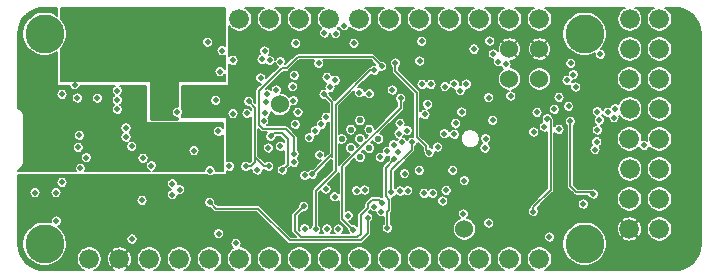
<source format=gbr>
G04 #@! TF.GenerationSoftware,KiCad,Pcbnew,5.1.4+dfsg1-1~bpo10+1*
G04 #@! TF.CreationDate,2020-02-13T15:56:51+01:00*
G04 #@! TF.ProjectId,quick-feather-board,71756963-6b2d-4666-9561-746865722d62,rev?*
G04 #@! TF.SameCoordinates,Original*
G04 #@! TF.FileFunction,Copper,L3,Inr*
G04 #@! TF.FilePolarity,Positive*
%FSLAX46Y46*%
G04 Gerber Fmt 4.6, Leading zero omitted, Abs format (unit mm)*
G04 Created by KiCad (PCBNEW 5.1.4+dfsg1-1~bpo10+1) date 2020-02-13 15:56:51*
%MOMM*%
%LPD*%
G04 APERTURE LIST*
%ADD10C,1.524000*%
%ADD11C,1.676400*%
%ADD12C,3.302000*%
%ADD13C,0.550000*%
%ADD14C,0.500000*%
%ADD15C,0.150000*%
%ADD16C,0.254000*%
G04 APERTURE END LIST*
D10*
X165011000Y-99923000D03*
X165011000Y-97383000D03*
X167551000Y-97383000D03*
X167551000Y-99923000D03*
D11*
X152311000Y-115163000D03*
X159931000Y-115163000D03*
X142151000Y-115163000D03*
X139611000Y-115163000D03*
X144691000Y-115163000D03*
X165011000Y-115163000D03*
X149771000Y-115163000D03*
X157391000Y-115163000D03*
X147231000Y-115163000D03*
X167551000Y-115163000D03*
X162471000Y-115163000D03*
X154851000Y-115163000D03*
X137061000Y-115163000D03*
X129441000Y-115163000D03*
X134521000Y-115163000D03*
X131981000Y-115163000D03*
X175171000Y-112623000D03*
X177711000Y-110083000D03*
X177711000Y-112623000D03*
X175171000Y-110083000D03*
X177711000Y-99923000D03*
X175195000Y-97383000D03*
X175195000Y-94857000D03*
X175171000Y-105003000D03*
X175171000Y-99923000D03*
X177711000Y-102463000D03*
X177711000Y-94843000D03*
X177711000Y-105003000D03*
X177711000Y-107543000D03*
X175195000Y-107543000D03*
X177711000Y-97383000D03*
X175195000Y-102463000D03*
D12*
X125655100Y-96089600D03*
X125655100Y-113869600D03*
X171375100Y-113869600D03*
X171375100Y-96089600D03*
D10*
X145550000Y-102070000D03*
X161196000Y-112624000D03*
D13*
X153915635Y-104990000D03*
X153137817Y-104212183D03*
X152360000Y-103434365D03*
X153137817Y-105767817D03*
X152360000Y-104990000D03*
X151582183Y-104212183D03*
X152360000Y-106545635D03*
X151582183Y-105767817D03*
X150804365Y-104990000D03*
D11*
X154851000Y-94843000D03*
X159931000Y-94843000D03*
X157391000Y-94843000D03*
X167551000Y-94843000D03*
X142151000Y-94843000D03*
X144691000Y-94843000D03*
X152311000Y-94843000D03*
X162471000Y-94843000D03*
X165011000Y-94843000D03*
X147231000Y-94843000D03*
X139611000Y-94843000D03*
X149771000Y-94843000D03*
D14*
X131800000Y-102500000D03*
X137100000Y-109290000D03*
X136470000Y-108800000D03*
X136470000Y-109710000D03*
X168400000Y-113300000D03*
X133900000Y-110200000D03*
X126650000Y-111950000D03*
X128580549Y-104689368D03*
X167350000Y-102750000D03*
X165120000Y-101360000D03*
X163250000Y-101500000D03*
X155100000Y-100850000D03*
X153570000Y-110720000D03*
X157397034Y-98401177D03*
X163592667Y-103407333D03*
X160454984Y-103670000D03*
X162945000Y-105760001D03*
X158918311Y-105678077D03*
X160960000Y-102710000D03*
X149350000Y-96020000D03*
X150300000Y-96080000D03*
X151030000Y-95400000D03*
X149566557Y-99776421D03*
X146670000Y-100560000D03*
X145259124Y-100850876D03*
X159646770Y-109337044D03*
X136880000Y-102710000D03*
X130110000Y-101540000D03*
X128420000Y-101530000D03*
X129180000Y-106580000D03*
X140400000Y-113010000D03*
X146710000Y-101760000D03*
X127120000Y-108680000D03*
X128690000Y-107480000D03*
X124840000Y-109540000D03*
X127120000Y-101220000D03*
X143950000Y-99840000D03*
X133040000Y-105630000D03*
X134680002Y-107270000D03*
X144500000Y-101200000D03*
X163260000Y-112120000D03*
X162990000Y-104980000D03*
X140356951Y-104344008D03*
X138300000Y-106000000D03*
X133060000Y-113475000D03*
X131800000Y-101700000D03*
X131800000Y-100900000D03*
X169211000Y-104193000D03*
X161111000Y-111343000D03*
X144606000Y-105755000D03*
X144205000Y-103463000D03*
X135100000Y-112910000D03*
X135800000Y-112910000D03*
X136500000Y-112910000D03*
X137200000Y-112910000D03*
X149425000Y-109950000D03*
X162900000Y-108100000D03*
X154150000Y-99650000D03*
X160287067Y-106035511D03*
X160240000Y-102980000D03*
X148840000Y-108420000D03*
X160120000Y-110110000D03*
X128430000Y-110220000D03*
X149172194Y-100424565D03*
X150920000Y-99320000D03*
X151760000Y-98810000D03*
X141670000Y-101140000D03*
X140500000Y-99310000D03*
X137800000Y-102370000D03*
X165440000Y-113270000D03*
X141681000Y-105953000D03*
X145401000Y-107018000D03*
X145401000Y-105013000D03*
X132550000Y-104075000D03*
X149560000Y-112620000D03*
X132550000Y-104825000D03*
X150520000Y-112630000D03*
X147680000Y-112590000D03*
X149820000Y-100620000D03*
X167050000Y-104405000D03*
X149470000Y-109240000D03*
X147670000Y-108090000D03*
X151350000Y-111500000D03*
X154150000Y-111150000D03*
X153000000Y-111650000D03*
X157780000Y-109600000D03*
X139631000Y-110353000D03*
X147580000Y-110690000D03*
X154214619Y-110402712D03*
X155750000Y-103685000D03*
X160350000Y-100350000D03*
X142781000Y-102823000D03*
X141600000Y-102850000D03*
X145614424Y-105614031D03*
X155650000Y-104550000D03*
X161350000Y-100350000D03*
X144381000Y-101903000D03*
X144801000Y-104775000D03*
X145781000Y-107628000D03*
X143671000Y-107628000D03*
X156350000Y-104300000D03*
X160850000Y-100900000D03*
X142930000Y-101815000D03*
X142671000Y-107300522D03*
X144621000Y-107300522D03*
X146770001Y-106970479D03*
X155360000Y-98570000D03*
X158220000Y-106149958D03*
X145625078Y-98456261D03*
X146910000Y-96890000D03*
X151840002Y-96890000D03*
X148850000Y-98600000D03*
X146791000Y-99603000D03*
X140160000Y-105120000D03*
X139300000Y-104500000D03*
X138981000Y-103873000D03*
X132790000Y-103290000D03*
X126130000Y-99450000D03*
X124050000Y-99440000D03*
X131300000Y-103200000D03*
X135800000Y-102700000D03*
X135800000Y-101200000D03*
X144696611Y-98354044D03*
X135800000Y-101900000D03*
X129210000Y-99440000D03*
X140030000Y-99940000D03*
X128200000Y-100400000D03*
X164060000Y-98450000D03*
X141610000Y-98344990D03*
X163650010Y-97810000D03*
X140140000Y-101730000D03*
X164710000Y-98670000D03*
X140670000Y-97530000D03*
X148560000Y-104310000D03*
X141290000Y-107300000D03*
X133990000Y-106620000D03*
X139650000Y-107670000D03*
X172461000Y-104243000D03*
X159545000Y-100560000D03*
X155920000Y-105290000D03*
X155800000Y-101550000D03*
X151770000Y-112690000D03*
X167020000Y-111140000D03*
X168211000Y-103293000D03*
X141850000Y-113830000D03*
X159350000Y-110250000D03*
X152763223Y-109325011D03*
X158520000Y-109600000D03*
X152060000Y-109390000D03*
X157570000Y-96730000D03*
X150280000Y-100020000D03*
X167970000Y-103980000D03*
X128490000Y-105710000D03*
X126620000Y-109540000D03*
X163342721Y-96705637D03*
X148060000Y-104900000D03*
X172461000Y-102693000D03*
X146870000Y-103750000D03*
X170160479Y-103492479D03*
X172116216Y-109654990D03*
X149080000Y-103750000D03*
X172411000Y-105243000D03*
X149480000Y-103150000D03*
X172261000Y-105893000D03*
X153140000Y-101180000D03*
X170011324Y-102245000D03*
X152311000Y-101093000D03*
X168811000Y-102493000D03*
X149310000Y-101210000D03*
X155740000Y-109410000D03*
X148311000Y-107983000D03*
X148600000Y-112650000D03*
X153560000Y-99180000D03*
X158100000Y-102050000D03*
X157600000Y-100364990D03*
X158361979Y-100364990D03*
X157864734Y-102914734D03*
X159500000Y-104555010D03*
X170411000Y-99543000D03*
X160350000Y-104600000D03*
X169886000Y-100043000D03*
X156750000Y-105275011D03*
X155000000Y-109500000D03*
X160220039Y-107644990D03*
X157364779Y-107644990D03*
X170211000Y-98593000D03*
X172611000Y-103393000D03*
X173311528Y-102742472D03*
X155210000Y-105480000D03*
X147100000Y-102725000D03*
X139450000Y-96800000D03*
X144320000Y-102820000D03*
X155270000Y-106695000D03*
X154680000Y-112540000D03*
X155555010Y-106108473D03*
X170611000Y-100593000D03*
X154670000Y-106030000D03*
X144054990Y-98250000D03*
X144280000Y-97550000D03*
X154086992Y-106564063D03*
X150200000Y-109900000D03*
X171250000Y-110500000D03*
X148944135Y-106355865D03*
X156394472Y-109374472D03*
X146770000Y-106260000D03*
X154200000Y-98830000D03*
X169210019Y-101468283D03*
X162010000Y-97390000D03*
X161200000Y-108530000D03*
X156124479Y-107925521D03*
X173861000Y-103193000D03*
X173961000Y-102443000D03*
X176411000Y-105543000D03*
X172711000Y-97843000D03*
D15*
X153000000Y-112990000D02*
X153000000Y-111650000D01*
X152400000Y-113590000D02*
X153000000Y-112990000D01*
X143690000Y-110890000D02*
X146390000Y-113590000D01*
X146390000Y-113590000D02*
X152400000Y-113590000D01*
X140168000Y-110890000D02*
X140744000Y-110890000D01*
X139631000Y-110353000D02*
X140168000Y-110890000D01*
X140744000Y-110890000D02*
X143690000Y-110890000D01*
X148610998Y-113290000D02*
X148730000Y-113290000D01*
X146850000Y-111420000D02*
X147580000Y-110690000D01*
X146850000Y-112810000D02*
X146850000Y-111420000D01*
X148730000Y-113290000D02*
X147330000Y-113290000D01*
X147330000Y-113290000D02*
X146850000Y-112810000D01*
X153400000Y-110130000D02*
X153930000Y-110130000D01*
X153000000Y-110530000D02*
X153400000Y-110130000D01*
X152400000Y-113010000D02*
X152400000Y-111460000D01*
X152120000Y-113290000D02*
X152400000Y-113010000D01*
X152400000Y-111460000D02*
X153000000Y-110860000D01*
X153930000Y-110130000D02*
X154200000Y-110400000D01*
X148730000Y-113290000D02*
X152120000Y-113290000D01*
X153000000Y-110860000D02*
X153000000Y-110530000D01*
X146221000Y-107188000D02*
X145781000Y-107628000D01*
X146221000Y-105013000D02*
X146221000Y-107188000D01*
X145733001Y-104525001D02*
X146221000Y-105013000D01*
X144801000Y-104775000D02*
X145050999Y-104525001D01*
X145050999Y-104525001D02*
X145733001Y-104525001D01*
X143450000Y-102335000D02*
X142930000Y-101815000D01*
X143450000Y-106352000D02*
X143450000Y-102335000D01*
X143113478Y-107300522D02*
X142671000Y-107300522D01*
X143450000Y-106964000D02*
X143113478Y-107300522D01*
X143450000Y-106352000D02*
X143450000Y-106892000D01*
X144206522Y-107300522D02*
X144621000Y-107300522D01*
X143450000Y-106544000D02*
X143450000Y-106964000D01*
X143450000Y-106544000D02*
X144206522Y-107300522D01*
X143450000Y-106352000D02*
X143450000Y-106544000D01*
X157970001Y-105899959D02*
X158220000Y-106149958D01*
X157174999Y-104834999D02*
X157970001Y-105630001D01*
X157174999Y-101094999D02*
X157174999Y-104834999D01*
X155360000Y-99280000D02*
X157174999Y-101094999D01*
X155360000Y-98570000D02*
X155360000Y-99280000D01*
X157970001Y-105630001D02*
X157970001Y-105899959D01*
X155800000Y-102365633D02*
X150860000Y-107305633D01*
X155800000Y-101550000D02*
X155800000Y-102365633D01*
X150860000Y-107305633D02*
X150860000Y-111780000D01*
X150860000Y-111780000D02*
X151770000Y-112690000D01*
X168519999Y-103419999D02*
X168270000Y-103170000D01*
X168519999Y-109286448D02*
X168519999Y-103419999D01*
X167020000Y-110786447D02*
X168519999Y-109286448D01*
X167020000Y-111140000D02*
X167020000Y-110786447D01*
X148080000Y-104860000D02*
X148080000Y-104940000D01*
X170160479Y-103492479D02*
X170160479Y-108992479D01*
X170160479Y-108992479D02*
X170661000Y-109493000D01*
X170661000Y-109493000D02*
X171954226Y-109493000D01*
X171954226Y-109493000D02*
X172116216Y-109654990D01*
X149310000Y-101210000D02*
X149990000Y-101890000D01*
X149991000Y-106303000D02*
X149991000Y-106073000D01*
X148311000Y-107983000D02*
X149991000Y-106303000D01*
X149990000Y-101890000D02*
X149991000Y-106073000D01*
X149991000Y-106073000D02*
X149990000Y-106490000D01*
X153220000Y-99180000D02*
X153560000Y-99180000D01*
X150290000Y-102110000D02*
X153220000Y-99180000D01*
X148600000Y-112650000D02*
X148600000Y-109405134D01*
X150290000Y-107715134D02*
X150290000Y-102110000D01*
X148600000Y-109405134D02*
X150290000Y-107715134D01*
X156750000Y-105890000D02*
X156750000Y-105628564D01*
X155000000Y-109500000D02*
X155000000Y-107640000D01*
X155000000Y-107640000D02*
X156750000Y-105890000D01*
X156750000Y-105628564D02*
X156750000Y-105275011D01*
X155270000Y-106695000D02*
X154550000Y-107415000D01*
X154770000Y-112450000D02*
X154680000Y-112540000D01*
X154520000Y-107445000D02*
X154520000Y-109860000D01*
X154520000Y-109860000D02*
X154790000Y-110130000D01*
X155270000Y-106695000D02*
X154520000Y-107445000D01*
X154680000Y-111150000D02*
X154680000Y-112540000D01*
X154790000Y-110130000D02*
X154790000Y-111040000D01*
X154790000Y-111040000D02*
X154680000Y-111150000D01*
X146770000Y-105906447D02*
X146770000Y-106260000D01*
X146052002Y-104143000D02*
X146770000Y-104860998D01*
X146770000Y-104860998D02*
X146770000Y-105906447D01*
X144121000Y-104143000D02*
X146052002Y-104143000D01*
X143780000Y-103802000D02*
X144121000Y-104143000D01*
X143780000Y-100940000D02*
X143780000Y-103802000D01*
X153420000Y-98050000D02*
X147100000Y-98050000D01*
X145730000Y-98990000D02*
X143780000Y-100940000D01*
X154200000Y-98830000D02*
X153420000Y-98050000D01*
X146160000Y-98990000D02*
X145730000Y-98990000D01*
X147100000Y-98050000D02*
X146160000Y-98990000D01*
G36*
X140925000Y-97129108D02*
G01*
X140894997Y-97109061D01*
X140808552Y-97073254D01*
X140716783Y-97055000D01*
X140623217Y-97055000D01*
X140531448Y-97073254D01*
X140445003Y-97109061D01*
X140367205Y-97161044D01*
X140301044Y-97227205D01*
X140249061Y-97305003D01*
X140213254Y-97391448D01*
X140195000Y-97483217D01*
X140195000Y-97576783D01*
X140213254Y-97668552D01*
X140249061Y-97754997D01*
X140301044Y-97832795D01*
X140367205Y-97898956D01*
X140445003Y-97950939D01*
X140531448Y-97986746D01*
X140623217Y-98005000D01*
X140716783Y-98005000D01*
X140808552Y-97986746D01*
X140894997Y-97950939D01*
X140925000Y-97930892D01*
X140925000Y-99094807D01*
X140920939Y-99085003D01*
X140868956Y-99007205D01*
X140802795Y-98941044D01*
X140724997Y-98889061D01*
X140638552Y-98853254D01*
X140546783Y-98835000D01*
X140453217Y-98835000D01*
X140361448Y-98853254D01*
X140275003Y-98889061D01*
X140197205Y-98941044D01*
X140131044Y-99007205D01*
X140079061Y-99085003D01*
X140043254Y-99171448D01*
X140025000Y-99263217D01*
X140025000Y-99356783D01*
X140043254Y-99448552D01*
X140079061Y-99534997D01*
X140131044Y-99612795D01*
X140197205Y-99678956D01*
X140275003Y-99730939D01*
X140361448Y-99766746D01*
X140453217Y-99785000D01*
X140546783Y-99785000D01*
X140638552Y-99766746D01*
X140724997Y-99730939D01*
X140802795Y-99678956D01*
X140868956Y-99612795D01*
X140920939Y-99534997D01*
X140925000Y-99525193D01*
X140925000Y-100125000D01*
X127075000Y-100125000D01*
X127075000Y-97322764D01*
X127112284Y-97285480D01*
X127317589Y-96978219D01*
X127410788Y-96753217D01*
X138975000Y-96753217D01*
X138975000Y-96846783D01*
X138993254Y-96938552D01*
X139029061Y-97024997D01*
X139081044Y-97102795D01*
X139147205Y-97168956D01*
X139225003Y-97220939D01*
X139311448Y-97256746D01*
X139403217Y-97275000D01*
X139496783Y-97275000D01*
X139588552Y-97256746D01*
X139674997Y-97220939D01*
X139752795Y-97168956D01*
X139818956Y-97102795D01*
X139870939Y-97024997D01*
X139906746Y-96938552D01*
X139925000Y-96846783D01*
X139925000Y-96753217D01*
X139906746Y-96661448D01*
X139870939Y-96575003D01*
X139818956Y-96497205D01*
X139752795Y-96431044D01*
X139674997Y-96379061D01*
X139588552Y-96343254D01*
X139496783Y-96325000D01*
X139403217Y-96325000D01*
X139311448Y-96343254D01*
X139225003Y-96379061D01*
X139147205Y-96431044D01*
X139081044Y-96497205D01*
X139029061Y-96575003D01*
X138993254Y-96661448D01*
X138975000Y-96753217D01*
X127410788Y-96753217D01*
X127459006Y-96636809D01*
X127531100Y-96274370D01*
X127531100Y-95904830D01*
X127459006Y-95542391D01*
X127317589Y-95200981D01*
X127112284Y-94893720D01*
X127075000Y-94856436D01*
X127075000Y-93873600D01*
X140925000Y-93873600D01*
X140925000Y-97129108D01*
X140925000Y-97129108D01*
G37*
X140925000Y-97129108D02*
X140894997Y-97109061D01*
X140808552Y-97073254D01*
X140716783Y-97055000D01*
X140623217Y-97055000D01*
X140531448Y-97073254D01*
X140445003Y-97109061D01*
X140367205Y-97161044D01*
X140301044Y-97227205D01*
X140249061Y-97305003D01*
X140213254Y-97391448D01*
X140195000Y-97483217D01*
X140195000Y-97576783D01*
X140213254Y-97668552D01*
X140249061Y-97754997D01*
X140301044Y-97832795D01*
X140367205Y-97898956D01*
X140445003Y-97950939D01*
X140531448Y-97986746D01*
X140623217Y-98005000D01*
X140716783Y-98005000D01*
X140808552Y-97986746D01*
X140894997Y-97950939D01*
X140925000Y-97930892D01*
X140925000Y-99094807D01*
X140920939Y-99085003D01*
X140868956Y-99007205D01*
X140802795Y-98941044D01*
X140724997Y-98889061D01*
X140638552Y-98853254D01*
X140546783Y-98835000D01*
X140453217Y-98835000D01*
X140361448Y-98853254D01*
X140275003Y-98889061D01*
X140197205Y-98941044D01*
X140131044Y-99007205D01*
X140079061Y-99085003D01*
X140043254Y-99171448D01*
X140025000Y-99263217D01*
X140025000Y-99356783D01*
X140043254Y-99448552D01*
X140079061Y-99534997D01*
X140131044Y-99612795D01*
X140197205Y-99678956D01*
X140275003Y-99730939D01*
X140361448Y-99766746D01*
X140453217Y-99785000D01*
X140546783Y-99785000D01*
X140638552Y-99766746D01*
X140724997Y-99730939D01*
X140802795Y-99678956D01*
X140868956Y-99612795D01*
X140920939Y-99534997D01*
X140925000Y-99525193D01*
X140925000Y-100125000D01*
X127075000Y-100125000D01*
X127075000Y-97322764D01*
X127112284Y-97285480D01*
X127317589Y-96978219D01*
X127410788Y-96753217D01*
X138975000Y-96753217D01*
X138975000Y-96846783D01*
X138993254Y-96938552D01*
X139029061Y-97024997D01*
X139081044Y-97102795D01*
X139147205Y-97168956D01*
X139225003Y-97220939D01*
X139311448Y-97256746D01*
X139403217Y-97275000D01*
X139496783Y-97275000D01*
X139588552Y-97256746D01*
X139674997Y-97220939D01*
X139752795Y-97168956D01*
X139818956Y-97102795D01*
X139870939Y-97024997D01*
X139906746Y-96938552D01*
X139925000Y-96846783D01*
X139925000Y-96753217D01*
X139906746Y-96661448D01*
X139870939Y-96575003D01*
X139818956Y-96497205D01*
X139752795Y-96431044D01*
X139674997Y-96379061D01*
X139588552Y-96343254D01*
X139496783Y-96325000D01*
X139403217Y-96325000D01*
X139311448Y-96343254D01*
X139225003Y-96379061D01*
X139147205Y-96431044D01*
X139081044Y-96497205D01*
X139029061Y-96575003D01*
X138993254Y-96661448D01*
X138975000Y-96753217D01*
X127410788Y-96753217D01*
X127459006Y-96636809D01*
X127531100Y-96274370D01*
X127531100Y-95904830D01*
X127459006Y-95542391D01*
X127317589Y-95200981D01*
X127112284Y-94893720D01*
X127075000Y-94856436D01*
X127075000Y-93873600D01*
X140925000Y-93873600D01*
X140925000Y-97129108D01*
G36*
X144187386Y-93900805D02*
G01*
X144013250Y-94017159D01*
X143865159Y-94165250D01*
X143748805Y-94339386D01*
X143668659Y-94532876D01*
X143627800Y-94738284D01*
X143627800Y-94947716D01*
X143668659Y-95153124D01*
X143748805Y-95346614D01*
X143865159Y-95520750D01*
X144013250Y-95668841D01*
X144187386Y-95785195D01*
X144380876Y-95865341D01*
X144586284Y-95906200D01*
X144795716Y-95906200D01*
X145001124Y-95865341D01*
X145194614Y-95785195D01*
X145368750Y-95668841D01*
X145516841Y-95520750D01*
X145633195Y-95346614D01*
X145713341Y-95153124D01*
X145754200Y-94947716D01*
X145754200Y-94738284D01*
X145713341Y-94532876D01*
X145633195Y-94339386D01*
X145516841Y-94165250D01*
X145368750Y-94017159D01*
X145194614Y-93900805D01*
X145128935Y-93873600D01*
X146793065Y-93873600D01*
X146727386Y-93900805D01*
X146553250Y-94017159D01*
X146405159Y-94165250D01*
X146288805Y-94339386D01*
X146208659Y-94532876D01*
X146167800Y-94738284D01*
X146167800Y-94947716D01*
X146208659Y-95153124D01*
X146288805Y-95346614D01*
X146405159Y-95520750D01*
X146553250Y-95668841D01*
X146727386Y-95785195D01*
X146920876Y-95865341D01*
X147126284Y-95906200D01*
X147335716Y-95906200D01*
X147541124Y-95865341D01*
X147734614Y-95785195D01*
X147908750Y-95668841D01*
X148056841Y-95520750D01*
X148173195Y-95346614D01*
X148253341Y-95153124D01*
X148294200Y-94947716D01*
X148294200Y-94738284D01*
X148253341Y-94532876D01*
X148173195Y-94339386D01*
X148056841Y-94165250D01*
X147908750Y-94017159D01*
X147734614Y-93900805D01*
X147668935Y-93873600D01*
X149333065Y-93873600D01*
X149267386Y-93900805D01*
X149093250Y-94017159D01*
X148945159Y-94165250D01*
X148828805Y-94339386D01*
X148748659Y-94532876D01*
X148707800Y-94738284D01*
X148707800Y-94947716D01*
X148748659Y-95153124D01*
X148828805Y-95346614D01*
X148945159Y-95520750D01*
X149064138Y-95639729D01*
X149047205Y-95651044D01*
X148981044Y-95717205D01*
X148929061Y-95795003D01*
X148893254Y-95881448D01*
X148875000Y-95973217D01*
X148875000Y-96066783D01*
X148893254Y-96158552D01*
X148929061Y-96244997D01*
X148981044Y-96322795D01*
X149047205Y-96388956D01*
X149125003Y-96440939D01*
X149211448Y-96476746D01*
X149303217Y-96495000D01*
X149396783Y-96495000D01*
X149488552Y-96476746D01*
X149574997Y-96440939D01*
X149652795Y-96388956D01*
X149718956Y-96322795D01*
X149770939Y-96244997D01*
X149806746Y-96158552D01*
X149825000Y-96066783D01*
X149825000Y-96126783D01*
X149843254Y-96218552D01*
X149879061Y-96304997D01*
X149931044Y-96382795D01*
X149997205Y-96448956D01*
X150075003Y-96500939D01*
X150161448Y-96536746D01*
X150253217Y-96555000D01*
X150346783Y-96555000D01*
X150438552Y-96536746D01*
X150524997Y-96500939D01*
X150602795Y-96448956D01*
X150668956Y-96382795D01*
X150720939Y-96304997D01*
X150756746Y-96218552D01*
X150775000Y-96126783D01*
X150775000Y-96033217D01*
X150756746Y-95941448D01*
X150720939Y-95855003D01*
X150668956Y-95777205D01*
X150602795Y-95711044D01*
X150524997Y-95659061D01*
X150477998Y-95639593D01*
X150574948Y-95542643D01*
X150609061Y-95624997D01*
X150661044Y-95702795D01*
X150727205Y-95768956D01*
X150805003Y-95820939D01*
X150891448Y-95856746D01*
X150983217Y-95875000D01*
X151076783Y-95875000D01*
X151168552Y-95856746D01*
X151254997Y-95820939D01*
X151332795Y-95768956D01*
X151398956Y-95702795D01*
X151450939Y-95624997D01*
X151486746Y-95538552D01*
X151489436Y-95525027D01*
X151633250Y-95668841D01*
X151807386Y-95785195D01*
X152000876Y-95865341D01*
X152206284Y-95906200D01*
X152415716Y-95906200D01*
X152621124Y-95865341D01*
X152814614Y-95785195D01*
X152988750Y-95668841D01*
X153136841Y-95520750D01*
X153253195Y-95346614D01*
X153333341Y-95153124D01*
X153374200Y-94947716D01*
X153374200Y-94738284D01*
X153333341Y-94532876D01*
X153253195Y-94339386D01*
X153136841Y-94165250D01*
X152988750Y-94017159D01*
X152814614Y-93900805D01*
X152748935Y-93873600D01*
X154413065Y-93873600D01*
X154347386Y-93900805D01*
X154173250Y-94017159D01*
X154025159Y-94165250D01*
X153908805Y-94339386D01*
X153828659Y-94532876D01*
X153787800Y-94738284D01*
X153787800Y-94947716D01*
X153828659Y-95153124D01*
X153908805Y-95346614D01*
X154025159Y-95520750D01*
X154173250Y-95668841D01*
X154347386Y-95785195D01*
X154540876Y-95865341D01*
X154746284Y-95906200D01*
X154955716Y-95906200D01*
X155161124Y-95865341D01*
X155354614Y-95785195D01*
X155528750Y-95668841D01*
X155676841Y-95520750D01*
X155793195Y-95346614D01*
X155873341Y-95153124D01*
X155914200Y-94947716D01*
X155914200Y-94738284D01*
X155873341Y-94532876D01*
X155793195Y-94339386D01*
X155676841Y-94165250D01*
X155528750Y-94017159D01*
X155354614Y-93900805D01*
X155288935Y-93873600D01*
X156953065Y-93873600D01*
X156887386Y-93900805D01*
X156713250Y-94017159D01*
X156565159Y-94165250D01*
X156448805Y-94339386D01*
X156368659Y-94532876D01*
X156327800Y-94738284D01*
X156327800Y-94947716D01*
X156368659Y-95153124D01*
X156448805Y-95346614D01*
X156565159Y-95520750D01*
X156713250Y-95668841D01*
X156887386Y-95785195D01*
X157080876Y-95865341D01*
X157286284Y-95906200D01*
X157495716Y-95906200D01*
X157701124Y-95865341D01*
X157894614Y-95785195D01*
X158068750Y-95668841D01*
X158216841Y-95520750D01*
X158333195Y-95346614D01*
X158413341Y-95153124D01*
X158454200Y-94947716D01*
X158454200Y-94738284D01*
X158413341Y-94532876D01*
X158333195Y-94339386D01*
X158216841Y-94165250D01*
X158068750Y-94017159D01*
X157894614Y-93900805D01*
X157828935Y-93873600D01*
X159493065Y-93873600D01*
X159427386Y-93900805D01*
X159253250Y-94017159D01*
X159105159Y-94165250D01*
X158988805Y-94339386D01*
X158908659Y-94532876D01*
X158867800Y-94738284D01*
X158867800Y-94947716D01*
X158908659Y-95153124D01*
X158988805Y-95346614D01*
X159105159Y-95520750D01*
X159253250Y-95668841D01*
X159427386Y-95785195D01*
X159620876Y-95865341D01*
X159826284Y-95906200D01*
X160035716Y-95906200D01*
X160241124Y-95865341D01*
X160434614Y-95785195D01*
X160608750Y-95668841D01*
X160756841Y-95520750D01*
X160873195Y-95346614D01*
X160953341Y-95153124D01*
X160994200Y-94947716D01*
X160994200Y-94738284D01*
X160953341Y-94532876D01*
X160873195Y-94339386D01*
X160756841Y-94165250D01*
X160608750Y-94017159D01*
X160434614Y-93900805D01*
X160368935Y-93873600D01*
X162033065Y-93873600D01*
X161967386Y-93900805D01*
X161793250Y-94017159D01*
X161645159Y-94165250D01*
X161528805Y-94339386D01*
X161448659Y-94532876D01*
X161407800Y-94738284D01*
X161407800Y-94947716D01*
X161448659Y-95153124D01*
X161528805Y-95346614D01*
X161645159Y-95520750D01*
X161793250Y-95668841D01*
X161967386Y-95785195D01*
X162160876Y-95865341D01*
X162366284Y-95906200D01*
X162575716Y-95906200D01*
X162781124Y-95865341D01*
X162974614Y-95785195D01*
X163148750Y-95668841D01*
X163296841Y-95520750D01*
X163413195Y-95346614D01*
X163493341Y-95153124D01*
X163534200Y-94947716D01*
X163534200Y-94738284D01*
X163493341Y-94532876D01*
X163413195Y-94339386D01*
X163296841Y-94165250D01*
X163148750Y-94017159D01*
X162974614Y-93900805D01*
X162908935Y-93873600D01*
X164573065Y-93873600D01*
X164507386Y-93900805D01*
X164333250Y-94017159D01*
X164185159Y-94165250D01*
X164068805Y-94339386D01*
X163988659Y-94532876D01*
X163947800Y-94738284D01*
X163947800Y-94947716D01*
X163988659Y-95153124D01*
X164068805Y-95346614D01*
X164185159Y-95520750D01*
X164333250Y-95668841D01*
X164507386Y-95785195D01*
X164700876Y-95865341D01*
X164906284Y-95906200D01*
X165115716Y-95906200D01*
X165321124Y-95865341D01*
X165514614Y-95785195D01*
X165688750Y-95668841D01*
X165836841Y-95520750D01*
X165953195Y-95346614D01*
X166033341Y-95153124D01*
X166074200Y-94947716D01*
X166074200Y-94738284D01*
X166033341Y-94532876D01*
X165953195Y-94339386D01*
X165836841Y-94165250D01*
X165688750Y-94017159D01*
X165514614Y-93900805D01*
X165448935Y-93873600D01*
X167113065Y-93873600D01*
X167047386Y-93900805D01*
X166873250Y-94017159D01*
X166725159Y-94165250D01*
X166608805Y-94339386D01*
X166528659Y-94532876D01*
X166487800Y-94738284D01*
X166487800Y-94947716D01*
X166528659Y-95153124D01*
X166608805Y-95346614D01*
X166725159Y-95520750D01*
X166873250Y-95668841D01*
X167047386Y-95785195D01*
X167240876Y-95865341D01*
X167446284Y-95906200D01*
X167655716Y-95906200D01*
X167662603Y-95904830D01*
X169499100Y-95904830D01*
X169499100Y-96274370D01*
X169571194Y-96636809D01*
X169712611Y-96978219D01*
X169917916Y-97285480D01*
X170179220Y-97546784D01*
X170486481Y-97752089D01*
X170827891Y-97893506D01*
X171190330Y-97965600D01*
X171559870Y-97965600D01*
X171922309Y-97893506D01*
X172243077Y-97760639D01*
X172236000Y-97796217D01*
X172236000Y-97889783D01*
X172254254Y-97981552D01*
X172290061Y-98067997D01*
X172342044Y-98145795D01*
X172408205Y-98211956D01*
X172486003Y-98263939D01*
X172572448Y-98299746D01*
X172664217Y-98318000D01*
X172757783Y-98318000D01*
X172849552Y-98299746D01*
X172935997Y-98263939D01*
X173013795Y-98211956D01*
X173079956Y-98145795D01*
X173131939Y-98067997D01*
X173167746Y-97981552D01*
X173186000Y-97889783D01*
X173186000Y-97796217D01*
X173167746Y-97704448D01*
X173131939Y-97618003D01*
X173079956Y-97540205D01*
X173013795Y-97474044D01*
X172935997Y-97422061D01*
X172849552Y-97386254D01*
X172757783Y-97368000D01*
X172749764Y-97368000D01*
X172832284Y-97285480D01*
X172837092Y-97278284D01*
X174131800Y-97278284D01*
X174131800Y-97487716D01*
X174172659Y-97693124D01*
X174252805Y-97886614D01*
X174369159Y-98060750D01*
X174517250Y-98208841D01*
X174691386Y-98325195D01*
X174884876Y-98405341D01*
X175090284Y-98446200D01*
X175299716Y-98446200D01*
X175505124Y-98405341D01*
X175698614Y-98325195D01*
X175872750Y-98208841D01*
X176020841Y-98060750D01*
X176137195Y-97886614D01*
X176217341Y-97693124D01*
X176258200Y-97487716D01*
X176258200Y-97278284D01*
X176647800Y-97278284D01*
X176647800Y-97487716D01*
X176688659Y-97693124D01*
X176768805Y-97886614D01*
X176885159Y-98060750D01*
X177033250Y-98208841D01*
X177207386Y-98325195D01*
X177400876Y-98405341D01*
X177606284Y-98446200D01*
X177815716Y-98446200D01*
X178021124Y-98405341D01*
X178214614Y-98325195D01*
X178388750Y-98208841D01*
X178536841Y-98060750D01*
X178653195Y-97886614D01*
X178733341Y-97693124D01*
X178774200Y-97487716D01*
X178774200Y-97278284D01*
X178733341Y-97072876D01*
X178653195Y-96879386D01*
X178536841Y-96705250D01*
X178388750Y-96557159D01*
X178214614Y-96440805D01*
X178021124Y-96360659D01*
X177815716Y-96319800D01*
X177606284Y-96319800D01*
X177400876Y-96360659D01*
X177207386Y-96440805D01*
X177033250Y-96557159D01*
X176885159Y-96705250D01*
X176768805Y-96879386D01*
X176688659Y-97072876D01*
X176647800Y-97278284D01*
X176258200Y-97278284D01*
X176217341Y-97072876D01*
X176137195Y-96879386D01*
X176020841Y-96705250D01*
X175872750Y-96557159D01*
X175698614Y-96440805D01*
X175505124Y-96360659D01*
X175299716Y-96319800D01*
X175090284Y-96319800D01*
X174884876Y-96360659D01*
X174691386Y-96440805D01*
X174517250Y-96557159D01*
X174369159Y-96705250D01*
X174252805Y-96879386D01*
X174172659Y-97072876D01*
X174131800Y-97278284D01*
X172837092Y-97278284D01*
X173037589Y-96978219D01*
X173179006Y-96636809D01*
X173251100Y-96274370D01*
X173251100Y-95904830D01*
X173179006Y-95542391D01*
X173037589Y-95200981D01*
X172832284Y-94893720D01*
X172570980Y-94632416D01*
X172263719Y-94427111D01*
X171922309Y-94285694D01*
X171559870Y-94213600D01*
X171190330Y-94213600D01*
X170827891Y-94285694D01*
X170486481Y-94427111D01*
X170179220Y-94632416D01*
X169917916Y-94893720D01*
X169712611Y-95200981D01*
X169571194Y-95542391D01*
X169499100Y-95904830D01*
X167662603Y-95904830D01*
X167861124Y-95865341D01*
X168054614Y-95785195D01*
X168228750Y-95668841D01*
X168376841Y-95520750D01*
X168493195Y-95346614D01*
X168573341Y-95153124D01*
X168614200Y-94947716D01*
X168614200Y-94738284D01*
X168573341Y-94532876D01*
X168493195Y-94339386D01*
X168376841Y-94165250D01*
X168228750Y-94017159D01*
X168054614Y-93900805D01*
X167988935Y-93873600D01*
X174790864Y-93873600D01*
X174691386Y-93914805D01*
X174517250Y-94031159D01*
X174369159Y-94179250D01*
X174252805Y-94353386D01*
X174172659Y-94546876D01*
X174131800Y-94752284D01*
X174131800Y-94961716D01*
X174172659Y-95167124D01*
X174252805Y-95360614D01*
X174369159Y-95534750D01*
X174517250Y-95682841D01*
X174691386Y-95799195D01*
X174884876Y-95879341D01*
X175090284Y-95920200D01*
X175299716Y-95920200D01*
X175505124Y-95879341D01*
X175698614Y-95799195D01*
X175872750Y-95682841D01*
X176020841Y-95534750D01*
X176137195Y-95360614D01*
X176217341Y-95167124D01*
X176258200Y-94961716D01*
X176258200Y-94752284D01*
X176217341Y-94546876D01*
X176137195Y-94353386D01*
X176020841Y-94179250D01*
X175872750Y-94031159D01*
X175698614Y-93914805D01*
X175599136Y-93873600D01*
X177273065Y-93873600D01*
X177207386Y-93900805D01*
X177033250Y-94017159D01*
X176885159Y-94165250D01*
X176768805Y-94339386D01*
X176688659Y-94532876D01*
X176647800Y-94738284D01*
X176647800Y-94947716D01*
X176688659Y-95153124D01*
X176768805Y-95346614D01*
X176885159Y-95520750D01*
X177033250Y-95668841D01*
X177207386Y-95785195D01*
X177400876Y-95865341D01*
X177606284Y-95906200D01*
X177815716Y-95906200D01*
X178021124Y-95865341D01*
X178214614Y-95785195D01*
X178388750Y-95668841D01*
X178536841Y-95520750D01*
X178653195Y-95346614D01*
X178733341Y-95153124D01*
X178774200Y-94947716D01*
X178774200Y-94738284D01*
X178733341Y-94532876D01*
X178653195Y-94339386D01*
X178536841Y-94165250D01*
X178388750Y-94017159D01*
X178214614Y-93900805D01*
X178148935Y-93873600D01*
X178966430Y-93873600D01*
X179415904Y-93917671D01*
X179834152Y-94043948D01*
X180219902Y-94249055D01*
X180558469Y-94525185D01*
X180836950Y-94861811D01*
X181044747Y-95246123D01*
X181173938Y-95663471D01*
X181221093Y-96112120D01*
X181221101Y-96114363D01*
X181221100Y-113878930D01*
X181177029Y-114328403D01*
X181050752Y-114746652D01*
X180845647Y-115132400D01*
X180569518Y-115470967D01*
X180232889Y-115749450D01*
X179848578Y-115957246D01*
X179431229Y-116086438D01*
X178982580Y-116133593D01*
X178980623Y-116133600D01*
X167986038Y-116133600D01*
X168054614Y-116105195D01*
X168228750Y-115988841D01*
X168376841Y-115840750D01*
X168493195Y-115666614D01*
X168573341Y-115473124D01*
X168614200Y-115267716D01*
X168614200Y-115058284D01*
X168573341Y-114852876D01*
X168493195Y-114659386D01*
X168376841Y-114485250D01*
X168228750Y-114337159D01*
X168054614Y-114220805D01*
X167861124Y-114140659D01*
X167655716Y-114099800D01*
X167446284Y-114099800D01*
X167240876Y-114140659D01*
X167047386Y-114220805D01*
X166873250Y-114337159D01*
X166725159Y-114485250D01*
X166608805Y-114659386D01*
X166528659Y-114852876D01*
X166487800Y-115058284D01*
X166487800Y-115267716D01*
X166528659Y-115473124D01*
X166608805Y-115666614D01*
X166725159Y-115840750D01*
X166873250Y-115988841D01*
X167047386Y-116105195D01*
X167115962Y-116133600D01*
X165446038Y-116133600D01*
X165514614Y-116105195D01*
X165688750Y-115988841D01*
X165836841Y-115840750D01*
X165953195Y-115666614D01*
X166033341Y-115473124D01*
X166074200Y-115267716D01*
X166074200Y-115058284D01*
X166033341Y-114852876D01*
X165953195Y-114659386D01*
X165836841Y-114485250D01*
X165688750Y-114337159D01*
X165514614Y-114220805D01*
X165321124Y-114140659D01*
X165115716Y-114099800D01*
X164906284Y-114099800D01*
X164700876Y-114140659D01*
X164507386Y-114220805D01*
X164333250Y-114337159D01*
X164185159Y-114485250D01*
X164068805Y-114659386D01*
X163988659Y-114852876D01*
X163947800Y-115058284D01*
X163947800Y-115267716D01*
X163988659Y-115473124D01*
X164068805Y-115666614D01*
X164185159Y-115840750D01*
X164333250Y-115988841D01*
X164507386Y-116105195D01*
X164575962Y-116133600D01*
X162906038Y-116133600D01*
X162974614Y-116105195D01*
X163148750Y-115988841D01*
X163296841Y-115840750D01*
X163413195Y-115666614D01*
X163493341Y-115473124D01*
X163534200Y-115267716D01*
X163534200Y-115058284D01*
X163493341Y-114852876D01*
X163413195Y-114659386D01*
X163296841Y-114485250D01*
X163148750Y-114337159D01*
X162974614Y-114220805D01*
X162781124Y-114140659D01*
X162575716Y-114099800D01*
X162366284Y-114099800D01*
X162160876Y-114140659D01*
X161967386Y-114220805D01*
X161793250Y-114337159D01*
X161645159Y-114485250D01*
X161528805Y-114659386D01*
X161448659Y-114852876D01*
X161407800Y-115058284D01*
X161407800Y-115267716D01*
X161448659Y-115473124D01*
X161528805Y-115666614D01*
X161645159Y-115840750D01*
X161793250Y-115988841D01*
X161967386Y-116105195D01*
X162035962Y-116133600D01*
X160366038Y-116133600D01*
X160434614Y-116105195D01*
X160608750Y-115988841D01*
X160756841Y-115840750D01*
X160873195Y-115666614D01*
X160953341Y-115473124D01*
X160994200Y-115267716D01*
X160994200Y-115058284D01*
X160953341Y-114852876D01*
X160873195Y-114659386D01*
X160756841Y-114485250D01*
X160608750Y-114337159D01*
X160434614Y-114220805D01*
X160241124Y-114140659D01*
X160035716Y-114099800D01*
X159826284Y-114099800D01*
X159620876Y-114140659D01*
X159427386Y-114220805D01*
X159253250Y-114337159D01*
X159105159Y-114485250D01*
X158988805Y-114659386D01*
X158908659Y-114852876D01*
X158867800Y-115058284D01*
X158867800Y-115267716D01*
X158908659Y-115473124D01*
X158988805Y-115666614D01*
X159105159Y-115840750D01*
X159253250Y-115988841D01*
X159427386Y-116105195D01*
X159495962Y-116133600D01*
X157826038Y-116133600D01*
X157894614Y-116105195D01*
X158068750Y-115988841D01*
X158216841Y-115840750D01*
X158333195Y-115666614D01*
X158413341Y-115473124D01*
X158454200Y-115267716D01*
X158454200Y-115058284D01*
X158413341Y-114852876D01*
X158333195Y-114659386D01*
X158216841Y-114485250D01*
X158068750Y-114337159D01*
X157894614Y-114220805D01*
X157701124Y-114140659D01*
X157495716Y-114099800D01*
X157286284Y-114099800D01*
X157080876Y-114140659D01*
X156887386Y-114220805D01*
X156713250Y-114337159D01*
X156565159Y-114485250D01*
X156448805Y-114659386D01*
X156368659Y-114852876D01*
X156327800Y-115058284D01*
X156327800Y-115267716D01*
X156368659Y-115473124D01*
X156448805Y-115666614D01*
X156565159Y-115840750D01*
X156713250Y-115988841D01*
X156887386Y-116105195D01*
X156955962Y-116133600D01*
X155286038Y-116133600D01*
X155354614Y-116105195D01*
X155528750Y-115988841D01*
X155676841Y-115840750D01*
X155793195Y-115666614D01*
X155873341Y-115473124D01*
X155914200Y-115267716D01*
X155914200Y-115058284D01*
X155873341Y-114852876D01*
X155793195Y-114659386D01*
X155676841Y-114485250D01*
X155528750Y-114337159D01*
X155354614Y-114220805D01*
X155161124Y-114140659D01*
X154955716Y-114099800D01*
X154746284Y-114099800D01*
X154540876Y-114140659D01*
X154347386Y-114220805D01*
X154173250Y-114337159D01*
X154025159Y-114485250D01*
X153908805Y-114659386D01*
X153828659Y-114852876D01*
X153787800Y-115058284D01*
X153787800Y-115267716D01*
X153828659Y-115473124D01*
X153908805Y-115666614D01*
X154025159Y-115840750D01*
X154173250Y-115988841D01*
X154347386Y-116105195D01*
X154415962Y-116133600D01*
X152746038Y-116133600D01*
X152814614Y-116105195D01*
X152988750Y-115988841D01*
X153136841Y-115840750D01*
X153253195Y-115666614D01*
X153333341Y-115473124D01*
X153374200Y-115267716D01*
X153374200Y-115058284D01*
X153333341Y-114852876D01*
X153253195Y-114659386D01*
X153136841Y-114485250D01*
X152988750Y-114337159D01*
X152814614Y-114220805D01*
X152621124Y-114140659D01*
X152415716Y-114099800D01*
X152206284Y-114099800D01*
X152000876Y-114140659D01*
X151807386Y-114220805D01*
X151633250Y-114337159D01*
X151485159Y-114485250D01*
X151368805Y-114659386D01*
X151288659Y-114852876D01*
X151247800Y-115058284D01*
X151247800Y-115267716D01*
X151288659Y-115473124D01*
X151368805Y-115666614D01*
X151485159Y-115840750D01*
X151633250Y-115988841D01*
X151807386Y-116105195D01*
X151875962Y-116133600D01*
X150206038Y-116133600D01*
X150274614Y-116105195D01*
X150448750Y-115988841D01*
X150596841Y-115840750D01*
X150713195Y-115666614D01*
X150793341Y-115473124D01*
X150834200Y-115267716D01*
X150834200Y-115058284D01*
X150793341Y-114852876D01*
X150713195Y-114659386D01*
X150596841Y-114485250D01*
X150448750Y-114337159D01*
X150274614Y-114220805D01*
X150081124Y-114140659D01*
X149875716Y-114099800D01*
X149666284Y-114099800D01*
X149460876Y-114140659D01*
X149267386Y-114220805D01*
X149093250Y-114337159D01*
X148945159Y-114485250D01*
X148828805Y-114659386D01*
X148748659Y-114852876D01*
X148707800Y-115058284D01*
X148707800Y-115267716D01*
X148748659Y-115473124D01*
X148828805Y-115666614D01*
X148945159Y-115840750D01*
X149093250Y-115988841D01*
X149267386Y-116105195D01*
X149335962Y-116133600D01*
X147666038Y-116133600D01*
X147734614Y-116105195D01*
X147908750Y-115988841D01*
X148056841Y-115840750D01*
X148173195Y-115666614D01*
X148253341Y-115473124D01*
X148294200Y-115267716D01*
X148294200Y-115058284D01*
X148253341Y-114852876D01*
X148173195Y-114659386D01*
X148056841Y-114485250D01*
X147908750Y-114337159D01*
X147734614Y-114220805D01*
X147541124Y-114140659D01*
X147335716Y-114099800D01*
X147126284Y-114099800D01*
X146920876Y-114140659D01*
X146727386Y-114220805D01*
X146553250Y-114337159D01*
X146405159Y-114485250D01*
X146288805Y-114659386D01*
X146208659Y-114852876D01*
X146167800Y-115058284D01*
X146167800Y-115267716D01*
X146208659Y-115473124D01*
X146288805Y-115666614D01*
X146405159Y-115840750D01*
X146553250Y-115988841D01*
X146727386Y-116105195D01*
X146795962Y-116133600D01*
X145126038Y-116133600D01*
X145194614Y-116105195D01*
X145368750Y-115988841D01*
X145516841Y-115840750D01*
X145633195Y-115666614D01*
X145713341Y-115473124D01*
X145754200Y-115267716D01*
X145754200Y-115058284D01*
X145713341Y-114852876D01*
X145633195Y-114659386D01*
X145516841Y-114485250D01*
X145368750Y-114337159D01*
X145194614Y-114220805D01*
X145001124Y-114140659D01*
X144795716Y-114099800D01*
X144586284Y-114099800D01*
X144380876Y-114140659D01*
X144187386Y-114220805D01*
X144013250Y-114337159D01*
X143865159Y-114485250D01*
X143748805Y-114659386D01*
X143668659Y-114852876D01*
X143627800Y-115058284D01*
X143627800Y-115267716D01*
X143668659Y-115473124D01*
X143748805Y-115666614D01*
X143865159Y-115840750D01*
X144013250Y-115988841D01*
X144187386Y-116105195D01*
X144255962Y-116133600D01*
X142586038Y-116133600D01*
X142654614Y-116105195D01*
X142828750Y-115988841D01*
X142976841Y-115840750D01*
X143093195Y-115666614D01*
X143173341Y-115473124D01*
X143214200Y-115267716D01*
X143214200Y-115058284D01*
X143173341Y-114852876D01*
X143093195Y-114659386D01*
X142976841Y-114485250D01*
X142828750Y-114337159D01*
X142654614Y-114220805D01*
X142461124Y-114140659D01*
X142255716Y-114099800D01*
X142241003Y-114099800D01*
X142270939Y-114054997D01*
X142306746Y-113968552D01*
X142325000Y-113876783D01*
X142325000Y-113783217D01*
X142306746Y-113691448D01*
X142270939Y-113605003D01*
X142218956Y-113527205D01*
X142152795Y-113461044D01*
X142074997Y-113409061D01*
X141988552Y-113373254D01*
X141896783Y-113355000D01*
X141803217Y-113355000D01*
X141711448Y-113373254D01*
X141625003Y-113409061D01*
X141547205Y-113461044D01*
X141481044Y-113527205D01*
X141429061Y-113605003D01*
X141393254Y-113691448D01*
X141375000Y-113783217D01*
X141375000Y-113876783D01*
X141393254Y-113968552D01*
X141429061Y-114054997D01*
X141481044Y-114132795D01*
X141547205Y-114198956D01*
X141613645Y-114243350D01*
X141473250Y-114337159D01*
X141325159Y-114485250D01*
X141208805Y-114659386D01*
X141128659Y-114852876D01*
X141087800Y-115058284D01*
X141087800Y-115267716D01*
X141128659Y-115473124D01*
X141208805Y-115666614D01*
X141325159Y-115840750D01*
X141473250Y-115988841D01*
X141647386Y-116105195D01*
X141715962Y-116133600D01*
X140046038Y-116133600D01*
X140114614Y-116105195D01*
X140288750Y-115988841D01*
X140436841Y-115840750D01*
X140553195Y-115666614D01*
X140633341Y-115473124D01*
X140674200Y-115267716D01*
X140674200Y-115058284D01*
X140633341Y-114852876D01*
X140553195Y-114659386D01*
X140436841Y-114485250D01*
X140288750Y-114337159D01*
X140114614Y-114220805D01*
X139921124Y-114140659D01*
X139715716Y-114099800D01*
X139506284Y-114099800D01*
X139300876Y-114140659D01*
X139107386Y-114220805D01*
X138933250Y-114337159D01*
X138785159Y-114485250D01*
X138668805Y-114659386D01*
X138588659Y-114852876D01*
X138547800Y-115058284D01*
X138547800Y-115267716D01*
X138588659Y-115473124D01*
X138668805Y-115666614D01*
X138785159Y-115840750D01*
X138933250Y-115988841D01*
X139107386Y-116105195D01*
X139175962Y-116133600D01*
X137496038Y-116133600D01*
X137564614Y-116105195D01*
X137738750Y-115988841D01*
X137886841Y-115840750D01*
X138003195Y-115666614D01*
X138083341Y-115473124D01*
X138124200Y-115267716D01*
X138124200Y-115058284D01*
X138083341Y-114852876D01*
X138003195Y-114659386D01*
X137886841Y-114485250D01*
X137738750Y-114337159D01*
X137564614Y-114220805D01*
X137371124Y-114140659D01*
X137165716Y-114099800D01*
X136956284Y-114099800D01*
X136750876Y-114140659D01*
X136557386Y-114220805D01*
X136383250Y-114337159D01*
X136235159Y-114485250D01*
X136118805Y-114659386D01*
X136038659Y-114852876D01*
X135997800Y-115058284D01*
X135997800Y-115267716D01*
X136038659Y-115473124D01*
X136118805Y-115666614D01*
X136235159Y-115840750D01*
X136383250Y-115988841D01*
X136557386Y-116105195D01*
X136625962Y-116133600D01*
X134956038Y-116133600D01*
X135024614Y-116105195D01*
X135198750Y-115988841D01*
X135346841Y-115840750D01*
X135463195Y-115666614D01*
X135543341Y-115473124D01*
X135584200Y-115267716D01*
X135584200Y-115058284D01*
X135543341Y-114852876D01*
X135463195Y-114659386D01*
X135346841Y-114485250D01*
X135198750Y-114337159D01*
X135024614Y-114220805D01*
X134831124Y-114140659D01*
X134625716Y-114099800D01*
X134416284Y-114099800D01*
X134210876Y-114140659D01*
X134017386Y-114220805D01*
X133843250Y-114337159D01*
X133695159Y-114485250D01*
X133578805Y-114659386D01*
X133498659Y-114852876D01*
X133457800Y-115058284D01*
X133457800Y-115267716D01*
X133498659Y-115473124D01*
X133578805Y-115666614D01*
X133695159Y-115840750D01*
X133843250Y-115988841D01*
X134017386Y-116105195D01*
X134085962Y-116133600D01*
X132418428Y-116133600D01*
X132560371Y-116060601D01*
X132588560Y-116041766D01*
X132678762Y-115896118D01*
X131981000Y-115198355D01*
X131283238Y-115896118D01*
X131373440Y-116041766D01*
X131538880Y-116133600D01*
X129876038Y-116133600D01*
X129944614Y-116105195D01*
X130118750Y-115988841D01*
X130266841Y-115840750D01*
X130383195Y-115666614D01*
X130463341Y-115473124D01*
X130504200Y-115267716D01*
X130504200Y-115146049D01*
X130912790Y-115146049D01*
X130930009Y-115354772D01*
X130987616Y-115556125D01*
X131083399Y-115742371D01*
X131102234Y-115770560D01*
X131247882Y-115860762D01*
X131945645Y-115163000D01*
X132016355Y-115163000D01*
X132714118Y-115860762D01*
X132859766Y-115770560D01*
X132961410Y-115587447D01*
X133025378Y-115388023D01*
X133049210Y-115179951D01*
X133031991Y-114971228D01*
X132974384Y-114769875D01*
X132878601Y-114583629D01*
X132859766Y-114555440D01*
X132714118Y-114465238D01*
X132016355Y-115163000D01*
X131945645Y-115163000D01*
X131247882Y-114465238D01*
X131102234Y-114555440D01*
X131000590Y-114738553D01*
X130936622Y-114937977D01*
X130912790Y-115146049D01*
X130504200Y-115146049D01*
X130504200Y-115058284D01*
X130463341Y-114852876D01*
X130383195Y-114659386D01*
X130266841Y-114485250D01*
X130211473Y-114429882D01*
X131283238Y-114429882D01*
X131981000Y-115127645D01*
X132678762Y-114429882D01*
X132588560Y-114284234D01*
X132405447Y-114182590D01*
X132206023Y-114118622D01*
X131997951Y-114094790D01*
X131789228Y-114112009D01*
X131587875Y-114169616D01*
X131401629Y-114265399D01*
X131373440Y-114284234D01*
X131283238Y-114429882D01*
X130211473Y-114429882D01*
X130118750Y-114337159D01*
X129944614Y-114220805D01*
X129751124Y-114140659D01*
X129545716Y-114099800D01*
X129336284Y-114099800D01*
X129130876Y-114140659D01*
X128937386Y-114220805D01*
X128763250Y-114337159D01*
X128615159Y-114485250D01*
X128498805Y-114659386D01*
X128418659Y-114852876D01*
X128377800Y-115058284D01*
X128377800Y-115267716D01*
X128418659Y-115473124D01*
X128498805Y-115666614D01*
X128615159Y-115840750D01*
X128763250Y-115988841D01*
X128937386Y-116105195D01*
X129005962Y-116133600D01*
X125655770Y-116133600D01*
X125206297Y-116089529D01*
X124788048Y-115963252D01*
X124402300Y-115758147D01*
X124063733Y-115482018D01*
X123785250Y-115145389D01*
X123577454Y-114761078D01*
X123448262Y-114343729D01*
X123401107Y-113895080D01*
X123401100Y-113893123D01*
X123401100Y-113684830D01*
X123779100Y-113684830D01*
X123779100Y-114054370D01*
X123851194Y-114416809D01*
X123992611Y-114758219D01*
X124197916Y-115065480D01*
X124459220Y-115326784D01*
X124766481Y-115532089D01*
X125107891Y-115673506D01*
X125470330Y-115745600D01*
X125839870Y-115745600D01*
X126202309Y-115673506D01*
X126543719Y-115532089D01*
X126850980Y-115326784D01*
X127112284Y-115065480D01*
X127317589Y-114758219D01*
X127459006Y-114416809D01*
X127531100Y-114054370D01*
X127531100Y-113684830D01*
X127480057Y-113428217D01*
X132585000Y-113428217D01*
X132585000Y-113521783D01*
X132603254Y-113613552D01*
X132639061Y-113699997D01*
X132691044Y-113777795D01*
X132757205Y-113843956D01*
X132835003Y-113895939D01*
X132921448Y-113931746D01*
X133013217Y-113950000D01*
X133106783Y-113950000D01*
X133198552Y-113931746D01*
X133284997Y-113895939D01*
X133362795Y-113843956D01*
X133428956Y-113777795D01*
X133480939Y-113699997D01*
X133516746Y-113613552D01*
X133535000Y-113521783D01*
X133535000Y-113428217D01*
X133516746Y-113336448D01*
X133480939Y-113250003D01*
X133428956Y-113172205D01*
X133362795Y-113106044D01*
X133284997Y-113054061D01*
X133198552Y-113018254D01*
X133106783Y-113000000D01*
X133013217Y-113000000D01*
X132921448Y-113018254D01*
X132835003Y-113054061D01*
X132757205Y-113106044D01*
X132691044Y-113172205D01*
X132639061Y-113250003D01*
X132603254Y-113336448D01*
X132585000Y-113428217D01*
X127480057Y-113428217D01*
X127459006Y-113322391D01*
X127317589Y-112980981D01*
X127305720Y-112963217D01*
X139925000Y-112963217D01*
X139925000Y-113056783D01*
X139943254Y-113148552D01*
X139979061Y-113234997D01*
X140031044Y-113312795D01*
X140097205Y-113378956D01*
X140175003Y-113430939D01*
X140261448Y-113466746D01*
X140353217Y-113485000D01*
X140446783Y-113485000D01*
X140538552Y-113466746D01*
X140624997Y-113430939D01*
X140702795Y-113378956D01*
X140768956Y-113312795D01*
X140820939Y-113234997D01*
X140856746Y-113148552D01*
X140875000Y-113056783D01*
X140875000Y-112963217D01*
X140856746Y-112871448D01*
X140820939Y-112785003D01*
X140768956Y-112707205D01*
X140702795Y-112641044D01*
X140624997Y-112589061D01*
X140538552Y-112553254D01*
X140446783Y-112535000D01*
X140353217Y-112535000D01*
X140261448Y-112553254D01*
X140175003Y-112589061D01*
X140097205Y-112641044D01*
X140031044Y-112707205D01*
X139979061Y-112785003D01*
X139943254Y-112871448D01*
X139925000Y-112963217D01*
X127305720Y-112963217D01*
X127112284Y-112673720D01*
X126850980Y-112412416D01*
X126821851Y-112392953D01*
X126874997Y-112370939D01*
X126952795Y-112318956D01*
X127018956Y-112252795D01*
X127070939Y-112174997D01*
X127106746Y-112088552D01*
X127125000Y-111996783D01*
X127125000Y-111903217D01*
X127106746Y-111811448D01*
X127070939Y-111725003D01*
X127018956Y-111647205D01*
X126952795Y-111581044D01*
X126874997Y-111529061D01*
X126788552Y-111493254D01*
X126696783Y-111475000D01*
X126603217Y-111475000D01*
X126511448Y-111493254D01*
X126425003Y-111529061D01*
X126347205Y-111581044D01*
X126281044Y-111647205D01*
X126229061Y-111725003D01*
X126193254Y-111811448D01*
X126175000Y-111903217D01*
X126175000Y-111996783D01*
X126188147Y-112062877D01*
X125839870Y-111993600D01*
X125470330Y-111993600D01*
X125107891Y-112065694D01*
X124766481Y-112207111D01*
X124459220Y-112412416D01*
X124197916Y-112673720D01*
X123992611Y-112980981D01*
X123851194Y-113322391D01*
X123779100Y-113684830D01*
X123401100Y-113684830D01*
X123401100Y-110153217D01*
X133425000Y-110153217D01*
X133425000Y-110246783D01*
X133443254Y-110338552D01*
X133479061Y-110424997D01*
X133531044Y-110502795D01*
X133597205Y-110568956D01*
X133675003Y-110620939D01*
X133761448Y-110656746D01*
X133853217Y-110675000D01*
X133946783Y-110675000D01*
X134038552Y-110656746D01*
X134124997Y-110620939D01*
X134202795Y-110568956D01*
X134268956Y-110502795D01*
X134320939Y-110424997D01*
X134356746Y-110338552D01*
X134363177Y-110306217D01*
X139156000Y-110306217D01*
X139156000Y-110399783D01*
X139174254Y-110491552D01*
X139210061Y-110577997D01*
X139262044Y-110655795D01*
X139328205Y-110721956D01*
X139406003Y-110773939D01*
X139492448Y-110809746D01*
X139584217Y-110828000D01*
X139677783Y-110828000D01*
X139681080Y-110827344D01*
X139945456Y-111091721D01*
X139954842Y-111103158D01*
X139966279Y-111112544D01*
X139966285Y-111112550D01*
X140000522Y-111140647D01*
X140052639Y-111168504D01*
X140065801Y-111172497D01*
X140109190Y-111185659D01*
X140153267Y-111190000D01*
X140153270Y-111190000D01*
X140168000Y-111191451D01*
X140182730Y-111190000D01*
X143565737Y-111190000D01*
X146167451Y-113791715D01*
X146176842Y-113803158D01*
X146188285Y-113812549D01*
X146188286Y-113812550D01*
X146222522Y-113840647D01*
X146274638Y-113868503D01*
X146274640Y-113868504D01*
X146331190Y-113885659D01*
X146375267Y-113890000D01*
X146375270Y-113890000D01*
X146390000Y-113891451D01*
X146404730Y-113890000D01*
X152385277Y-113890000D01*
X152400000Y-113891450D01*
X152414723Y-113890000D01*
X152414733Y-113890000D01*
X152458810Y-113885659D01*
X152515360Y-113868504D01*
X152567477Y-113840647D01*
X152613158Y-113803158D01*
X152622553Y-113791710D01*
X153201716Y-113212548D01*
X153213158Y-113203158D01*
X153234234Y-113177477D01*
X153250647Y-113157478D01*
X153265536Y-113129621D01*
X153278504Y-113105360D01*
X153295659Y-113048810D01*
X153300000Y-113004733D01*
X153300000Y-113004724D01*
X153301450Y-112990001D01*
X153300000Y-112975278D01*
X153300000Y-112020824D01*
X153302795Y-112018956D01*
X153368956Y-111952795D01*
X153420939Y-111874997D01*
X153456746Y-111788552D01*
X153475000Y-111696783D01*
X153475000Y-111603217D01*
X153456746Y-111511448D01*
X153420939Y-111425003D01*
X153368956Y-111347205D01*
X153302795Y-111281044D01*
X153224997Y-111229061D01*
X153138552Y-111193254D01*
X153098898Y-111185366D01*
X153201716Y-111082548D01*
X153213158Y-111073158D01*
X153228279Y-111054733D01*
X153230399Y-111052150D01*
X153267205Y-111088956D01*
X153345003Y-111140939D01*
X153431448Y-111176746D01*
X153523217Y-111195000D01*
X153616783Y-111195000D01*
X153675000Y-111183420D01*
X153675000Y-111196783D01*
X153693254Y-111288552D01*
X153729061Y-111374997D01*
X153781044Y-111452795D01*
X153847205Y-111518956D01*
X153925003Y-111570939D01*
X154011448Y-111606746D01*
X154103217Y-111625000D01*
X154196783Y-111625000D01*
X154288552Y-111606746D01*
X154374997Y-111570939D01*
X154380000Y-111567596D01*
X154380001Y-112169176D01*
X154377205Y-112171044D01*
X154311044Y-112237205D01*
X154259061Y-112315003D01*
X154223254Y-112401448D01*
X154205000Y-112493217D01*
X154205000Y-112586783D01*
X154223254Y-112678552D01*
X154259061Y-112764997D01*
X154311044Y-112842795D01*
X154377205Y-112908956D01*
X154455003Y-112960939D01*
X154541448Y-112996746D01*
X154633217Y-113015000D01*
X154726783Y-113015000D01*
X154818552Y-112996746D01*
X154904997Y-112960939D01*
X154982795Y-112908956D01*
X155048956Y-112842795D01*
X155100939Y-112764997D01*
X155136746Y-112678552D01*
X155155000Y-112586783D01*
X155155000Y-112526789D01*
X160209000Y-112526789D01*
X160209000Y-112721211D01*
X160246930Y-112911897D01*
X160321332Y-113091520D01*
X160429347Y-113253176D01*
X160566824Y-113390653D01*
X160728480Y-113498668D01*
X160908103Y-113573070D01*
X161098789Y-113611000D01*
X161293211Y-113611000D01*
X161483897Y-113573070D01*
X161663520Y-113498668D01*
X161825176Y-113390653D01*
X161962612Y-113253217D01*
X167925000Y-113253217D01*
X167925000Y-113346783D01*
X167943254Y-113438552D01*
X167979061Y-113524997D01*
X168031044Y-113602795D01*
X168097205Y-113668956D01*
X168175003Y-113720939D01*
X168261448Y-113756746D01*
X168353217Y-113775000D01*
X168446783Y-113775000D01*
X168538552Y-113756746D01*
X168624997Y-113720939D01*
X168679037Y-113684830D01*
X169499100Y-113684830D01*
X169499100Y-114054370D01*
X169571194Y-114416809D01*
X169712611Y-114758219D01*
X169917916Y-115065480D01*
X170179220Y-115326784D01*
X170486481Y-115532089D01*
X170827891Y-115673506D01*
X171190330Y-115745600D01*
X171559870Y-115745600D01*
X171922309Y-115673506D01*
X172263719Y-115532089D01*
X172570980Y-115326784D01*
X172832284Y-115065480D01*
X173037589Y-114758219D01*
X173179006Y-114416809D01*
X173251100Y-114054370D01*
X173251100Y-113684830D01*
X173185715Y-113356118D01*
X174473238Y-113356118D01*
X174563440Y-113501766D01*
X174746553Y-113603410D01*
X174945977Y-113667378D01*
X175154049Y-113691210D01*
X175362772Y-113673991D01*
X175564125Y-113616384D01*
X175750371Y-113520601D01*
X175778560Y-113501766D01*
X175868762Y-113356118D01*
X175171000Y-112658355D01*
X174473238Y-113356118D01*
X173185715Y-113356118D01*
X173179006Y-113322391D01*
X173037589Y-112980981D01*
X172832284Y-112673720D01*
X172764613Y-112606049D01*
X174102790Y-112606049D01*
X174120009Y-112814772D01*
X174177616Y-113016125D01*
X174273399Y-113202371D01*
X174292234Y-113230560D01*
X174437882Y-113320762D01*
X175135645Y-112623000D01*
X175206355Y-112623000D01*
X175904118Y-113320762D01*
X176049766Y-113230560D01*
X176151410Y-113047447D01*
X176215378Y-112848023D01*
X176239210Y-112639951D01*
X176229173Y-112518284D01*
X176647800Y-112518284D01*
X176647800Y-112727716D01*
X176688659Y-112933124D01*
X176768805Y-113126614D01*
X176885159Y-113300750D01*
X177033250Y-113448841D01*
X177207386Y-113565195D01*
X177400876Y-113645341D01*
X177606284Y-113686200D01*
X177815716Y-113686200D01*
X178021124Y-113645341D01*
X178214614Y-113565195D01*
X178388750Y-113448841D01*
X178536841Y-113300750D01*
X178653195Y-113126614D01*
X178733341Y-112933124D01*
X178774200Y-112727716D01*
X178774200Y-112518284D01*
X178733341Y-112312876D01*
X178653195Y-112119386D01*
X178536841Y-111945250D01*
X178388750Y-111797159D01*
X178214614Y-111680805D01*
X178021124Y-111600659D01*
X177815716Y-111559800D01*
X177606284Y-111559800D01*
X177400876Y-111600659D01*
X177207386Y-111680805D01*
X177033250Y-111797159D01*
X176885159Y-111945250D01*
X176768805Y-112119386D01*
X176688659Y-112312876D01*
X176647800Y-112518284D01*
X176229173Y-112518284D01*
X176221991Y-112431228D01*
X176164384Y-112229875D01*
X176068601Y-112043629D01*
X176049766Y-112015440D01*
X175904118Y-111925238D01*
X175206355Y-112623000D01*
X175135645Y-112623000D01*
X174437882Y-111925238D01*
X174292234Y-112015440D01*
X174190590Y-112198553D01*
X174126622Y-112397977D01*
X174102790Y-112606049D01*
X172764613Y-112606049D01*
X172570980Y-112412416D01*
X172263719Y-112207111D01*
X171922309Y-112065694D01*
X171559870Y-111993600D01*
X171190330Y-111993600D01*
X170827891Y-112065694D01*
X170486481Y-112207111D01*
X170179220Y-112412416D01*
X169917916Y-112673720D01*
X169712611Y-112980981D01*
X169571194Y-113322391D01*
X169499100Y-113684830D01*
X168679037Y-113684830D01*
X168702795Y-113668956D01*
X168768956Y-113602795D01*
X168820939Y-113524997D01*
X168856746Y-113438552D01*
X168875000Y-113346783D01*
X168875000Y-113253217D01*
X168856746Y-113161448D01*
X168820939Y-113075003D01*
X168768956Y-112997205D01*
X168702795Y-112931044D01*
X168624997Y-112879061D01*
X168538552Y-112843254D01*
X168446783Y-112825000D01*
X168353217Y-112825000D01*
X168261448Y-112843254D01*
X168175003Y-112879061D01*
X168097205Y-112931044D01*
X168031044Y-112997205D01*
X167979061Y-113075003D01*
X167943254Y-113161448D01*
X167925000Y-113253217D01*
X161962612Y-113253217D01*
X161962653Y-113253176D01*
X162070668Y-113091520D01*
X162145070Y-112911897D01*
X162183000Y-112721211D01*
X162183000Y-112526789D01*
X162145070Y-112336103D01*
X162070668Y-112156480D01*
X162015034Y-112073217D01*
X162785000Y-112073217D01*
X162785000Y-112166783D01*
X162803254Y-112258552D01*
X162839061Y-112344997D01*
X162891044Y-112422795D01*
X162957205Y-112488956D01*
X163035003Y-112540939D01*
X163121448Y-112576746D01*
X163213217Y-112595000D01*
X163306783Y-112595000D01*
X163398552Y-112576746D01*
X163484997Y-112540939D01*
X163562795Y-112488956D01*
X163628956Y-112422795D01*
X163680939Y-112344997D01*
X163716746Y-112258552D01*
X163735000Y-112166783D01*
X163735000Y-112073217D01*
X163716746Y-111981448D01*
X163680939Y-111895003D01*
X163677518Y-111889882D01*
X174473238Y-111889882D01*
X175171000Y-112587645D01*
X175868762Y-111889882D01*
X175778560Y-111744234D01*
X175595447Y-111642590D01*
X175396023Y-111578622D01*
X175187951Y-111554790D01*
X174979228Y-111572009D01*
X174777875Y-111629616D01*
X174591629Y-111725399D01*
X174563440Y-111744234D01*
X174473238Y-111889882D01*
X163677518Y-111889882D01*
X163628956Y-111817205D01*
X163562795Y-111751044D01*
X163484997Y-111699061D01*
X163398552Y-111663254D01*
X163306783Y-111645000D01*
X163213217Y-111645000D01*
X163121448Y-111663254D01*
X163035003Y-111699061D01*
X162957205Y-111751044D01*
X162891044Y-111817205D01*
X162839061Y-111895003D01*
X162803254Y-111981448D01*
X162785000Y-112073217D01*
X162015034Y-112073217D01*
X161962653Y-111994824D01*
X161825176Y-111857347D01*
X161663520Y-111749332D01*
X161483897Y-111674930D01*
X161456309Y-111669442D01*
X161479956Y-111645795D01*
X161531939Y-111567997D01*
X161567746Y-111481552D01*
X161586000Y-111389783D01*
X161586000Y-111296217D01*
X161567746Y-111204448D01*
X161531939Y-111118003D01*
X161515378Y-111093217D01*
X166545000Y-111093217D01*
X166545000Y-111186783D01*
X166563254Y-111278552D01*
X166599061Y-111364997D01*
X166651044Y-111442795D01*
X166717205Y-111508956D01*
X166795003Y-111560939D01*
X166881448Y-111596746D01*
X166973217Y-111615000D01*
X167066783Y-111615000D01*
X167158552Y-111596746D01*
X167244997Y-111560939D01*
X167322795Y-111508956D01*
X167388956Y-111442795D01*
X167440939Y-111364997D01*
X167476746Y-111278552D01*
X167495000Y-111186783D01*
X167495000Y-111093217D01*
X167476746Y-111001448D01*
X167440939Y-110915003D01*
X167390778Y-110839932D01*
X167777493Y-110453217D01*
X170775000Y-110453217D01*
X170775000Y-110546783D01*
X170793254Y-110638552D01*
X170829061Y-110724997D01*
X170881044Y-110802795D01*
X170947205Y-110868956D01*
X171025003Y-110920939D01*
X171111448Y-110956746D01*
X171203217Y-110975000D01*
X171296783Y-110975000D01*
X171388552Y-110956746D01*
X171474997Y-110920939D01*
X171552795Y-110868956D01*
X171618956Y-110802795D01*
X171670939Y-110724997D01*
X171706746Y-110638552D01*
X171725000Y-110546783D01*
X171725000Y-110453217D01*
X171706746Y-110361448D01*
X171670939Y-110275003D01*
X171618956Y-110197205D01*
X171552795Y-110131044D01*
X171474997Y-110079061D01*
X171388552Y-110043254D01*
X171296783Y-110025000D01*
X171203217Y-110025000D01*
X171111448Y-110043254D01*
X171025003Y-110079061D01*
X170947205Y-110131044D01*
X170881044Y-110197205D01*
X170829061Y-110275003D01*
X170793254Y-110361448D01*
X170775000Y-110453217D01*
X167777493Y-110453217D01*
X168721716Y-109508995D01*
X168733157Y-109499606D01*
X168750018Y-109479061D01*
X168770646Y-109453926D01*
X168798502Y-109401809D01*
X168798503Y-109401808D01*
X168815658Y-109345258D01*
X168819999Y-109301181D01*
X168819999Y-109301171D01*
X168821449Y-109286448D01*
X168819999Y-109271725D01*
X168819999Y-104462802D01*
X168842044Y-104495795D01*
X168908205Y-104561956D01*
X168986003Y-104613939D01*
X169072448Y-104649746D01*
X169164217Y-104668000D01*
X169257783Y-104668000D01*
X169349552Y-104649746D01*
X169435997Y-104613939D01*
X169513795Y-104561956D01*
X169579956Y-104495795D01*
X169631939Y-104417997D01*
X169667746Y-104331552D01*
X169686000Y-104239783D01*
X169686000Y-104146217D01*
X169667746Y-104054448D01*
X169631939Y-103968003D01*
X169579956Y-103890205D01*
X169513795Y-103824044D01*
X169435997Y-103772061D01*
X169349552Y-103736254D01*
X169257783Y-103718000D01*
X169164217Y-103718000D01*
X169072448Y-103736254D01*
X168986003Y-103772061D01*
X168908205Y-103824044D01*
X168842044Y-103890205D01*
X168819999Y-103923198D01*
X168819999Y-103445696D01*
X169685479Y-103445696D01*
X169685479Y-103539262D01*
X169703733Y-103631031D01*
X169739540Y-103717476D01*
X169791523Y-103795274D01*
X169857684Y-103861435D01*
X169860479Y-103863303D01*
X169860480Y-108977746D01*
X169859029Y-108992479D01*
X169864821Y-109051289D01*
X169881976Y-109107839D01*
X169909832Y-109159956D01*
X169926274Y-109179990D01*
X169947322Y-109205637D01*
X169958764Y-109215027D01*
X170438450Y-109694714D01*
X170447842Y-109706158D01*
X170459285Y-109715549D01*
X170459286Y-109715550D01*
X170493522Y-109743647D01*
X170522164Y-109758956D01*
X170545640Y-109771504D01*
X170602190Y-109788659D01*
X170646267Y-109793000D01*
X170646270Y-109793000D01*
X170661000Y-109794451D01*
X170675730Y-109793000D01*
X171659362Y-109793000D01*
X171659470Y-109793542D01*
X171695277Y-109879987D01*
X171747260Y-109957785D01*
X171813421Y-110023946D01*
X171891219Y-110075929D01*
X171977664Y-110111736D01*
X172069433Y-110129990D01*
X172162999Y-110129990D01*
X172254768Y-110111736D01*
X172341213Y-110075929D01*
X172419011Y-110023946D01*
X172464673Y-109978284D01*
X174107800Y-109978284D01*
X174107800Y-110187716D01*
X174148659Y-110393124D01*
X174228805Y-110586614D01*
X174345159Y-110760750D01*
X174493250Y-110908841D01*
X174667386Y-111025195D01*
X174860876Y-111105341D01*
X175066284Y-111146200D01*
X175275716Y-111146200D01*
X175481124Y-111105341D01*
X175674614Y-111025195D01*
X175848750Y-110908841D01*
X175996841Y-110760750D01*
X176113195Y-110586614D01*
X176193341Y-110393124D01*
X176234200Y-110187716D01*
X176234200Y-109978284D01*
X176647800Y-109978284D01*
X176647800Y-110187716D01*
X176688659Y-110393124D01*
X176768805Y-110586614D01*
X176885159Y-110760750D01*
X177033250Y-110908841D01*
X177207386Y-111025195D01*
X177400876Y-111105341D01*
X177606284Y-111146200D01*
X177815716Y-111146200D01*
X178021124Y-111105341D01*
X178214614Y-111025195D01*
X178388750Y-110908841D01*
X178536841Y-110760750D01*
X178653195Y-110586614D01*
X178733341Y-110393124D01*
X178774200Y-110187716D01*
X178774200Y-109978284D01*
X178733341Y-109772876D01*
X178653195Y-109579386D01*
X178536841Y-109405250D01*
X178388750Y-109257159D01*
X178214614Y-109140805D01*
X178021124Y-109060659D01*
X177815716Y-109019800D01*
X177606284Y-109019800D01*
X177400876Y-109060659D01*
X177207386Y-109140805D01*
X177033250Y-109257159D01*
X176885159Y-109405250D01*
X176768805Y-109579386D01*
X176688659Y-109772876D01*
X176647800Y-109978284D01*
X176234200Y-109978284D01*
X176193341Y-109772876D01*
X176113195Y-109579386D01*
X175996841Y-109405250D01*
X175848750Y-109257159D01*
X175674614Y-109140805D01*
X175481124Y-109060659D01*
X175275716Y-109019800D01*
X175066284Y-109019800D01*
X174860876Y-109060659D01*
X174667386Y-109140805D01*
X174493250Y-109257159D01*
X174345159Y-109405250D01*
X174228805Y-109579386D01*
X174148659Y-109772876D01*
X174107800Y-109978284D01*
X172464673Y-109978284D01*
X172485172Y-109957785D01*
X172537155Y-109879987D01*
X172572962Y-109793542D01*
X172591216Y-109701773D01*
X172591216Y-109608207D01*
X172572962Y-109516438D01*
X172537155Y-109429993D01*
X172485172Y-109352195D01*
X172419011Y-109286034D01*
X172341213Y-109234051D01*
X172254768Y-109198244D01*
X172162999Y-109179990D01*
X172069433Y-109179990D01*
X171992414Y-109195310D01*
X171968959Y-109193000D01*
X171968949Y-109193000D01*
X171954226Y-109191550D01*
X171939503Y-109193000D01*
X170785264Y-109193000D01*
X170460479Y-108868216D01*
X170460479Y-107438284D01*
X174131800Y-107438284D01*
X174131800Y-107647716D01*
X174172659Y-107853124D01*
X174252805Y-108046614D01*
X174369159Y-108220750D01*
X174517250Y-108368841D01*
X174691386Y-108485195D01*
X174884876Y-108565341D01*
X175090284Y-108606200D01*
X175299716Y-108606200D01*
X175505124Y-108565341D01*
X175698614Y-108485195D01*
X175872750Y-108368841D01*
X176020841Y-108220750D01*
X176137195Y-108046614D01*
X176217341Y-107853124D01*
X176258200Y-107647716D01*
X176258200Y-107438284D01*
X176647800Y-107438284D01*
X176647800Y-107647716D01*
X176688659Y-107853124D01*
X176768805Y-108046614D01*
X176885159Y-108220750D01*
X177033250Y-108368841D01*
X177207386Y-108485195D01*
X177400876Y-108565341D01*
X177606284Y-108606200D01*
X177815716Y-108606200D01*
X178021124Y-108565341D01*
X178214614Y-108485195D01*
X178388750Y-108368841D01*
X178536841Y-108220750D01*
X178653195Y-108046614D01*
X178733341Y-107853124D01*
X178774200Y-107647716D01*
X178774200Y-107438284D01*
X178733341Y-107232876D01*
X178653195Y-107039386D01*
X178536841Y-106865250D01*
X178388750Y-106717159D01*
X178214614Y-106600805D01*
X178021124Y-106520659D01*
X177815716Y-106479800D01*
X177606284Y-106479800D01*
X177400876Y-106520659D01*
X177207386Y-106600805D01*
X177033250Y-106717159D01*
X176885159Y-106865250D01*
X176768805Y-107039386D01*
X176688659Y-107232876D01*
X176647800Y-107438284D01*
X176258200Y-107438284D01*
X176217341Y-107232876D01*
X176137195Y-107039386D01*
X176020841Y-106865250D01*
X175872750Y-106717159D01*
X175698614Y-106600805D01*
X175505124Y-106520659D01*
X175299716Y-106479800D01*
X175090284Y-106479800D01*
X174884876Y-106520659D01*
X174691386Y-106600805D01*
X174517250Y-106717159D01*
X174369159Y-106865250D01*
X174252805Y-107039386D01*
X174172659Y-107232876D01*
X174131800Y-107438284D01*
X170460479Y-107438284D01*
X170460479Y-105846217D01*
X171786000Y-105846217D01*
X171786000Y-105939783D01*
X171804254Y-106031552D01*
X171840061Y-106117997D01*
X171892044Y-106195795D01*
X171958205Y-106261956D01*
X172036003Y-106313939D01*
X172122448Y-106349746D01*
X172214217Y-106368000D01*
X172307783Y-106368000D01*
X172399552Y-106349746D01*
X172485997Y-106313939D01*
X172563795Y-106261956D01*
X172629956Y-106195795D01*
X172681939Y-106117997D01*
X172717746Y-106031552D01*
X172736000Y-105939783D01*
X172736000Y-105846217D01*
X172717746Y-105754448D01*
X172681939Y-105668003D01*
X172665881Y-105643971D01*
X172713795Y-105611956D01*
X172779956Y-105545795D01*
X172831939Y-105467997D01*
X172867746Y-105381552D01*
X172886000Y-105289783D01*
X172886000Y-105196217D01*
X172867746Y-105104448D01*
X172831939Y-105018003D01*
X172779956Y-104940205D01*
X172738035Y-104898284D01*
X174107800Y-104898284D01*
X174107800Y-105107716D01*
X174148659Y-105313124D01*
X174228805Y-105506614D01*
X174345159Y-105680750D01*
X174493250Y-105828841D01*
X174667386Y-105945195D01*
X174860876Y-106025341D01*
X175066284Y-106066200D01*
X175275716Y-106066200D01*
X175481124Y-106025341D01*
X175674614Y-105945195D01*
X175848750Y-105828841D01*
X175966493Y-105711098D01*
X175990061Y-105767997D01*
X176042044Y-105845795D01*
X176108205Y-105911956D01*
X176186003Y-105963939D01*
X176272448Y-105999746D01*
X176364217Y-106018000D01*
X176457783Y-106018000D01*
X176549552Y-105999746D01*
X176635997Y-105963939D01*
X176713795Y-105911956D01*
X176779956Y-105845795D01*
X176831939Y-105767997D01*
X176867746Y-105681552D01*
X176871864Y-105660852D01*
X176885159Y-105680750D01*
X177033250Y-105828841D01*
X177207386Y-105945195D01*
X177400876Y-106025341D01*
X177606284Y-106066200D01*
X177815716Y-106066200D01*
X178021124Y-106025341D01*
X178214614Y-105945195D01*
X178388750Y-105828841D01*
X178536841Y-105680750D01*
X178653195Y-105506614D01*
X178733341Y-105313124D01*
X178774200Y-105107716D01*
X178774200Y-104898284D01*
X178733341Y-104692876D01*
X178653195Y-104499386D01*
X178536841Y-104325250D01*
X178388750Y-104177159D01*
X178214614Y-104060805D01*
X178021124Y-103980659D01*
X177815716Y-103939800D01*
X177606284Y-103939800D01*
X177400876Y-103980659D01*
X177207386Y-104060805D01*
X177033250Y-104177159D01*
X176885159Y-104325250D01*
X176768805Y-104499386D01*
X176688659Y-104692876D01*
X176647800Y-104898284D01*
X176647800Y-105107716D01*
X176652900Y-105133355D01*
X176635997Y-105122061D01*
X176549552Y-105086254D01*
X176457783Y-105068000D01*
X176364217Y-105068000D01*
X176272448Y-105086254D01*
X176234200Y-105102097D01*
X176234200Y-104898284D01*
X176193341Y-104692876D01*
X176113195Y-104499386D01*
X175996841Y-104325250D01*
X175848750Y-104177159D01*
X175674614Y-104060805D01*
X175481124Y-103980659D01*
X175275716Y-103939800D01*
X175066284Y-103939800D01*
X174860876Y-103980659D01*
X174667386Y-104060805D01*
X174493250Y-104177159D01*
X174345159Y-104325250D01*
X174228805Y-104499386D01*
X174148659Y-104692876D01*
X174107800Y-104898284D01*
X172738035Y-104898284D01*
X172713795Y-104874044D01*
X172635997Y-104822061D01*
X172549552Y-104786254D01*
X172457783Y-104768000D01*
X172364217Y-104768000D01*
X172272448Y-104786254D01*
X172186003Y-104822061D01*
X172108205Y-104874044D01*
X172042044Y-104940205D01*
X171990061Y-105018003D01*
X171954254Y-105104448D01*
X171936000Y-105196217D01*
X171936000Y-105289783D01*
X171954254Y-105381552D01*
X171990061Y-105467997D01*
X172006119Y-105492029D01*
X171958205Y-105524044D01*
X171892044Y-105590205D01*
X171840061Y-105668003D01*
X171804254Y-105754448D01*
X171786000Y-105846217D01*
X170460479Y-105846217D01*
X170460479Y-103863303D01*
X170463274Y-103861435D01*
X170529435Y-103795274D01*
X170581418Y-103717476D01*
X170617225Y-103631031D01*
X170635479Y-103539262D01*
X170635479Y-103445696D01*
X170617225Y-103353927D01*
X170581418Y-103267482D01*
X170529435Y-103189684D01*
X170463274Y-103123523D01*
X170385476Y-103071540D01*
X170299031Y-103035733D01*
X170207262Y-103017479D01*
X170113696Y-103017479D01*
X170021927Y-103035733D01*
X169935482Y-103071540D01*
X169857684Y-103123523D01*
X169791523Y-103189684D01*
X169739540Y-103267482D01*
X169703733Y-103353927D01*
X169685479Y-103445696D01*
X168819999Y-103445696D01*
X168819999Y-103434722D01*
X168821449Y-103419999D01*
X168819999Y-103405276D01*
X168819999Y-103405266D01*
X168815658Y-103361189D01*
X168798503Y-103304639D01*
X168782661Y-103275000D01*
X168770646Y-103252521D01*
X168742548Y-103218284D01*
X168733157Y-103206841D01*
X168721714Y-103197450D01*
X168659992Y-103135728D01*
X168631939Y-103068003D01*
X168579956Y-102990205D01*
X168513795Y-102924044D01*
X168435997Y-102872061D01*
X168349552Y-102836254D01*
X168257783Y-102818000D01*
X168164217Y-102818000D01*
X168072448Y-102836254D01*
X167986003Y-102872061D01*
X167908205Y-102924044D01*
X167842044Y-102990205D01*
X167790061Y-103068003D01*
X167754254Y-103154448D01*
X167736000Y-103246217D01*
X167736000Y-103339783D01*
X167754254Y-103431552D01*
X167790061Y-103517997D01*
X167801784Y-103535541D01*
X167745003Y-103559061D01*
X167667205Y-103611044D01*
X167601044Y-103677205D01*
X167549061Y-103755003D01*
X167513254Y-103841448D01*
X167495000Y-103933217D01*
X167495000Y-104026783D01*
X167513254Y-104118552D01*
X167549061Y-104204997D01*
X167601044Y-104282795D01*
X167667205Y-104348956D01*
X167745003Y-104400939D01*
X167831448Y-104436746D01*
X167923217Y-104455000D01*
X168016783Y-104455000D01*
X168108552Y-104436746D01*
X168194997Y-104400939D01*
X168220000Y-104384233D01*
X168219999Y-109162184D01*
X166818285Y-110563899D01*
X166806843Y-110573289D01*
X166797452Y-110584732D01*
X166797451Y-110584733D01*
X166769353Y-110618970D01*
X166756393Y-110643217D01*
X166741496Y-110671087D01*
X166724341Y-110727637D01*
X166720268Y-110768998D01*
X166717205Y-110771044D01*
X166651044Y-110837205D01*
X166599061Y-110915003D01*
X166563254Y-111001448D01*
X166545000Y-111093217D01*
X161515378Y-111093217D01*
X161479956Y-111040205D01*
X161413795Y-110974044D01*
X161335997Y-110922061D01*
X161249552Y-110886254D01*
X161157783Y-110868000D01*
X161064217Y-110868000D01*
X160972448Y-110886254D01*
X160886003Y-110922061D01*
X160808205Y-110974044D01*
X160742044Y-111040205D01*
X160690061Y-111118003D01*
X160654254Y-111204448D01*
X160636000Y-111296217D01*
X160636000Y-111389783D01*
X160654254Y-111481552D01*
X160690061Y-111567997D01*
X160742044Y-111645795D01*
X160808205Y-111711956D01*
X160812227Y-111714643D01*
X160728480Y-111749332D01*
X160566824Y-111857347D01*
X160429347Y-111994824D01*
X160321332Y-112156480D01*
X160246930Y-112336103D01*
X160209000Y-112526789D01*
X155155000Y-112526789D01*
X155155000Y-112493217D01*
X155136746Y-112401448D01*
X155100939Y-112315003D01*
X155048956Y-112237205D01*
X154982795Y-112171044D01*
X154980000Y-112169176D01*
X154980000Y-111274263D01*
X154991710Y-111262553D01*
X155003158Y-111253158D01*
X155040647Y-111207477D01*
X155068504Y-111155360D01*
X155085659Y-111098810D01*
X155090000Y-111054733D01*
X155090000Y-111054721D01*
X155091450Y-111040001D01*
X155090000Y-111025281D01*
X155090000Y-110203217D01*
X158875000Y-110203217D01*
X158875000Y-110296783D01*
X158893254Y-110388552D01*
X158929061Y-110474997D01*
X158981044Y-110552795D01*
X159047205Y-110618956D01*
X159125003Y-110670939D01*
X159211448Y-110706746D01*
X159303217Y-110725000D01*
X159396783Y-110725000D01*
X159488552Y-110706746D01*
X159574997Y-110670939D01*
X159652795Y-110618956D01*
X159718956Y-110552795D01*
X159770939Y-110474997D01*
X159806746Y-110388552D01*
X159825000Y-110296783D01*
X159825000Y-110203217D01*
X159806746Y-110111448D01*
X159770939Y-110025003D01*
X159718956Y-109947205D01*
X159652795Y-109881044D01*
X159574997Y-109829061D01*
X159488552Y-109793254D01*
X159396783Y-109775000D01*
X159303217Y-109775000D01*
X159211448Y-109793254D01*
X159125003Y-109829061D01*
X159047205Y-109881044D01*
X158981044Y-109947205D01*
X158929061Y-110025003D01*
X158893254Y-110111448D01*
X158875000Y-110203217D01*
X155090000Y-110203217D01*
X155090000Y-110144730D01*
X155091451Y-110130000D01*
X155088488Y-110099917D01*
X155085659Y-110071190D01*
X155068504Y-110014640D01*
X155067518Y-110012795D01*
X155047265Y-109974904D01*
X155138552Y-109956746D01*
X155224997Y-109920939D01*
X155302795Y-109868956D01*
X155368956Y-109802795D01*
X155405841Y-109747592D01*
X155437205Y-109778956D01*
X155515003Y-109830939D01*
X155601448Y-109866746D01*
X155693217Y-109885000D01*
X155786783Y-109885000D01*
X155878552Y-109866746D01*
X155964997Y-109830939D01*
X156042795Y-109778956D01*
X156085000Y-109736751D01*
X156091677Y-109743428D01*
X156169475Y-109795411D01*
X156255920Y-109831218D01*
X156347689Y-109849472D01*
X156441255Y-109849472D01*
X156533024Y-109831218D01*
X156619469Y-109795411D01*
X156697267Y-109743428D01*
X156763428Y-109677267D01*
X156815411Y-109599469D01*
X156834569Y-109553217D01*
X157305000Y-109553217D01*
X157305000Y-109646783D01*
X157323254Y-109738552D01*
X157359061Y-109824997D01*
X157411044Y-109902795D01*
X157477205Y-109968956D01*
X157555003Y-110020939D01*
X157641448Y-110056746D01*
X157733217Y-110075000D01*
X157826783Y-110075000D01*
X157918552Y-110056746D01*
X158004997Y-110020939D01*
X158082795Y-109968956D01*
X158148956Y-109902795D01*
X158150000Y-109901233D01*
X158151044Y-109902795D01*
X158217205Y-109968956D01*
X158295003Y-110020939D01*
X158381448Y-110056746D01*
X158473217Y-110075000D01*
X158566783Y-110075000D01*
X158658552Y-110056746D01*
X158744997Y-110020939D01*
X158822795Y-109968956D01*
X158888956Y-109902795D01*
X158940939Y-109824997D01*
X158976746Y-109738552D01*
X158995000Y-109646783D01*
X158995000Y-109553217D01*
X158976746Y-109461448D01*
X158940939Y-109375003D01*
X158888956Y-109297205D01*
X158882012Y-109290261D01*
X159171770Y-109290261D01*
X159171770Y-109383827D01*
X159190024Y-109475596D01*
X159225831Y-109562041D01*
X159277814Y-109639839D01*
X159343975Y-109706000D01*
X159421773Y-109757983D01*
X159508218Y-109793790D01*
X159599987Y-109812044D01*
X159693553Y-109812044D01*
X159785322Y-109793790D01*
X159871767Y-109757983D01*
X159949565Y-109706000D01*
X160015726Y-109639839D01*
X160067709Y-109562041D01*
X160103516Y-109475596D01*
X160121770Y-109383827D01*
X160121770Y-109290261D01*
X160103516Y-109198492D01*
X160067709Y-109112047D01*
X160015726Y-109034249D01*
X159949565Y-108968088D01*
X159871767Y-108916105D01*
X159785322Y-108880298D01*
X159693553Y-108862044D01*
X159599987Y-108862044D01*
X159508218Y-108880298D01*
X159421773Y-108916105D01*
X159343975Y-108968088D01*
X159277814Y-109034249D01*
X159225831Y-109112047D01*
X159190024Y-109198492D01*
X159171770Y-109290261D01*
X158882012Y-109290261D01*
X158822795Y-109231044D01*
X158744997Y-109179061D01*
X158658552Y-109143254D01*
X158566783Y-109125000D01*
X158473217Y-109125000D01*
X158381448Y-109143254D01*
X158295003Y-109179061D01*
X158217205Y-109231044D01*
X158151044Y-109297205D01*
X158150000Y-109298767D01*
X158148956Y-109297205D01*
X158082795Y-109231044D01*
X158004997Y-109179061D01*
X157918552Y-109143254D01*
X157826783Y-109125000D01*
X157733217Y-109125000D01*
X157641448Y-109143254D01*
X157555003Y-109179061D01*
X157477205Y-109231044D01*
X157411044Y-109297205D01*
X157359061Y-109375003D01*
X157323254Y-109461448D01*
X157305000Y-109553217D01*
X156834569Y-109553217D01*
X156851218Y-109513024D01*
X156869472Y-109421255D01*
X156869472Y-109327689D01*
X156851218Y-109235920D01*
X156815411Y-109149475D01*
X156763428Y-109071677D01*
X156697267Y-109005516D01*
X156619469Y-108953533D01*
X156533024Y-108917726D01*
X156441255Y-108899472D01*
X156347689Y-108899472D01*
X156255920Y-108917726D01*
X156169475Y-108953533D01*
X156091677Y-109005516D01*
X156049472Y-109047721D01*
X156042795Y-109041044D01*
X155964997Y-108989061D01*
X155878552Y-108953254D01*
X155786783Y-108935000D01*
X155693217Y-108935000D01*
X155601448Y-108953254D01*
X155515003Y-108989061D01*
X155437205Y-109041044D01*
X155371044Y-109107205D01*
X155334159Y-109162408D01*
X155302795Y-109131044D01*
X155300000Y-109129176D01*
X155300000Y-108483217D01*
X160725000Y-108483217D01*
X160725000Y-108576783D01*
X160743254Y-108668552D01*
X160779061Y-108754997D01*
X160831044Y-108832795D01*
X160897205Y-108898956D01*
X160975003Y-108950939D01*
X161061448Y-108986746D01*
X161153217Y-109005000D01*
X161246783Y-109005000D01*
X161338552Y-108986746D01*
X161424997Y-108950939D01*
X161502795Y-108898956D01*
X161568956Y-108832795D01*
X161620939Y-108754997D01*
X161656746Y-108668552D01*
X161675000Y-108576783D01*
X161675000Y-108483217D01*
X161656746Y-108391448D01*
X161620939Y-108305003D01*
X161568956Y-108227205D01*
X161502795Y-108161044D01*
X161424997Y-108109061D01*
X161338552Y-108073254D01*
X161246783Y-108055000D01*
X161153217Y-108055000D01*
X161061448Y-108073254D01*
X160975003Y-108109061D01*
X160897205Y-108161044D01*
X160831044Y-108227205D01*
X160779061Y-108305003D01*
X160743254Y-108391448D01*
X160725000Y-108483217D01*
X155300000Y-108483217D01*
X155300000Y-107878738D01*
X155649479Y-107878738D01*
X155649479Y-107972304D01*
X155667733Y-108064073D01*
X155703540Y-108150518D01*
X155755523Y-108228316D01*
X155821684Y-108294477D01*
X155899482Y-108346460D01*
X155985927Y-108382267D01*
X156077696Y-108400521D01*
X156171262Y-108400521D01*
X156263031Y-108382267D01*
X156349476Y-108346460D01*
X156427274Y-108294477D01*
X156493435Y-108228316D01*
X156545418Y-108150518D01*
X156581225Y-108064073D01*
X156599479Y-107972304D01*
X156599479Y-107878738D01*
X156581225Y-107786969D01*
X156545418Y-107700524D01*
X156493435Y-107622726D01*
X156468916Y-107598207D01*
X156889779Y-107598207D01*
X156889779Y-107691773D01*
X156908033Y-107783542D01*
X156943840Y-107869987D01*
X156995823Y-107947785D01*
X157061984Y-108013946D01*
X157139782Y-108065929D01*
X157226227Y-108101736D01*
X157317996Y-108119990D01*
X157411562Y-108119990D01*
X157503331Y-108101736D01*
X157589776Y-108065929D01*
X157667574Y-108013946D01*
X157733735Y-107947785D01*
X157785718Y-107869987D01*
X157821525Y-107783542D01*
X157839779Y-107691773D01*
X157839779Y-107598207D01*
X159745039Y-107598207D01*
X159745039Y-107691773D01*
X159763293Y-107783542D01*
X159799100Y-107869987D01*
X159851083Y-107947785D01*
X159917244Y-108013946D01*
X159995042Y-108065929D01*
X160081487Y-108101736D01*
X160173256Y-108119990D01*
X160266822Y-108119990D01*
X160358591Y-108101736D01*
X160445036Y-108065929D01*
X160522834Y-108013946D01*
X160588995Y-107947785D01*
X160640978Y-107869987D01*
X160676785Y-107783542D01*
X160695039Y-107691773D01*
X160695039Y-107598207D01*
X160676785Y-107506438D01*
X160640978Y-107419993D01*
X160588995Y-107342195D01*
X160522834Y-107276034D01*
X160445036Y-107224051D01*
X160358591Y-107188244D01*
X160266822Y-107169990D01*
X160173256Y-107169990D01*
X160081487Y-107188244D01*
X159995042Y-107224051D01*
X159917244Y-107276034D01*
X159851083Y-107342195D01*
X159799100Y-107419993D01*
X159763293Y-107506438D01*
X159745039Y-107598207D01*
X157839779Y-107598207D01*
X157821525Y-107506438D01*
X157785718Y-107419993D01*
X157733735Y-107342195D01*
X157667574Y-107276034D01*
X157589776Y-107224051D01*
X157503331Y-107188244D01*
X157411562Y-107169990D01*
X157317996Y-107169990D01*
X157226227Y-107188244D01*
X157139782Y-107224051D01*
X157061984Y-107276034D01*
X156995823Y-107342195D01*
X156943840Y-107419993D01*
X156908033Y-107506438D01*
X156889779Y-107598207D01*
X156468916Y-107598207D01*
X156427274Y-107556565D01*
X156349476Y-107504582D01*
X156263031Y-107468775D01*
X156171262Y-107450521D01*
X156077696Y-107450521D01*
X155985927Y-107468775D01*
X155899482Y-107504582D01*
X155821684Y-107556565D01*
X155755523Y-107622726D01*
X155703540Y-107700524D01*
X155667733Y-107786969D01*
X155649479Y-107878738D01*
X155300000Y-107878738D01*
X155300000Y-107764263D01*
X156951722Y-106112543D01*
X156963158Y-106103158D01*
X156972544Y-106091721D01*
X156972550Y-106091715D01*
X157000647Y-106057478D01*
X157028504Y-106005361D01*
X157035445Y-105982480D01*
X157045659Y-105948810D01*
X157050000Y-105904733D01*
X157050000Y-105904730D01*
X157051451Y-105890000D01*
X157050000Y-105875270D01*
X157050000Y-105645835D01*
X157052795Y-105643967D01*
X157118956Y-105577806D01*
X157170939Y-105500008D01*
X157206746Y-105413563D01*
X157225000Y-105321794D01*
X157225000Y-105309263D01*
X157670001Y-105754265D01*
X157670001Y-105885236D01*
X157668551Y-105899959D01*
X157670001Y-105914682D01*
X157670001Y-105914692D01*
X157674342Y-105958769D01*
X157691497Y-106015319D01*
X157700174Y-106031552D01*
X157719354Y-106067436D01*
X157745719Y-106099561D01*
X157745000Y-106103175D01*
X157745000Y-106196741D01*
X157763254Y-106288510D01*
X157799061Y-106374955D01*
X157851044Y-106452753D01*
X157917205Y-106518914D01*
X157995003Y-106570897D01*
X158081448Y-106606704D01*
X158173217Y-106624958D01*
X158266783Y-106624958D01*
X158358552Y-106606704D01*
X158444997Y-106570897D01*
X158522795Y-106518914D01*
X158588956Y-106452753D01*
X158640939Y-106374955D01*
X158676746Y-106288510D01*
X158695000Y-106196741D01*
X158695000Y-106103175D01*
X158694250Y-106099404D01*
X158779759Y-106134823D01*
X158871528Y-106153077D01*
X158965094Y-106153077D01*
X159056863Y-106134823D01*
X159143308Y-106099016D01*
X159221106Y-106047033D01*
X159287267Y-105980872D01*
X159339250Y-105903074D01*
X159375057Y-105816629D01*
X159393311Y-105724860D01*
X159393311Y-105631294D01*
X159375057Y-105539525D01*
X159339250Y-105453080D01*
X159287267Y-105375282D01*
X159221106Y-105309121D01*
X159143308Y-105257138D01*
X159056863Y-105221331D01*
X158965094Y-105203077D01*
X158871528Y-105203077D01*
X158779759Y-105221331D01*
X158693314Y-105257138D01*
X158615516Y-105309121D01*
X158549355Y-105375282D01*
X158497372Y-105453080D01*
X158461565Y-105539525D01*
X158443311Y-105631294D01*
X158443311Y-105724860D01*
X158444061Y-105728631D01*
X158358552Y-105693212D01*
X158270001Y-105675598D01*
X158270001Y-105644731D01*
X158271452Y-105630001D01*
X158269675Y-105611956D01*
X158265660Y-105571191D01*
X158248505Y-105514641D01*
X158247737Y-105513204D01*
X158220648Y-105462523D01*
X158192551Y-105428287D01*
X158192550Y-105428286D01*
X158183159Y-105416843D01*
X158171717Y-105407453D01*
X157474999Y-104710736D01*
X157474999Y-104508227D01*
X159025000Y-104508227D01*
X159025000Y-104601793D01*
X159043254Y-104693562D01*
X159079061Y-104780007D01*
X159131044Y-104857805D01*
X159197205Y-104923966D01*
X159275003Y-104975949D01*
X159361448Y-105011756D01*
X159453217Y-105030010D01*
X159546783Y-105030010D01*
X159638552Y-105011756D01*
X159724997Y-104975949D01*
X159802795Y-104923966D01*
X159868956Y-104857805D01*
X159914449Y-104789720D01*
X159929061Y-104824997D01*
X159981044Y-104902795D01*
X160047205Y-104968956D01*
X160125003Y-105020939D01*
X160211448Y-105056746D01*
X160303217Y-105075000D01*
X160396783Y-105075000D01*
X160488552Y-105056746D01*
X160574997Y-105020939D01*
X160652795Y-104968956D01*
X160718956Y-104902795D01*
X160720346Y-104900714D01*
X160885000Y-104900714D01*
X160885000Y-105059286D01*
X160915936Y-105214810D01*
X160976618Y-105361310D01*
X161064716Y-105493158D01*
X161176842Y-105605284D01*
X161308690Y-105693382D01*
X161455190Y-105754064D01*
X161610714Y-105785000D01*
X161769286Y-105785000D01*
X161924810Y-105754064D01*
X162023421Y-105713218D01*
X162470000Y-105713218D01*
X162470000Y-105806784D01*
X162488254Y-105898553D01*
X162524061Y-105984998D01*
X162576044Y-106062796D01*
X162642205Y-106128957D01*
X162720003Y-106180940D01*
X162806448Y-106216747D01*
X162898217Y-106235001D01*
X162991783Y-106235001D01*
X163083552Y-106216747D01*
X163169997Y-106180940D01*
X163247795Y-106128957D01*
X163313956Y-106062796D01*
X163365939Y-105984998D01*
X163401746Y-105898553D01*
X163420000Y-105806784D01*
X163420000Y-105713218D01*
X163401746Y-105621449D01*
X163365939Y-105535004D01*
X163313956Y-105457206D01*
X163247795Y-105391045D01*
X163238800Y-105385035D01*
X163292795Y-105348956D01*
X163358956Y-105282795D01*
X163410939Y-105204997D01*
X163446746Y-105118552D01*
X163465000Y-105026783D01*
X163465000Y-104933217D01*
X163446746Y-104841448D01*
X163410939Y-104755003D01*
X163358956Y-104677205D01*
X163292795Y-104611044D01*
X163214997Y-104559061D01*
X163128552Y-104523254D01*
X163036783Y-104505000D01*
X162943217Y-104505000D01*
X162851448Y-104523254D01*
X162765003Y-104559061D01*
X162687205Y-104611044D01*
X162621044Y-104677205D01*
X162569061Y-104755003D01*
X162533254Y-104841448D01*
X162515000Y-104933217D01*
X162515000Y-105026783D01*
X162533254Y-105118552D01*
X162569061Y-105204997D01*
X162621044Y-105282795D01*
X162687205Y-105348956D01*
X162696200Y-105354966D01*
X162642205Y-105391045D01*
X162576044Y-105457206D01*
X162524061Y-105535004D01*
X162488254Y-105621449D01*
X162470000Y-105713218D01*
X162023421Y-105713218D01*
X162071310Y-105693382D01*
X162203158Y-105605284D01*
X162315284Y-105493158D01*
X162403382Y-105361310D01*
X162464064Y-105214810D01*
X162495000Y-105059286D01*
X162495000Y-104900714D01*
X162464064Y-104745190D01*
X162403382Y-104598690D01*
X162315284Y-104466842D01*
X162206659Y-104358217D01*
X166575000Y-104358217D01*
X166575000Y-104451783D01*
X166593254Y-104543552D01*
X166629061Y-104629997D01*
X166681044Y-104707795D01*
X166747205Y-104773956D01*
X166825003Y-104825939D01*
X166911448Y-104861746D01*
X167003217Y-104880000D01*
X167096783Y-104880000D01*
X167188552Y-104861746D01*
X167274997Y-104825939D01*
X167352795Y-104773956D01*
X167418956Y-104707795D01*
X167470939Y-104629997D01*
X167506746Y-104543552D01*
X167525000Y-104451783D01*
X167525000Y-104358217D01*
X167506746Y-104266448D01*
X167470939Y-104180003D01*
X167418956Y-104102205D01*
X167352795Y-104036044D01*
X167274997Y-103984061D01*
X167188552Y-103948254D01*
X167096783Y-103930000D01*
X167003217Y-103930000D01*
X166911448Y-103948254D01*
X166825003Y-103984061D01*
X166747205Y-104036044D01*
X166681044Y-104102205D01*
X166629061Y-104180003D01*
X166593254Y-104266448D01*
X166575000Y-104358217D01*
X162206659Y-104358217D01*
X162203158Y-104354716D01*
X162071310Y-104266618D01*
X161924810Y-104205936D01*
X161769286Y-104175000D01*
X161610714Y-104175000D01*
X161455190Y-104205936D01*
X161308690Y-104266618D01*
X161176842Y-104354716D01*
X161064716Y-104466842D01*
X160976618Y-104598690D01*
X160915936Y-104745190D01*
X160885000Y-104900714D01*
X160720346Y-104900714D01*
X160770939Y-104824997D01*
X160806746Y-104738552D01*
X160825000Y-104646783D01*
X160825000Y-104553217D01*
X160806746Y-104461448D01*
X160770939Y-104375003D01*
X160718956Y-104297205D01*
X160652795Y-104231044D01*
X160574997Y-104179061D01*
X160492767Y-104145000D01*
X160501767Y-104145000D01*
X160593536Y-104126746D01*
X160679981Y-104090939D01*
X160757779Y-104038956D01*
X160823940Y-103972795D01*
X160875923Y-103894997D01*
X160911730Y-103808552D01*
X160929984Y-103716783D01*
X160929984Y-103623217D01*
X160911730Y-103531448D01*
X160875923Y-103445003D01*
X160823940Y-103367205D01*
X160817285Y-103360550D01*
X163117667Y-103360550D01*
X163117667Y-103454116D01*
X163135921Y-103545885D01*
X163171728Y-103632330D01*
X163223711Y-103710128D01*
X163289872Y-103776289D01*
X163367670Y-103828272D01*
X163454115Y-103864079D01*
X163545884Y-103882333D01*
X163639450Y-103882333D01*
X163731219Y-103864079D01*
X163817664Y-103828272D01*
X163895462Y-103776289D01*
X163961623Y-103710128D01*
X164013606Y-103632330D01*
X164049413Y-103545885D01*
X164067667Y-103454116D01*
X164067667Y-103360550D01*
X164049413Y-103268781D01*
X164013606Y-103182336D01*
X163961623Y-103104538D01*
X163895462Y-103038377D01*
X163817664Y-102986394D01*
X163731219Y-102950587D01*
X163639450Y-102932333D01*
X163545884Y-102932333D01*
X163454115Y-102950587D01*
X163367670Y-102986394D01*
X163289872Y-103038377D01*
X163223711Y-103104538D01*
X163171728Y-103182336D01*
X163135921Y-103268781D01*
X163117667Y-103360550D01*
X160817285Y-103360550D01*
X160757779Y-103301044D01*
X160679981Y-103249061D01*
X160593536Y-103213254D01*
X160501767Y-103195000D01*
X160408201Y-103195000D01*
X160316432Y-103213254D01*
X160229987Y-103249061D01*
X160152189Y-103301044D01*
X160086028Y-103367205D01*
X160034045Y-103445003D01*
X159998238Y-103531448D01*
X159979984Y-103623217D01*
X159979984Y-103716783D01*
X159998238Y-103808552D01*
X160034045Y-103894997D01*
X160086028Y-103972795D01*
X160152189Y-104038956D01*
X160229987Y-104090939D01*
X160312217Y-104125000D01*
X160303217Y-104125000D01*
X160211448Y-104143254D01*
X160125003Y-104179061D01*
X160047205Y-104231044D01*
X159981044Y-104297205D01*
X159935551Y-104365290D01*
X159920939Y-104330013D01*
X159868956Y-104252215D01*
X159802795Y-104186054D01*
X159724997Y-104134071D01*
X159638552Y-104098264D01*
X159546783Y-104080010D01*
X159453217Y-104080010D01*
X159361448Y-104098264D01*
X159275003Y-104134071D01*
X159197205Y-104186054D01*
X159131044Y-104252215D01*
X159079061Y-104330013D01*
X159043254Y-104416458D01*
X159025000Y-104508227D01*
X157474999Y-104508227D01*
X157474999Y-103186431D01*
X157495778Y-103217529D01*
X157561939Y-103283690D01*
X157639737Y-103335673D01*
X157726182Y-103371480D01*
X157817951Y-103389734D01*
X157911517Y-103389734D01*
X158003286Y-103371480D01*
X158089731Y-103335673D01*
X158167529Y-103283690D01*
X158233690Y-103217529D01*
X158285673Y-103139731D01*
X158321480Y-103053286D01*
X158339734Y-102961517D01*
X158339734Y-102867951D01*
X158321480Y-102776182D01*
X158285673Y-102689737D01*
X158267953Y-102663217D01*
X160485000Y-102663217D01*
X160485000Y-102756783D01*
X160503254Y-102848552D01*
X160539061Y-102934997D01*
X160591044Y-103012795D01*
X160657205Y-103078956D01*
X160735003Y-103130939D01*
X160821448Y-103166746D01*
X160913217Y-103185000D01*
X161006783Y-103185000D01*
X161098552Y-103166746D01*
X161184997Y-103130939D01*
X161262795Y-103078956D01*
X161328956Y-103012795D01*
X161380939Y-102934997D01*
X161416746Y-102848552D01*
X161435000Y-102756783D01*
X161435000Y-102703217D01*
X166875000Y-102703217D01*
X166875000Y-102796783D01*
X166893254Y-102888552D01*
X166929061Y-102974997D01*
X166981044Y-103052795D01*
X167047205Y-103118956D01*
X167125003Y-103170939D01*
X167211448Y-103206746D01*
X167303217Y-103225000D01*
X167396783Y-103225000D01*
X167488552Y-103206746D01*
X167574997Y-103170939D01*
X167652795Y-103118956D01*
X167718956Y-103052795D01*
X167770939Y-102974997D01*
X167806746Y-102888552D01*
X167825000Y-102796783D01*
X167825000Y-102703217D01*
X167806746Y-102611448D01*
X167770939Y-102525003D01*
X167718956Y-102447205D01*
X167717968Y-102446217D01*
X168336000Y-102446217D01*
X168336000Y-102539783D01*
X168354254Y-102631552D01*
X168390061Y-102717997D01*
X168442044Y-102795795D01*
X168508205Y-102861956D01*
X168586003Y-102913939D01*
X168672448Y-102949746D01*
X168764217Y-102968000D01*
X168857783Y-102968000D01*
X168949552Y-102949746D01*
X169035997Y-102913939D01*
X169113795Y-102861956D01*
X169179956Y-102795795D01*
X169231939Y-102717997D01*
X169267746Y-102631552D01*
X169286000Y-102539783D01*
X169286000Y-102446217D01*
X169267746Y-102354448D01*
X169231939Y-102268003D01*
X169185310Y-102198217D01*
X169536324Y-102198217D01*
X169536324Y-102291783D01*
X169554578Y-102383552D01*
X169590385Y-102469997D01*
X169642368Y-102547795D01*
X169708529Y-102613956D01*
X169786327Y-102665939D01*
X169872772Y-102701746D01*
X169964541Y-102720000D01*
X170058107Y-102720000D01*
X170149876Y-102701746D01*
X170236321Y-102665939D01*
X170265837Y-102646217D01*
X171986000Y-102646217D01*
X171986000Y-102739783D01*
X172004254Y-102831552D01*
X172040061Y-102917997D01*
X172092044Y-102995795D01*
X172158205Y-103061956D01*
X172229216Y-103109404D01*
X172190061Y-103168003D01*
X172154254Y-103254448D01*
X172136000Y-103346217D01*
X172136000Y-103439783D01*
X172154254Y-103531552D01*
X172190061Y-103617997D01*
X172242044Y-103695795D01*
X172308205Y-103761956D01*
X172339495Y-103782863D01*
X172322448Y-103786254D01*
X172236003Y-103822061D01*
X172158205Y-103874044D01*
X172092044Y-103940205D01*
X172040061Y-104018003D01*
X172004254Y-104104448D01*
X171986000Y-104196217D01*
X171986000Y-104289783D01*
X172004254Y-104381552D01*
X172040061Y-104467997D01*
X172092044Y-104545795D01*
X172158205Y-104611956D01*
X172236003Y-104663939D01*
X172322448Y-104699746D01*
X172414217Y-104718000D01*
X172507783Y-104718000D01*
X172599552Y-104699746D01*
X172685997Y-104663939D01*
X172763795Y-104611956D01*
X172829956Y-104545795D01*
X172881939Y-104467997D01*
X172917746Y-104381552D01*
X172936000Y-104289783D01*
X172936000Y-104196217D01*
X172917746Y-104104448D01*
X172881939Y-104018003D01*
X172829956Y-103940205D01*
X172763795Y-103874044D01*
X172732505Y-103853137D01*
X172749552Y-103849746D01*
X172835997Y-103813939D01*
X172913795Y-103761956D01*
X172979956Y-103695795D01*
X173031939Y-103617997D01*
X173067746Y-103531552D01*
X173086000Y-103439783D01*
X173086000Y-103346217D01*
X173067746Y-103254448D01*
X173031939Y-103168003D01*
X172979956Y-103090205D01*
X172913795Y-103024044D01*
X172842784Y-102976596D01*
X172874629Y-102928938D01*
X172890589Y-102967469D01*
X172942572Y-103045267D01*
X173008733Y-103111428D01*
X173086531Y-103163411D01*
X173172976Y-103199218D01*
X173264745Y-103217472D01*
X173358311Y-103217472D01*
X173386000Y-103211964D01*
X173386000Y-103239783D01*
X173404254Y-103331552D01*
X173440061Y-103417997D01*
X173492044Y-103495795D01*
X173558205Y-103561956D01*
X173636003Y-103613939D01*
X173722448Y-103649746D01*
X173814217Y-103668000D01*
X173907783Y-103668000D01*
X173999552Y-103649746D01*
X174085997Y-103613939D01*
X174163795Y-103561956D01*
X174229956Y-103495795D01*
X174281939Y-103417997D01*
X174317746Y-103331552D01*
X174336000Y-103239783D01*
X174336000Y-103146217D01*
X174320396Y-103067771D01*
X174369159Y-103140750D01*
X174517250Y-103288841D01*
X174691386Y-103405195D01*
X174884876Y-103485341D01*
X175090284Y-103526200D01*
X175299716Y-103526200D01*
X175505124Y-103485341D01*
X175698614Y-103405195D01*
X175872750Y-103288841D01*
X176020841Y-103140750D01*
X176137195Y-102966614D01*
X176217341Y-102773124D01*
X176258200Y-102567716D01*
X176258200Y-102358284D01*
X176647800Y-102358284D01*
X176647800Y-102567716D01*
X176688659Y-102773124D01*
X176768805Y-102966614D01*
X176885159Y-103140750D01*
X177033250Y-103288841D01*
X177207386Y-103405195D01*
X177400876Y-103485341D01*
X177606284Y-103526200D01*
X177815716Y-103526200D01*
X178021124Y-103485341D01*
X178214614Y-103405195D01*
X178388750Y-103288841D01*
X178536841Y-103140750D01*
X178653195Y-102966614D01*
X178733341Y-102773124D01*
X178774200Y-102567716D01*
X178774200Y-102358284D01*
X178733341Y-102152876D01*
X178653195Y-101959386D01*
X178536841Y-101785250D01*
X178388750Y-101637159D01*
X178214614Y-101520805D01*
X178021124Y-101440659D01*
X177815716Y-101399800D01*
X177606284Y-101399800D01*
X177400876Y-101440659D01*
X177207386Y-101520805D01*
X177033250Y-101637159D01*
X176885159Y-101785250D01*
X176768805Y-101959386D01*
X176688659Y-102152876D01*
X176647800Y-102358284D01*
X176258200Y-102358284D01*
X176217341Y-102152876D01*
X176137195Y-101959386D01*
X176020841Y-101785250D01*
X175872750Y-101637159D01*
X175698614Y-101520805D01*
X175505124Y-101440659D01*
X175299716Y-101399800D01*
X175090284Y-101399800D01*
X174884876Y-101440659D01*
X174691386Y-101520805D01*
X174517250Y-101637159D01*
X174369159Y-101785250D01*
X174252805Y-101959386D01*
X174217990Y-102043438D01*
X174185997Y-102022061D01*
X174099552Y-101986254D01*
X174007783Y-101968000D01*
X173914217Y-101968000D01*
X173822448Y-101986254D01*
X173736003Y-102022061D01*
X173658205Y-102074044D01*
X173592044Y-102140205D01*
X173540061Y-102218003D01*
X173504254Y-102304448D01*
X173503571Y-102307883D01*
X173450080Y-102285726D01*
X173358311Y-102267472D01*
X173264745Y-102267472D01*
X173172976Y-102285726D01*
X173086531Y-102321533D01*
X173008733Y-102373516D01*
X172942572Y-102439677D01*
X172897899Y-102506534D01*
X172881939Y-102468003D01*
X172829956Y-102390205D01*
X172763795Y-102324044D01*
X172685997Y-102272061D01*
X172599552Y-102236254D01*
X172507783Y-102218000D01*
X172414217Y-102218000D01*
X172322448Y-102236254D01*
X172236003Y-102272061D01*
X172158205Y-102324044D01*
X172092044Y-102390205D01*
X172040061Y-102468003D01*
X172004254Y-102554448D01*
X171986000Y-102646217D01*
X170265837Y-102646217D01*
X170314119Y-102613956D01*
X170380280Y-102547795D01*
X170432263Y-102469997D01*
X170468070Y-102383552D01*
X170486324Y-102291783D01*
X170486324Y-102198217D01*
X170468070Y-102106448D01*
X170432263Y-102020003D01*
X170380280Y-101942205D01*
X170314119Y-101876044D01*
X170236321Y-101824061D01*
X170149876Y-101788254D01*
X170058107Y-101770000D01*
X169964541Y-101770000D01*
X169872772Y-101788254D01*
X169786327Y-101824061D01*
X169708529Y-101876044D01*
X169642368Y-101942205D01*
X169590385Y-102020003D01*
X169554578Y-102106448D01*
X169536324Y-102198217D01*
X169185310Y-102198217D01*
X169179956Y-102190205D01*
X169113795Y-102124044D01*
X169035997Y-102072061D01*
X168949552Y-102036254D01*
X168857783Y-102018000D01*
X168764217Y-102018000D01*
X168672448Y-102036254D01*
X168586003Y-102072061D01*
X168508205Y-102124044D01*
X168442044Y-102190205D01*
X168390061Y-102268003D01*
X168354254Y-102354448D01*
X168336000Y-102446217D01*
X167717968Y-102446217D01*
X167652795Y-102381044D01*
X167574997Y-102329061D01*
X167488552Y-102293254D01*
X167396783Y-102275000D01*
X167303217Y-102275000D01*
X167211448Y-102293254D01*
X167125003Y-102329061D01*
X167047205Y-102381044D01*
X166981044Y-102447205D01*
X166929061Y-102525003D01*
X166893254Y-102611448D01*
X166875000Y-102703217D01*
X161435000Y-102703217D01*
X161435000Y-102663217D01*
X161416746Y-102571448D01*
X161380939Y-102485003D01*
X161328956Y-102407205D01*
X161262795Y-102341044D01*
X161184997Y-102289061D01*
X161098552Y-102253254D01*
X161006783Y-102235000D01*
X160913217Y-102235000D01*
X160821448Y-102253254D01*
X160735003Y-102289061D01*
X160657205Y-102341044D01*
X160591044Y-102407205D01*
X160539061Y-102485003D01*
X160503254Y-102571448D01*
X160485000Y-102663217D01*
X158267953Y-102663217D01*
X158233690Y-102611939D01*
X158167529Y-102545778D01*
X158136433Y-102525000D01*
X158146783Y-102525000D01*
X158238552Y-102506746D01*
X158324997Y-102470939D01*
X158402795Y-102418956D01*
X158468956Y-102352795D01*
X158520939Y-102274997D01*
X158556746Y-102188552D01*
X158575000Y-102096783D01*
X158575000Y-102003217D01*
X158556746Y-101911448D01*
X158520939Y-101825003D01*
X158468956Y-101747205D01*
X158402795Y-101681044D01*
X158324997Y-101629061D01*
X158238552Y-101593254D01*
X158146783Y-101575000D01*
X158053217Y-101575000D01*
X157961448Y-101593254D01*
X157875003Y-101629061D01*
X157797205Y-101681044D01*
X157731044Y-101747205D01*
X157679061Y-101825003D01*
X157643254Y-101911448D01*
X157625000Y-102003217D01*
X157625000Y-102096783D01*
X157643254Y-102188552D01*
X157679061Y-102274997D01*
X157731044Y-102352795D01*
X157797205Y-102418956D01*
X157828301Y-102439734D01*
X157817951Y-102439734D01*
X157726182Y-102457988D01*
X157639737Y-102493795D01*
X157561939Y-102545778D01*
X157495778Y-102611939D01*
X157474999Y-102643037D01*
X157474999Y-101453217D01*
X162775000Y-101453217D01*
X162775000Y-101546783D01*
X162793254Y-101638552D01*
X162829061Y-101724997D01*
X162881044Y-101802795D01*
X162947205Y-101868956D01*
X163025003Y-101920939D01*
X163111448Y-101956746D01*
X163203217Y-101975000D01*
X163296783Y-101975000D01*
X163388552Y-101956746D01*
X163474997Y-101920939D01*
X163552795Y-101868956D01*
X163618956Y-101802795D01*
X163670939Y-101724997D01*
X163706746Y-101638552D01*
X163725000Y-101546783D01*
X163725000Y-101453217D01*
X163706746Y-101361448D01*
X163670939Y-101275003D01*
X163618956Y-101197205D01*
X163552795Y-101131044D01*
X163474997Y-101079061D01*
X163388552Y-101043254D01*
X163296783Y-101025000D01*
X163203217Y-101025000D01*
X163111448Y-101043254D01*
X163025003Y-101079061D01*
X162947205Y-101131044D01*
X162881044Y-101197205D01*
X162829061Y-101275003D01*
X162793254Y-101361448D01*
X162775000Y-101453217D01*
X157474999Y-101453217D01*
X157474999Y-101109721D01*
X157476449Y-101094998D01*
X157474999Y-101080275D01*
X157474999Y-101080266D01*
X157470658Y-101036189D01*
X157453503Y-100979639D01*
X157435941Y-100946783D01*
X157425646Y-100927521D01*
X157397548Y-100893284D01*
X157388157Y-100881841D01*
X157376716Y-100872452D01*
X156822471Y-100318207D01*
X157125000Y-100318207D01*
X157125000Y-100411773D01*
X157143254Y-100503542D01*
X157179061Y-100589987D01*
X157231044Y-100667785D01*
X157297205Y-100733946D01*
X157375003Y-100785929D01*
X157461448Y-100821736D01*
X157553217Y-100839990D01*
X157646783Y-100839990D01*
X157738552Y-100821736D01*
X157824997Y-100785929D01*
X157902795Y-100733946D01*
X157968956Y-100667785D01*
X157980990Y-100649776D01*
X157993023Y-100667785D01*
X158059184Y-100733946D01*
X158136982Y-100785929D01*
X158223427Y-100821736D01*
X158315196Y-100839990D01*
X158408762Y-100839990D01*
X158500531Y-100821736D01*
X158586976Y-100785929D01*
X158664774Y-100733946D01*
X158730935Y-100667785D01*
X158782918Y-100589987D01*
X158814717Y-100513217D01*
X159070000Y-100513217D01*
X159070000Y-100606783D01*
X159088254Y-100698552D01*
X159124061Y-100784997D01*
X159176044Y-100862795D01*
X159242205Y-100928956D01*
X159320003Y-100980939D01*
X159406448Y-101016746D01*
X159498217Y-101035000D01*
X159591783Y-101035000D01*
X159683552Y-101016746D01*
X159769997Y-100980939D01*
X159847795Y-100928956D01*
X159913956Y-100862795D01*
X159965939Y-100784997D01*
X160001746Y-100698552D01*
X160005903Y-100677654D01*
X160047205Y-100718956D01*
X160125003Y-100770939D01*
X160211448Y-100806746D01*
X160303217Y-100825000D01*
X160380613Y-100825000D01*
X160375000Y-100853217D01*
X160375000Y-100946783D01*
X160393254Y-101038552D01*
X160429061Y-101124997D01*
X160481044Y-101202795D01*
X160547205Y-101268956D01*
X160625003Y-101320939D01*
X160711448Y-101356746D01*
X160803217Y-101375000D01*
X160896783Y-101375000D01*
X160988552Y-101356746D01*
X161074997Y-101320939D01*
X161152795Y-101268956D01*
X161218956Y-101202795D01*
X161270939Y-101124997D01*
X161306746Y-101038552D01*
X161325000Y-100946783D01*
X161325000Y-100853217D01*
X161319387Y-100825000D01*
X161396783Y-100825000D01*
X161488552Y-100806746D01*
X161574997Y-100770939D01*
X161652795Y-100718956D01*
X161718956Y-100652795D01*
X161770939Y-100574997D01*
X161806746Y-100488552D01*
X161825000Y-100396783D01*
X161825000Y-100303217D01*
X161806746Y-100211448D01*
X161770939Y-100125003D01*
X161718956Y-100047205D01*
X161652795Y-99981044D01*
X161574997Y-99929061D01*
X161488552Y-99893254D01*
X161396783Y-99875000D01*
X161303217Y-99875000D01*
X161211448Y-99893254D01*
X161125003Y-99929061D01*
X161047205Y-99981044D01*
X160981044Y-100047205D01*
X160929061Y-100125003D01*
X160893254Y-100211448D01*
X160875000Y-100303217D01*
X160875000Y-100396783D01*
X160880613Y-100425000D01*
X160819387Y-100425000D01*
X160825000Y-100396783D01*
X160825000Y-100303217D01*
X160806746Y-100211448D01*
X160770939Y-100125003D01*
X160718956Y-100047205D01*
X160652795Y-99981044D01*
X160574997Y-99929061D01*
X160488552Y-99893254D01*
X160396783Y-99875000D01*
X160303217Y-99875000D01*
X160211448Y-99893254D01*
X160125003Y-99929061D01*
X160047205Y-99981044D01*
X159981044Y-100047205D01*
X159929061Y-100125003D01*
X159893254Y-100211448D01*
X159889097Y-100232346D01*
X159847795Y-100191044D01*
X159769997Y-100139061D01*
X159683552Y-100103254D01*
X159591783Y-100085000D01*
X159498217Y-100085000D01*
X159406448Y-100103254D01*
X159320003Y-100139061D01*
X159242205Y-100191044D01*
X159176044Y-100257205D01*
X159124061Y-100335003D01*
X159088254Y-100421448D01*
X159070000Y-100513217D01*
X158814717Y-100513217D01*
X158818725Y-100503542D01*
X158836979Y-100411773D01*
X158836979Y-100318207D01*
X158818725Y-100226438D01*
X158782918Y-100139993D01*
X158730935Y-100062195D01*
X158664774Y-99996034D01*
X158586976Y-99944051D01*
X158500531Y-99908244D01*
X158408762Y-99889990D01*
X158315196Y-99889990D01*
X158223427Y-99908244D01*
X158136982Y-99944051D01*
X158059184Y-99996034D01*
X157993023Y-100062195D01*
X157980990Y-100080204D01*
X157968956Y-100062195D01*
X157902795Y-99996034D01*
X157824997Y-99944051D01*
X157738552Y-99908244D01*
X157646783Y-99889990D01*
X157553217Y-99889990D01*
X157461448Y-99908244D01*
X157375003Y-99944051D01*
X157297205Y-99996034D01*
X157231044Y-100062195D01*
X157179061Y-100139993D01*
X157143254Y-100226438D01*
X157125000Y-100318207D01*
X156822471Y-100318207D01*
X155660000Y-99155737D01*
X155660000Y-98940824D01*
X155662795Y-98938956D01*
X155728956Y-98872795D01*
X155780939Y-98794997D01*
X155816746Y-98708552D01*
X155835000Y-98616783D01*
X155835000Y-98523217D01*
X155816746Y-98431448D01*
X155784829Y-98354394D01*
X156922034Y-98354394D01*
X156922034Y-98447960D01*
X156940288Y-98539729D01*
X156976095Y-98626174D01*
X157028078Y-98703972D01*
X157094239Y-98770133D01*
X157172037Y-98822116D01*
X157258482Y-98857923D01*
X157350251Y-98876177D01*
X157443817Y-98876177D01*
X157535586Y-98857923D01*
X157622031Y-98822116D01*
X157699829Y-98770133D01*
X157765990Y-98703972D01*
X157817973Y-98626174D01*
X157853780Y-98539729D01*
X157872034Y-98447960D01*
X157872034Y-98354394D01*
X157853780Y-98262625D01*
X157817973Y-98176180D01*
X157765990Y-98098382D01*
X157699829Y-98032221D01*
X157622031Y-97980238D01*
X157535586Y-97944431D01*
X157443817Y-97926177D01*
X157350251Y-97926177D01*
X157258482Y-97944431D01*
X157172037Y-97980238D01*
X157094239Y-98032221D01*
X157028078Y-98098382D01*
X156976095Y-98176180D01*
X156940288Y-98262625D01*
X156922034Y-98354394D01*
X155784829Y-98354394D01*
X155780939Y-98345003D01*
X155728956Y-98267205D01*
X155662795Y-98201044D01*
X155584997Y-98149061D01*
X155498552Y-98113254D01*
X155406783Y-98095000D01*
X155313217Y-98095000D01*
X155221448Y-98113254D01*
X155135003Y-98149061D01*
X155057205Y-98201044D01*
X154991044Y-98267205D01*
X154939061Y-98345003D01*
X154903254Y-98431448D01*
X154885000Y-98523217D01*
X154885000Y-98616783D01*
X154903254Y-98708552D01*
X154939061Y-98794997D01*
X154991044Y-98872795D01*
X155057205Y-98938956D01*
X155060001Y-98940824D01*
X155060001Y-99265267D01*
X155058550Y-99280000D01*
X155064342Y-99338810D01*
X155081497Y-99395360D01*
X155109353Y-99447477D01*
X155137451Y-99481714D01*
X155146843Y-99493158D01*
X155158285Y-99502549D01*
X156874999Y-101219263D01*
X156875000Y-104815569D01*
X156796783Y-104800011D01*
X156703217Y-104800011D01*
X156611448Y-104818265D01*
X156525003Y-104854072D01*
X156447205Y-104906055D01*
X156381044Y-104972216D01*
X156329992Y-105048620D01*
X156288956Y-104987205D01*
X156222795Y-104921044D01*
X156144997Y-104869061D01*
X156058552Y-104833254D01*
X156035126Y-104828594D01*
X156070939Y-104774997D01*
X156100196Y-104704364D01*
X156125003Y-104720939D01*
X156211448Y-104756746D01*
X156303217Y-104775000D01*
X156396783Y-104775000D01*
X156488552Y-104756746D01*
X156574997Y-104720939D01*
X156652795Y-104668956D01*
X156718956Y-104602795D01*
X156770939Y-104524997D01*
X156806746Y-104438552D01*
X156825000Y-104346783D01*
X156825000Y-104253217D01*
X156806746Y-104161448D01*
X156770939Y-104075003D01*
X156718956Y-103997205D01*
X156652795Y-103931044D01*
X156574997Y-103879061D01*
X156488552Y-103843254D01*
X156396783Y-103825000D01*
X156303217Y-103825000D01*
X156211448Y-103843254D01*
X156195921Y-103849686D01*
X156206746Y-103823552D01*
X156225000Y-103731783D01*
X156225000Y-103638217D01*
X156206746Y-103546448D01*
X156170939Y-103460003D01*
X156118956Y-103382205D01*
X156052795Y-103316044D01*
X155974997Y-103264061D01*
X155888552Y-103228254D01*
X155796783Y-103210000D01*
X155703217Y-103210000D01*
X155611448Y-103228254D01*
X155525003Y-103264061D01*
X155447205Y-103316044D01*
X155381044Y-103382205D01*
X155329061Y-103460003D01*
X155293254Y-103546448D01*
X155275000Y-103638217D01*
X155275000Y-103731783D01*
X155293254Y-103823552D01*
X155329061Y-103909997D01*
X155381044Y-103987795D01*
X155447205Y-104053956D01*
X155508096Y-104094642D01*
X155425003Y-104129061D01*
X155347205Y-104181044D01*
X155281044Y-104247205D01*
X155229061Y-104325003D01*
X155193254Y-104411448D01*
X155175000Y-104503217D01*
X155175000Y-104596783D01*
X155193254Y-104688552D01*
X155229061Y-104774997D01*
X155281044Y-104852795D01*
X155347205Y-104918956D01*
X155425003Y-104970939D01*
X155511448Y-105006746D01*
X155534874Y-105011406D01*
X155499061Y-105065003D01*
X155487101Y-105093876D01*
X155434997Y-105059061D01*
X155348552Y-105023254D01*
X155256783Y-105005000D01*
X155163217Y-105005000D01*
X155071448Y-105023254D01*
X154985003Y-105059061D01*
X154907205Y-105111044D01*
X154841044Y-105177205D01*
X154789061Y-105255003D01*
X154753254Y-105341448D01*
X154735000Y-105433217D01*
X154735000Y-105526783D01*
X154741594Y-105559935D01*
X154716783Y-105555000D01*
X154623217Y-105555000D01*
X154531448Y-105573254D01*
X154445003Y-105609061D01*
X154367205Y-105661044D01*
X154301044Y-105727205D01*
X154249061Y-105805003D01*
X154213254Y-105891448D01*
X154195000Y-105983217D01*
X154195000Y-106076783D01*
X154200066Y-106102249D01*
X154133775Y-106089063D01*
X154040209Y-106089063D01*
X153948440Y-106107317D01*
X153861995Y-106143124D01*
X153784197Y-106195107D01*
X153718036Y-106261268D01*
X153666053Y-106339066D01*
X153630246Y-106425511D01*
X153611992Y-106517280D01*
X153611992Y-106610846D01*
X153630246Y-106702615D01*
X153666053Y-106789060D01*
X153718036Y-106866858D01*
X153784197Y-106933019D01*
X153861995Y-106985002D01*
X153948440Y-107020809D01*
X154040209Y-107039063D01*
X154133775Y-107039063D01*
X154225544Y-107020809D01*
X154311989Y-106985002D01*
X154389787Y-106933019D01*
X154455948Y-106866858D01*
X154507931Y-106789060D01*
X154543738Y-106702615D01*
X154561992Y-106610846D01*
X154561992Y-106517280D01*
X154556926Y-106491814D01*
X154623217Y-106505000D01*
X154716783Y-106505000D01*
X154808552Y-106486746D01*
X154849095Y-106469953D01*
X154849061Y-106470003D01*
X154813254Y-106556448D01*
X154795000Y-106648217D01*
X154795000Y-106741783D01*
X154795656Y-106745080D01*
X154505136Y-107035601D01*
X154318290Y-107222447D01*
X154306842Y-107231842D01*
X154289301Y-107253217D01*
X154269353Y-107277523D01*
X154264690Y-107286247D01*
X154241496Y-107329641D01*
X154224341Y-107386191D01*
X154220000Y-107430268D01*
X154220000Y-107430277D01*
X154218550Y-107445000D01*
X154220000Y-107459723D01*
X154220001Y-109845267D01*
X154218550Y-109860000D01*
X154224342Y-109918810D01*
X154227043Y-109927712D01*
X154167836Y-109927712D01*
X154154607Y-109930343D01*
X154152553Y-109928290D01*
X154143158Y-109916842D01*
X154097477Y-109879353D01*
X154045360Y-109851496D01*
X153988810Y-109834341D01*
X153944733Y-109830000D01*
X153944723Y-109830000D01*
X153930000Y-109828550D01*
X153915277Y-109830000D01*
X153414722Y-109830000D01*
X153399999Y-109828550D01*
X153385276Y-109830000D01*
X153385267Y-109830000D01*
X153341190Y-109834341D01*
X153284640Y-109851496D01*
X153268730Y-109860000D01*
X153232522Y-109879353D01*
X153200495Y-109905637D01*
X153186842Y-109916842D01*
X153177451Y-109928285D01*
X152798285Y-110307452D01*
X152786843Y-110316842D01*
X152777452Y-110328285D01*
X152777451Y-110328286D01*
X152749353Y-110362523D01*
X152739666Y-110380647D01*
X152721496Y-110414640D01*
X152704341Y-110471190D01*
X152700000Y-110515267D01*
X152700000Y-110515277D01*
X152698550Y-110530000D01*
X152700000Y-110544723D01*
X152700000Y-110735736D01*
X152198285Y-111237452D01*
X152186843Y-111246842D01*
X152177452Y-111258285D01*
X152177451Y-111258286D01*
X152149353Y-111292523D01*
X152121497Y-111344640D01*
X152104342Y-111401190D01*
X152098550Y-111460000D01*
X152100001Y-111474733D01*
X152100000Y-112348249D01*
X152072795Y-112321044D01*
X151994997Y-112269061D01*
X151908552Y-112233254D01*
X151816783Y-112215000D01*
X151723217Y-112215000D01*
X151719920Y-112215656D01*
X151465579Y-111961316D01*
X151488552Y-111956746D01*
X151574997Y-111920939D01*
X151652795Y-111868956D01*
X151718956Y-111802795D01*
X151770939Y-111724997D01*
X151806746Y-111638552D01*
X151825000Y-111546783D01*
X151825000Y-111453217D01*
X151806746Y-111361448D01*
X151770939Y-111275003D01*
X151718956Y-111197205D01*
X151652795Y-111131044D01*
X151574997Y-111079061D01*
X151488552Y-111043254D01*
X151396783Y-111025000D01*
X151303217Y-111025000D01*
X151211448Y-111043254D01*
X151160000Y-111064565D01*
X151160000Y-109343217D01*
X151585000Y-109343217D01*
X151585000Y-109436783D01*
X151603254Y-109528552D01*
X151639061Y-109614997D01*
X151691044Y-109692795D01*
X151757205Y-109758956D01*
X151835003Y-109810939D01*
X151921448Y-109846746D01*
X152013217Y-109865000D01*
X152106783Y-109865000D01*
X152198552Y-109846746D01*
X152284997Y-109810939D01*
X152362795Y-109758956D01*
X152428956Y-109692795D01*
X152441092Y-109674631D01*
X152460428Y-109693967D01*
X152538226Y-109745950D01*
X152624671Y-109781757D01*
X152716440Y-109800011D01*
X152810006Y-109800011D01*
X152901775Y-109781757D01*
X152988220Y-109745950D01*
X153066018Y-109693967D01*
X153132179Y-109627806D01*
X153184162Y-109550008D01*
X153219969Y-109463563D01*
X153238223Y-109371794D01*
X153238223Y-109278228D01*
X153219969Y-109186459D01*
X153184162Y-109100014D01*
X153132179Y-109022216D01*
X153066018Y-108956055D01*
X152988220Y-108904072D01*
X152901775Y-108868265D01*
X152810006Y-108850011D01*
X152716440Y-108850011D01*
X152624671Y-108868265D01*
X152538226Y-108904072D01*
X152460428Y-108956055D01*
X152394267Y-109022216D01*
X152382131Y-109040380D01*
X152362795Y-109021044D01*
X152284997Y-108969061D01*
X152198552Y-108933254D01*
X152106783Y-108915000D01*
X152013217Y-108915000D01*
X151921448Y-108933254D01*
X151835003Y-108969061D01*
X151757205Y-109021044D01*
X151691044Y-109087205D01*
X151639061Y-109165003D01*
X151603254Y-109251448D01*
X151585000Y-109343217D01*
X151160000Y-109343217D01*
X151160000Y-107429896D01*
X151884839Y-106705057D01*
X151916906Y-106782474D01*
X151971625Y-106864366D01*
X152041269Y-106934010D01*
X152123161Y-106988729D01*
X152214155Y-107026420D01*
X152310754Y-107045635D01*
X152409246Y-107045635D01*
X152505845Y-107026420D01*
X152596839Y-106988729D01*
X152678731Y-106934010D01*
X152748375Y-106864366D01*
X152803094Y-106782474D01*
X152840785Y-106691480D01*
X152860000Y-106594881D01*
X152860000Y-106496389D01*
X152840785Y-106399790D01*
X152803094Y-106308796D01*
X152748375Y-106226904D01*
X152678731Y-106157260D01*
X152596839Y-106102541D01*
X152519422Y-106070474D01*
X152662656Y-105927240D01*
X152694723Y-106004656D01*
X152749442Y-106086548D01*
X152819086Y-106156192D01*
X152900978Y-106210911D01*
X152991972Y-106248602D01*
X153088571Y-106267817D01*
X153187063Y-106267817D01*
X153283662Y-106248602D01*
X153374656Y-106210911D01*
X153456548Y-106156192D01*
X153526192Y-106086548D01*
X153580911Y-106004656D01*
X153618602Y-105913662D01*
X153637817Y-105817063D01*
X153637817Y-105718571D01*
X153618602Y-105621972D01*
X153580911Y-105530978D01*
X153526192Y-105449086D01*
X153456548Y-105379442D01*
X153374656Y-105324723D01*
X153297240Y-105292656D01*
X153440474Y-105149422D01*
X153472541Y-105226839D01*
X153527260Y-105308731D01*
X153596904Y-105378375D01*
X153678796Y-105433094D01*
X153769790Y-105470785D01*
X153866389Y-105490000D01*
X153964881Y-105490000D01*
X154061480Y-105470785D01*
X154152474Y-105433094D01*
X154234366Y-105378375D01*
X154304010Y-105308731D01*
X154358729Y-105226839D01*
X154396420Y-105135845D01*
X154415635Y-105039246D01*
X154415635Y-104940754D01*
X154396420Y-104844155D01*
X154358729Y-104753161D01*
X154304010Y-104671269D01*
X154234366Y-104601625D01*
X154152474Y-104546906D01*
X154075058Y-104514839D01*
X156001715Y-102588182D01*
X156013158Y-102578791D01*
X156038298Y-102548158D01*
X156050647Y-102533111D01*
X156071661Y-102493795D01*
X156078504Y-102480993D01*
X156095659Y-102424443D01*
X156100000Y-102380366D01*
X156100000Y-102380356D01*
X156101450Y-102365633D01*
X156100000Y-102350910D01*
X156100000Y-101920824D01*
X156102795Y-101918956D01*
X156168956Y-101852795D01*
X156220939Y-101774997D01*
X156256746Y-101688552D01*
X156275000Y-101596783D01*
X156275000Y-101503217D01*
X156256746Y-101411448D01*
X156220939Y-101325003D01*
X156168956Y-101247205D01*
X156102795Y-101181044D01*
X156024997Y-101129061D01*
X155938552Y-101093254D01*
X155846783Y-101075000D01*
X155753217Y-101075000D01*
X155661448Y-101093254D01*
X155575003Y-101129061D01*
X155497205Y-101181044D01*
X155431044Y-101247205D01*
X155379061Y-101325003D01*
X155343254Y-101411448D01*
X155325000Y-101503217D01*
X155325000Y-101596783D01*
X155343254Y-101688552D01*
X155379061Y-101774997D01*
X155431044Y-101852795D01*
X155497205Y-101918956D01*
X155500000Y-101920824D01*
X155500001Y-102241368D01*
X153627964Y-104113405D01*
X153618602Y-104066338D01*
X153580911Y-103975344D01*
X153526192Y-103893452D01*
X153456548Y-103823808D01*
X153374656Y-103769089D01*
X153283662Y-103731398D01*
X153187063Y-103712183D01*
X153088571Y-103712183D01*
X152991972Y-103731398D01*
X152900978Y-103769089D01*
X152819086Y-103823808D01*
X152749442Y-103893452D01*
X152694723Y-103975344D01*
X152657032Y-104066338D01*
X152637817Y-104162937D01*
X152637817Y-104261429D01*
X152657032Y-104358028D01*
X152694723Y-104449022D01*
X152749442Y-104530914D01*
X152819086Y-104600558D01*
X152900978Y-104655277D01*
X152991972Y-104692968D01*
X153039039Y-104702330D01*
X152850147Y-104891222D01*
X152840785Y-104844155D01*
X152803094Y-104753161D01*
X152748375Y-104671269D01*
X152678731Y-104601625D01*
X152596839Y-104546906D01*
X152505845Y-104509215D01*
X152409246Y-104490000D01*
X152310754Y-104490000D01*
X152214155Y-104509215D01*
X152123161Y-104546906D01*
X152041269Y-104601625D01*
X151971625Y-104671269D01*
X151916906Y-104753161D01*
X151879215Y-104844155D01*
X151860000Y-104940754D01*
X151860000Y-105039246D01*
X151879215Y-105135845D01*
X151916906Y-105226839D01*
X151971625Y-105308731D01*
X152041269Y-105378375D01*
X152123161Y-105433094D01*
X152214155Y-105470785D01*
X152261222Y-105480147D01*
X152072330Y-105669039D01*
X152062968Y-105621972D01*
X152025277Y-105530978D01*
X151970558Y-105449086D01*
X151900914Y-105379442D01*
X151819022Y-105324723D01*
X151728028Y-105287032D01*
X151631429Y-105267817D01*
X151532937Y-105267817D01*
X151436338Y-105287032D01*
X151345344Y-105324723D01*
X151263452Y-105379442D01*
X151193808Y-105449086D01*
X151139089Y-105530978D01*
X151101398Y-105621972D01*
X151082183Y-105718571D01*
X151082183Y-105817063D01*
X151101398Y-105913662D01*
X151139089Y-106004656D01*
X151193808Y-106086548D01*
X151263452Y-106156192D01*
X151345344Y-106210911D01*
X151436338Y-106248602D01*
X151483405Y-106257964D01*
X150658290Y-107083080D01*
X150646842Y-107092475D01*
X150627586Y-107115939D01*
X150609353Y-107138156D01*
X150601419Y-107153000D01*
X150590000Y-107174364D01*
X150590000Y-105442403D01*
X150658520Y-105470785D01*
X150755119Y-105490000D01*
X150853611Y-105490000D01*
X150950210Y-105470785D01*
X151041204Y-105433094D01*
X151123096Y-105378375D01*
X151192740Y-105308731D01*
X151247459Y-105226839D01*
X151285150Y-105135845D01*
X151304365Y-105039246D01*
X151304365Y-104940754D01*
X151285150Y-104844155D01*
X151247459Y-104753161D01*
X151192740Y-104671269D01*
X151123096Y-104601625D01*
X151041204Y-104546906D01*
X150950210Y-104509215D01*
X150853611Y-104490000D01*
X150755119Y-104490000D01*
X150658520Y-104509215D01*
X150590000Y-104537597D01*
X150590000Y-104162937D01*
X151082183Y-104162937D01*
X151082183Y-104261429D01*
X151101398Y-104358028D01*
X151139089Y-104449022D01*
X151193808Y-104530914D01*
X151263452Y-104600558D01*
X151345344Y-104655277D01*
X151436338Y-104692968D01*
X151532937Y-104712183D01*
X151631429Y-104712183D01*
X151728028Y-104692968D01*
X151819022Y-104655277D01*
X151900914Y-104600558D01*
X151970558Y-104530914D01*
X152025277Y-104449022D01*
X152062968Y-104358028D01*
X152082183Y-104261429D01*
X152082183Y-104162937D01*
X152062968Y-104066338D01*
X152025277Y-103975344D01*
X151970558Y-103893452D01*
X151900914Y-103823808D01*
X151819022Y-103769089D01*
X151728028Y-103731398D01*
X151631429Y-103712183D01*
X151532937Y-103712183D01*
X151436338Y-103731398D01*
X151345344Y-103769089D01*
X151263452Y-103823808D01*
X151193808Y-103893452D01*
X151139089Y-103975344D01*
X151101398Y-104066338D01*
X151082183Y-104162937D01*
X150590000Y-104162937D01*
X150590000Y-103385119D01*
X151860000Y-103385119D01*
X151860000Y-103483611D01*
X151879215Y-103580210D01*
X151916906Y-103671204D01*
X151971625Y-103753096D01*
X152041269Y-103822740D01*
X152123161Y-103877459D01*
X152214155Y-103915150D01*
X152310754Y-103934365D01*
X152409246Y-103934365D01*
X152505845Y-103915150D01*
X152596839Y-103877459D01*
X152678731Y-103822740D01*
X152748375Y-103753096D01*
X152803094Y-103671204D01*
X152840785Y-103580210D01*
X152860000Y-103483611D01*
X152860000Y-103385119D01*
X152840785Y-103288520D01*
X152803094Y-103197526D01*
X152748375Y-103115634D01*
X152678731Y-103045990D01*
X152596839Y-102991271D01*
X152505845Y-102953580D01*
X152409246Y-102934365D01*
X152310754Y-102934365D01*
X152214155Y-102953580D01*
X152123161Y-102991271D01*
X152041269Y-103045990D01*
X151971625Y-103115634D01*
X151916906Y-103197526D01*
X151879215Y-103288520D01*
X151860000Y-103385119D01*
X150590000Y-103385119D01*
X150590000Y-102234263D01*
X151850390Y-100973874D01*
X151836000Y-101046217D01*
X151836000Y-101139783D01*
X151854254Y-101231552D01*
X151890061Y-101317997D01*
X151942044Y-101395795D01*
X152008205Y-101461956D01*
X152086003Y-101513939D01*
X152172448Y-101549746D01*
X152264217Y-101568000D01*
X152357783Y-101568000D01*
X152449552Y-101549746D01*
X152535997Y-101513939D01*
X152613795Y-101461956D01*
X152679956Y-101395795D01*
X152701743Y-101363188D01*
X152719061Y-101404997D01*
X152771044Y-101482795D01*
X152837205Y-101548956D01*
X152915003Y-101600939D01*
X153001448Y-101636746D01*
X153093217Y-101655000D01*
X153186783Y-101655000D01*
X153278552Y-101636746D01*
X153364997Y-101600939D01*
X153442795Y-101548956D01*
X153508956Y-101482795D01*
X153560939Y-101404997D01*
X153596746Y-101318552D01*
X153615000Y-101226783D01*
X153615000Y-101133217D01*
X153596746Y-101041448D01*
X153560939Y-100955003D01*
X153508956Y-100877205D01*
X153442795Y-100811044D01*
X153431082Y-100803217D01*
X154625000Y-100803217D01*
X154625000Y-100896783D01*
X154643254Y-100988552D01*
X154679061Y-101074997D01*
X154731044Y-101152795D01*
X154797205Y-101218956D01*
X154875003Y-101270939D01*
X154961448Y-101306746D01*
X155053217Y-101325000D01*
X155146783Y-101325000D01*
X155238552Y-101306746D01*
X155324997Y-101270939D01*
X155402795Y-101218956D01*
X155468956Y-101152795D01*
X155520939Y-101074997D01*
X155556746Y-100988552D01*
X155575000Y-100896783D01*
X155575000Y-100803217D01*
X155556746Y-100711448D01*
X155520939Y-100625003D01*
X155468956Y-100547205D01*
X155402795Y-100481044D01*
X155324997Y-100429061D01*
X155238552Y-100393254D01*
X155146783Y-100375000D01*
X155053217Y-100375000D01*
X154961448Y-100393254D01*
X154875003Y-100429061D01*
X154797205Y-100481044D01*
X154731044Y-100547205D01*
X154679061Y-100625003D01*
X154643254Y-100711448D01*
X154625000Y-100803217D01*
X153431082Y-100803217D01*
X153364997Y-100759061D01*
X153278552Y-100723254D01*
X153186783Y-100705000D01*
X153093217Y-100705000D01*
X153001448Y-100723254D01*
X152915003Y-100759061D01*
X152837205Y-100811044D01*
X152771044Y-100877205D01*
X152749257Y-100909812D01*
X152731939Y-100868003D01*
X152679956Y-100790205D01*
X152613795Y-100724044D01*
X152535997Y-100672061D01*
X152449552Y-100636254D01*
X152357783Y-100618000D01*
X152264217Y-100618000D01*
X152191874Y-100632390D01*
X153268057Y-99556207D01*
X153335003Y-99600939D01*
X153421448Y-99636746D01*
X153513217Y-99655000D01*
X153606783Y-99655000D01*
X153698552Y-99636746D01*
X153784997Y-99600939D01*
X153862795Y-99548956D01*
X153928956Y-99482795D01*
X153980939Y-99404997D01*
X154016746Y-99318552D01*
X154025994Y-99272060D01*
X154061448Y-99286746D01*
X154153217Y-99305000D01*
X154246783Y-99305000D01*
X154338552Y-99286746D01*
X154424997Y-99250939D01*
X154502795Y-99198956D01*
X154568956Y-99132795D01*
X154620939Y-99054997D01*
X154656746Y-98968552D01*
X154675000Y-98876783D01*
X154675000Y-98783217D01*
X154656746Y-98691448D01*
X154620939Y-98605003D01*
X154568956Y-98527205D01*
X154502795Y-98461044D01*
X154424997Y-98409061D01*
X154338552Y-98373254D01*
X154246783Y-98355000D01*
X154153217Y-98355000D01*
X154149920Y-98355656D01*
X153642553Y-97848290D01*
X153633158Y-97836842D01*
X153587477Y-97799353D01*
X153535360Y-97771496D01*
X153478810Y-97754341D01*
X153434733Y-97750000D01*
X153434723Y-97750000D01*
X153420000Y-97748550D01*
X153405277Y-97750000D01*
X147114730Y-97750000D01*
X147100000Y-97748549D01*
X147085270Y-97750000D01*
X147085267Y-97750000D01*
X147041190Y-97754341D01*
X146997801Y-97767503D01*
X146984639Y-97771496D01*
X146932522Y-97799353D01*
X146898285Y-97827450D01*
X146898279Y-97827456D01*
X146886842Y-97836842D01*
X146877456Y-97848279D01*
X146047105Y-98678632D01*
X146081824Y-98594813D01*
X146100078Y-98503044D01*
X146100078Y-98409478D01*
X146081824Y-98317709D01*
X146046017Y-98231264D01*
X145994034Y-98153466D01*
X145927873Y-98087305D01*
X145850075Y-98035322D01*
X145763630Y-97999515D01*
X145671861Y-97981261D01*
X145578295Y-97981261D01*
X145486526Y-97999515D01*
X145400081Y-98035322D01*
X145322283Y-98087305D01*
X145256122Y-98153466D01*
X145204139Y-98231264D01*
X145171611Y-98309793D01*
X145171611Y-98307261D01*
X145153357Y-98215492D01*
X145117550Y-98129047D01*
X145065567Y-98051249D01*
X144999406Y-97985088D01*
X144921608Y-97933105D01*
X144835163Y-97897298D01*
X144743394Y-97879044D01*
X144649828Y-97879044D01*
X144615973Y-97885778D01*
X144648956Y-97852795D01*
X144700939Y-97774997D01*
X144736746Y-97688552D01*
X144755000Y-97596783D01*
X144755000Y-97503217D01*
X144736746Y-97411448D01*
X144700939Y-97325003D01*
X144648956Y-97247205D01*
X144582795Y-97181044D01*
X144504997Y-97129061D01*
X144418552Y-97093254D01*
X144326783Y-97075000D01*
X144233217Y-97075000D01*
X144141448Y-97093254D01*
X144055003Y-97129061D01*
X143977205Y-97181044D01*
X143911044Y-97247205D01*
X143859061Y-97325003D01*
X143823254Y-97411448D01*
X143805000Y-97503217D01*
X143805000Y-97596783D01*
X143823254Y-97688552D01*
X143859061Y-97774997D01*
X143881053Y-97807911D01*
X143829993Y-97829061D01*
X143752195Y-97881044D01*
X143686034Y-97947205D01*
X143634051Y-98025003D01*
X143598244Y-98111448D01*
X143579990Y-98203217D01*
X143579990Y-98296783D01*
X143598244Y-98388552D01*
X143634051Y-98474997D01*
X143686034Y-98552795D01*
X143752195Y-98618956D01*
X143829993Y-98670939D01*
X143916438Y-98706746D01*
X144008207Y-98725000D01*
X144101773Y-98725000D01*
X144193542Y-98706746D01*
X144279987Y-98670939D01*
X144319455Y-98644567D01*
X144327655Y-98656839D01*
X144393816Y-98723000D01*
X144471614Y-98774983D01*
X144558059Y-98810790D01*
X144649828Y-98829044D01*
X144743394Y-98829044D01*
X144835163Y-98810790D01*
X144921608Y-98774983D01*
X144999406Y-98723000D01*
X145065567Y-98656839D01*
X145117550Y-98579041D01*
X145150078Y-98500512D01*
X145150078Y-98503044D01*
X145168332Y-98594813D01*
X145204139Y-98681258D01*
X145256122Y-98759056D01*
X145322283Y-98825217D01*
X145400081Y-98877200D01*
X145413131Y-98882605D01*
X144425000Y-99870737D01*
X144425000Y-99793217D01*
X144406746Y-99701448D01*
X144370939Y-99615003D01*
X144318956Y-99537205D01*
X144252795Y-99471044D01*
X144174997Y-99419061D01*
X144088552Y-99383254D01*
X143996783Y-99365000D01*
X143903217Y-99365000D01*
X143811448Y-99383254D01*
X143725003Y-99419061D01*
X143647205Y-99471044D01*
X143581044Y-99537205D01*
X143529061Y-99615003D01*
X143493254Y-99701448D01*
X143475000Y-99793217D01*
X143475000Y-99886783D01*
X143493254Y-99978552D01*
X143529061Y-100064997D01*
X143581044Y-100142795D01*
X143647205Y-100208956D01*
X143725003Y-100260939D01*
X143811448Y-100296746D01*
X143903217Y-100315000D01*
X143980737Y-100315000D01*
X143578290Y-100717447D01*
X143566842Y-100726842D01*
X143546358Y-100751802D01*
X143529353Y-100772523D01*
X143525859Y-100779061D01*
X143501496Y-100824641D01*
X143484341Y-100881191D01*
X143480000Y-100925268D01*
X143480000Y-100925277D01*
X143478550Y-100940000D01*
X143480000Y-100954723D01*
X143480000Y-101940737D01*
X143404344Y-101865081D01*
X143405000Y-101861783D01*
X143405000Y-101768217D01*
X143386746Y-101676448D01*
X143350939Y-101590003D01*
X143298956Y-101512205D01*
X143232795Y-101446044D01*
X143154997Y-101394061D01*
X143068552Y-101358254D01*
X142976783Y-101340000D01*
X142883217Y-101340000D01*
X142791448Y-101358254D01*
X142705003Y-101394061D01*
X142627205Y-101446044D01*
X142561044Y-101512205D01*
X142509061Y-101590003D01*
X142473254Y-101676448D01*
X142455000Y-101768217D01*
X142455000Y-101861783D01*
X142473254Y-101953552D01*
X142509061Y-102039997D01*
X142561044Y-102117795D01*
X142627205Y-102183956D01*
X142705003Y-102235939D01*
X142791448Y-102271746D01*
X142883217Y-102290000D01*
X142976783Y-102290000D01*
X142980081Y-102289344D01*
X143150001Y-102459265D01*
X143150001Y-102520272D01*
X143149956Y-102520205D01*
X143083795Y-102454044D01*
X143005997Y-102402061D01*
X142919552Y-102366254D01*
X142827783Y-102348000D01*
X142734217Y-102348000D01*
X142642448Y-102366254D01*
X142556003Y-102402061D01*
X142478205Y-102454044D01*
X142412044Y-102520205D01*
X142360061Y-102598003D01*
X142324254Y-102684448D01*
X142306000Y-102776217D01*
X142306000Y-102869783D01*
X142324254Y-102961552D01*
X142360061Y-103047997D01*
X142412044Y-103125795D01*
X142478205Y-103191956D01*
X142556003Y-103243939D01*
X142642448Y-103279746D01*
X142734217Y-103298000D01*
X142827783Y-103298000D01*
X142919552Y-103279746D01*
X143005997Y-103243939D01*
X143083795Y-103191956D01*
X143149956Y-103125795D01*
X143150001Y-103125728D01*
X143150000Y-106337267D01*
X143150000Y-106529277D01*
X143148550Y-106544000D01*
X143150000Y-106558723D01*
X143150000Y-106839736D01*
X143015983Y-106973754D01*
X142973795Y-106931566D01*
X142895997Y-106879583D01*
X142809552Y-106843776D01*
X142717783Y-106825522D01*
X142624217Y-106825522D01*
X142532448Y-106843776D01*
X142446003Y-106879583D01*
X142368205Y-106931566D01*
X142302044Y-106997727D01*
X142250061Y-107075525D01*
X142214254Y-107161970D01*
X142196000Y-107253739D01*
X142196000Y-107347305D01*
X142214254Y-107439074D01*
X142250061Y-107525519D01*
X142302044Y-107603317D01*
X142368205Y-107669478D01*
X142446003Y-107721461D01*
X142532448Y-107757268D01*
X142624217Y-107775522D01*
X142717783Y-107775522D01*
X142809552Y-107757268D01*
X142895997Y-107721461D01*
X142973795Y-107669478D01*
X143039956Y-107603317D01*
X143041824Y-107600522D01*
X143098755Y-107600522D01*
X143113478Y-107601972D01*
X143128201Y-107600522D01*
X143128211Y-107600522D01*
X143172288Y-107596181D01*
X143196000Y-107588988D01*
X143196000Y-107674783D01*
X143214254Y-107766552D01*
X143250061Y-107852997D01*
X143302044Y-107930795D01*
X143368205Y-107996956D01*
X143446003Y-108048939D01*
X143532448Y-108084746D01*
X143624217Y-108103000D01*
X143717783Y-108103000D01*
X143809552Y-108084746D01*
X143895997Y-108048939D01*
X143973795Y-107996956D01*
X144039956Y-107930795D01*
X144091939Y-107852997D01*
X144127746Y-107766552D01*
X144146000Y-107674783D01*
X144146000Y-107595662D01*
X144147712Y-107596181D01*
X144191789Y-107600522D01*
X144191792Y-107600522D01*
X144206522Y-107601973D01*
X144221252Y-107600522D01*
X144250176Y-107600522D01*
X144252044Y-107603317D01*
X144318205Y-107669478D01*
X144396003Y-107721461D01*
X144482448Y-107757268D01*
X144574217Y-107775522D01*
X144667783Y-107775522D01*
X144759552Y-107757268D01*
X144845997Y-107721461D01*
X144923795Y-107669478D01*
X144989956Y-107603317D01*
X145041939Y-107525519D01*
X145077746Y-107439074D01*
X145096000Y-107347305D01*
X145096000Y-107253739D01*
X145077746Y-107161970D01*
X145041939Y-107075525D01*
X144989956Y-106997727D01*
X144923795Y-106931566D01*
X144845997Y-106879583D01*
X144759552Y-106843776D01*
X144667783Y-106825522D01*
X144574217Y-106825522D01*
X144482448Y-106843776D01*
X144396003Y-106879583D01*
X144318205Y-106931566D01*
X144290017Y-106959754D01*
X143750000Y-106419737D01*
X143750000Y-105708217D01*
X144131000Y-105708217D01*
X144131000Y-105801783D01*
X144149254Y-105893552D01*
X144185061Y-105979997D01*
X144237044Y-106057795D01*
X144303205Y-106123956D01*
X144381003Y-106175939D01*
X144467448Y-106211746D01*
X144559217Y-106230000D01*
X144652783Y-106230000D01*
X144744552Y-106211746D01*
X144830997Y-106175939D01*
X144908795Y-106123956D01*
X144974956Y-106057795D01*
X145026939Y-105979997D01*
X145062746Y-105893552D01*
X145081000Y-105801783D01*
X145081000Y-105708217D01*
X145062746Y-105616448D01*
X145026939Y-105530003D01*
X144974956Y-105452205D01*
X144908795Y-105386044D01*
X144830997Y-105334061D01*
X144744552Y-105298254D01*
X144652783Y-105280000D01*
X144559217Y-105280000D01*
X144467448Y-105298254D01*
X144381003Y-105334061D01*
X144303205Y-105386044D01*
X144237044Y-105452205D01*
X144185061Y-105530003D01*
X144149254Y-105616448D01*
X144131000Y-105708217D01*
X143750000Y-105708217D01*
X143750000Y-104196264D01*
X143898450Y-104344714D01*
X143907842Y-104356158D01*
X143919285Y-104365549D01*
X143953522Y-104393647D01*
X144005639Y-104421504D01*
X144017164Y-104425000D01*
X144062190Y-104438659D01*
X144106267Y-104443000D01*
X144106270Y-104443000D01*
X144121000Y-104444451D01*
X144135730Y-104443000D01*
X144461249Y-104443000D01*
X144432044Y-104472205D01*
X144380061Y-104550003D01*
X144344254Y-104636448D01*
X144326000Y-104728217D01*
X144326000Y-104821783D01*
X144344254Y-104913552D01*
X144380061Y-104999997D01*
X144432044Y-105077795D01*
X144498205Y-105143956D01*
X144576003Y-105195939D01*
X144662448Y-105231746D01*
X144754217Y-105250000D01*
X144847783Y-105250000D01*
X144939552Y-105231746D01*
X145025997Y-105195939D01*
X145103795Y-105143956D01*
X145169956Y-105077795D01*
X145221939Y-104999997D01*
X145257746Y-104913552D01*
X145275360Y-104825001D01*
X145608738Y-104825001D01*
X145921000Y-105137264D01*
X145921000Y-105248856D01*
X145917219Y-105245075D01*
X145839421Y-105193092D01*
X145752976Y-105157285D01*
X145661207Y-105139031D01*
X145567641Y-105139031D01*
X145475872Y-105157285D01*
X145389427Y-105193092D01*
X145311629Y-105245075D01*
X145245468Y-105311236D01*
X145193485Y-105389034D01*
X145157678Y-105475479D01*
X145139424Y-105567248D01*
X145139424Y-105660814D01*
X145157678Y-105752583D01*
X145193485Y-105839028D01*
X145245468Y-105916826D01*
X145311629Y-105982987D01*
X145389427Y-106034970D01*
X145475872Y-106070777D01*
X145567641Y-106089031D01*
X145661207Y-106089031D01*
X145752976Y-106070777D01*
X145839421Y-106034970D01*
X145917219Y-105982987D01*
X145921000Y-105979206D01*
X145921001Y-107063735D01*
X145831080Y-107153656D01*
X145827783Y-107153000D01*
X145734217Y-107153000D01*
X145642448Y-107171254D01*
X145556003Y-107207061D01*
X145478205Y-107259044D01*
X145412044Y-107325205D01*
X145360061Y-107403003D01*
X145324254Y-107489448D01*
X145306000Y-107581217D01*
X145306000Y-107674783D01*
X145324254Y-107766552D01*
X145360061Y-107852997D01*
X145412044Y-107930795D01*
X145478205Y-107996956D01*
X145556003Y-108048939D01*
X145642448Y-108084746D01*
X145734217Y-108103000D01*
X145827783Y-108103000D01*
X145919552Y-108084746D01*
X146005997Y-108048939D01*
X146083795Y-107996956D01*
X146149956Y-107930795D01*
X146201939Y-107852997D01*
X146237746Y-107766552D01*
X146256000Y-107674783D01*
X146256000Y-107581217D01*
X146255344Y-107577920D01*
X146422715Y-107410549D01*
X146434158Y-107401158D01*
X146454703Y-107376124D01*
X146471647Y-107355478D01*
X146476797Y-107345843D01*
X146545004Y-107391418D01*
X146631449Y-107427225D01*
X146723218Y-107445479D01*
X146816784Y-107445479D01*
X146908553Y-107427225D01*
X146994998Y-107391418D01*
X147072796Y-107339435D01*
X147138957Y-107273274D01*
X147190940Y-107195476D01*
X147226747Y-107109031D01*
X147245001Y-107017262D01*
X147245001Y-106923696D01*
X147226747Y-106831927D01*
X147190940Y-106745482D01*
X147138957Y-106667684D01*
X147086512Y-106615239D01*
X147138956Y-106562795D01*
X147190939Y-106484997D01*
X147226746Y-106398552D01*
X147245000Y-106306783D01*
X147245000Y-106213217D01*
X147226746Y-106121448D01*
X147190939Y-106035003D01*
X147138956Y-105957205D01*
X147072795Y-105891044D01*
X147070000Y-105889176D01*
X147070000Y-104875728D01*
X147071451Y-104860998D01*
X147069902Y-104845268D01*
X147065659Y-104802188D01*
X147048504Y-104745638D01*
X147047971Y-104744640D01*
X147020647Y-104693520D01*
X146992550Y-104659284D01*
X146992549Y-104659283D01*
X146983158Y-104647840D01*
X146971716Y-104638450D01*
X146274555Y-103941290D01*
X146265160Y-103929842D01*
X146219479Y-103892353D01*
X146167362Y-103864496D01*
X146110812Y-103847341D01*
X146066735Y-103843000D01*
X146066725Y-103843000D01*
X146052002Y-103841550D01*
X146037279Y-103843000D01*
X144491266Y-103843000D01*
X144507795Y-103831956D01*
X144573956Y-103765795D01*
X144615769Y-103703217D01*
X146395000Y-103703217D01*
X146395000Y-103796783D01*
X146413254Y-103888552D01*
X146449061Y-103974997D01*
X146501044Y-104052795D01*
X146567205Y-104118956D01*
X146645003Y-104170939D01*
X146731448Y-104206746D01*
X146823217Y-104225000D01*
X146916783Y-104225000D01*
X147008552Y-104206746D01*
X147094997Y-104170939D01*
X147172795Y-104118956D01*
X147238956Y-104052795D01*
X147290939Y-103974997D01*
X147326746Y-103888552D01*
X147345000Y-103796783D01*
X147345000Y-103703217D01*
X147326746Y-103611448D01*
X147290939Y-103525003D01*
X147238956Y-103447205D01*
X147172795Y-103381044D01*
X147094997Y-103329061D01*
X147008552Y-103293254D01*
X146916783Y-103275000D01*
X146823217Y-103275000D01*
X146731448Y-103293254D01*
X146645003Y-103329061D01*
X146567205Y-103381044D01*
X146501044Y-103447205D01*
X146449061Y-103525003D01*
X146413254Y-103611448D01*
X146395000Y-103703217D01*
X144615769Y-103703217D01*
X144625939Y-103687997D01*
X144661746Y-103601552D01*
X144680000Y-103509783D01*
X144680000Y-103416217D01*
X144661746Y-103324448D01*
X144625939Y-103238003D01*
X144602312Y-103202642D01*
X144622795Y-103188956D01*
X144688956Y-103122795D01*
X144740939Y-103044997D01*
X144776746Y-102958552D01*
X144795000Y-102866783D01*
X144795000Y-102773217D01*
X144778969Y-102692624D01*
X144783347Y-102699176D01*
X144920824Y-102836653D01*
X145082480Y-102944668D01*
X145262103Y-103019070D01*
X145452789Y-103057000D01*
X145647211Y-103057000D01*
X145837897Y-103019070D01*
X146017520Y-102944668D01*
X146179176Y-102836653D01*
X146316653Y-102699176D01*
X146330657Y-102678217D01*
X146625000Y-102678217D01*
X146625000Y-102771783D01*
X146643254Y-102863552D01*
X146679061Y-102949997D01*
X146731044Y-103027795D01*
X146797205Y-103093956D01*
X146875003Y-103145939D01*
X146961448Y-103181746D01*
X147053217Y-103200000D01*
X147146783Y-103200000D01*
X147238552Y-103181746D01*
X147324997Y-103145939D01*
X147402795Y-103093956D01*
X147468956Y-103027795D01*
X147520939Y-102949997D01*
X147556746Y-102863552D01*
X147575000Y-102771783D01*
X147575000Y-102678217D01*
X147556746Y-102586448D01*
X147520939Y-102500003D01*
X147468956Y-102422205D01*
X147402795Y-102356044D01*
X147324997Y-102304061D01*
X147238552Y-102268254D01*
X147146783Y-102250000D01*
X147053217Y-102250000D01*
X146961448Y-102268254D01*
X146875003Y-102304061D01*
X146797205Y-102356044D01*
X146731044Y-102422205D01*
X146679061Y-102500003D01*
X146643254Y-102586448D01*
X146625000Y-102678217D01*
X146330657Y-102678217D01*
X146424668Y-102537520D01*
X146499070Y-102357897D01*
X146530519Y-102199793D01*
X146571448Y-102216746D01*
X146663217Y-102235000D01*
X146756783Y-102235000D01*
X146848552Y-102216746D01*
X146934997Y-102180939D01*
X147012795Y-102128956D01*
X147078956Y-102062795D01*
X147130939Y-101984997D01*
X147166746Y-101898552D01*
X147185000Y-101806783D01*
X147185000Y-101713217D01*
X147166746Y-101621448D01*
X147130939Y-101535003D01*
X147078956Y-101457205D01*
X147012795Y-101391044D01*
X146934997Y-101339061D01*
X146848552Y-101303254D01*
X146756783Y-101285000D01*
X146663217Y-101285000D01*
X146571448Y-101303254D01*
X146485003Y-101339061D01*
X146407205Y-101391044D01*
X146341044Y-101457205D01*
X146334321Y-101467266D01*
X146316653Y-101440824D01*
X146179176Y-101303347D01*
X146017520Y-101195332D01*
X145837897Y-101120930D01*
X145672005Y-101087932D01*
X145680063Y-101075873D01*
X145715870Y-100989428D01*
X145734124Y-100897659D01*
X145734124Y-100804093D01*
X145715870Y-100712324D01*
X145680063Y-100625879D01*
X145628080Y-100548081D01*
X145593216Y-100513217D01*
X146195000Y-100513217D01*
X146195000Y-100606783D01*
X146213254Y-100698552D01*
X146249061Y-100784997D01*
X146301044Y-100862795D01*
X146367205Y-100928956D01*
X146445003Y-100980939D01*
X146531448Y-101016746D01*
X146623217Y-101035000D01*
X146716783Y-101035000D01*
X146808552Y-101016746D01*
X146894997Y-100980939D01*
X146972795Y-100928956D01*
X147038956Y-100862795D01*
X147090939Y-100784997D01*
X147126746Y-100698552D01*
X147145000Y-100606783D01*
X147145000Y-100513217D01*
X147126746Y-100421448D01*
X147090939Y-100335003D01*
X147038956Y-100257205D01*
X146972795Y-100191044D01*
X146894997Y-100139061D01*
X146808552Y-100103254D01*
X146716783Y-100085000D01*
X146623217Y-100085000D01*
X146531448Y-100103254D01*
X146445003Y-100139061D01*
X146367205Y-100191044D01*
X146301044Y-100257205D01*
X146249061Y-100335003D01*
X146213254Y-100421448D01*
X146195000Y-100513217D01*
X145593216Y-100513217D01*
X145561919Y-100481920D01*
X145484121Y-100429937D01*
X145397676Y-100394130D01*
X145305907Y-100375876D01*
X145212341Y-100375876D01*
X145120572Y-100394130D01*
X145034127Y-100429937D01*
X144956329Y-100481920D01*
X144890168Y-100548081D01*
X144838185Y-100625879D01*
X144802378Y-100712324D01*
X144784124Y-100804093D01*
X144784124Y-100818568D01*
X144724997Y-100779061D01*
X144638552Y-100743254D01*
X144546783Y-100725000D01*
X144453217Y-100725000D01*
X144410832Y-100733431D01*
X145588046Y-99556217D01*
X146316000Y-99556217D01*
X146316000Y-99649783D01*
X146334254Y-99741552D01*
X146370061Y-99827997D01*
X146422044Y-99905795D01*
X146488205Y-99971956D01*
X146566003Y-100023939D01*
X146652448Y-100059746D01*
X146744217Y-100078000D01*
X146837783Y-100078000D01*
X146929552Y-100059746D01*
X147015997Y-100023939D01*
X147093795Y-99971956D01*
X147159956Y-99905795D01*
X147211939Y-99827997D01*
X147247746Y-99741552D01*
X147266000Y-99649783D01*
X147266000Y-99556217D01*
X147247746Y-99464448D01*
X147211939Y-99378003D01*
X147159956Y-99300205D01*
X147093795Y-99234044D01*
X147015997Y-99182061D01*
X146929552Y-99146254D01*
X146837783Y-99128000D01*
X146744217Y-99128000D01*
X146652448Y-99146254D01*
X146566003Y-99182061D01*
X146488205Y-99234044D01*
X146422044Y-99300205D01*
X146370061Y-99378003D01*
X146334254Y-99464448D01*
X146316000Y-99556217D01*
X145588046Y-99556217D01*
X145854264Y-99290000D01*
X146145277Y-99290000D01*
X146160000Y-99291450D01*
X146174723Y-99290000D01*
X146174733Y-99290000D01*
X146218810Y-99285659D01*
X146275360Y-99268504D01*
X146327477Y-99240647D01*
X146373158Y-99203158D01*
X146382553Y-99191710D01*
X147224265Y-98350000D01*
X148445767Y-98350000D01*
X148429061Y-98375003D01*
X148393254Y-98461448D01*
X148375000Y-98553217D01*
X148375000Y-98646783D01*
X148393254Y-98738552D01*
X148429061Y-98824997D01*
X148481044Y-98902795D01*
X148547205Y-98968956D01*
X148625003Y-99020939D01*
X148711448Y-99056746D01*
X148803217Y-99075000D01*
X148896783Y-99075000D01*
X148988552Y-99056746D01*
X149074997Y-99020939D01*
X149152795Y-98968956D01*
X149218956Y-98902795D01*
X149270939Y-98824997D01*
X149306746Y-98738552D01*
X149325000Y-98646783D01*
X149325000Y-98553217D01*
X149306746Y-98461448D01*
X149270939Y-98375003D01*
X149254233Y-98350000D01*
X153295737Y-98350000D01*
X153661650Y-98715914D01*
X153606783Y-98705000D01*
X153513217Y-98705000D01*
X153421448Y-98723254D01*
X153335003Y-98759061D01*
X153257205Y-98811044D01*
X153191044Y-98877205D01*
X153188043Y-98881696D01*
X153161190Y-98884341D01*
X153123433Y-98895795D01*
X153104639Y-98901496D01*
X153052522Y-98929353D01*
X153018285Y-98957450D01*
X153018279Y-98957456D01*
X153006842Y-98966842D01*
X152997456Y-98978279D01*
X150245025Y-101730712D01*
X150240647Y-101722522D01*
X150240618Y-101722487D01*
X150240606Y-101722464D01*
X150225513Y-101704081D01*
X150212549Y-101688285D01*
X150212517Y-101688253D01*
X150203107Y-101676792D01*
X150191694Y-101667430D01*
X149784344Y-101260081D01*
X149785000Y-101256783D01*
X149785000Y-101163217D01*
X149771357Y-101094630D01*
X149773217Y-101095000D01*
X149866783Y-101095000D01*
X149958552Y-101076746D01*
X150044997Y-101040939D01*
X150122795Y-100988956D01*
X150188956Y-100922795D01*
X150240939Y-100844997D01*
X150276746Y-100758552D01*
X150295000Y-100666783D01*
X150295000Y-100573217D01*
X150279442Y-100495000D01*
X150326783Y-100495000D01*
X150418552Y-100476746D01*
X150504997Y-100440939D01*
X150582795Y-100388956D01*
X150648956Y-100322795D01*
X150700939Y-100244997D01*
X150736746Y-100158552D01*
X150755000Y-100066783D01*
X150755000Y-99973217D01*
X150736746Y-99881448D01*
X150700939Y-99795003D01*
X150648956Y-99717205D01*
X150582795Y-99651044D01*
X150504997Y-99599061D01*
X150418552Y-99563254D01*
X150326783Y-99545000D01*
X150233217Y-99545000D01*
X150141448Y-99563254D01*
X150055003Y-99599061D01*
X150017584Y-99624063D01*
X149987496Y-99551424D01*
X149935513Y-99473626D01*
X149869352Y-99407465D01*
X149791554Y-99355482D01*
X149705109Y-99319675D01*
X149613340Y-99301421D01*
X149519774Y-99301421D01*
X149428005Y-99319675D01*
X149341560Y-99355482D01*
X149263762Y-99407465D01*
X149197601Y-99473626D01*
X149145618Y-99551424D01*
X149109811Y-99637869D01*
X149091557Y-99729638D01*
X149091557Y-99823204D01*
X149109811Y-99914973D01*
X149145618Y-100001418D01*
X149197601Y-100079216D01*
X149263762Y-100145377D01*
X149341560Y-100197360D01*
X149428005Y-100233167D01*
X149517360Y-100250941D01*
X149517205Y-100251044D01*
X149451044Y-100317205D01*
X149399061Y-100395003D01*
X149363254Y-100481448D01*
X149345000Y-100573217D01*
X149345000Y-100666783D01*
X149358643Y-100735370D01*
X149356783Y-100735000D01*
X149263217Y-100735000D01*
X149171448Y-100753254D01*
X149085003Y-100789061D01*
X149007205Y-100841044D01*
X148941044Y-100907205D01*
X148889061Y-100985003D01*
X148853254Y-101071448D01*
X148835000Y-101163217D01*
X148835000Y-101256783D01*
X148853254Y-101348552D01*
X148889061Y-101434997D01*
X148941044Y-101512795D01*
X149007205Y-101578956D01*
X149085003Y-101630939D01*
X149171448Y-101666746D01*
X149263217Y-101685000D01*
X149356783Y-101685000D01*
X149360081Y-101684344D01*
X149690030Y-102014294D01*
X149690200Y-102722932D01*
X149618552Y-102693254D01*
X149526783Y-102675000D01*
X149433217Y-102675000D01*
X149341448Y-102693254D01*
X149255003Y-102729061D01*
X149177205Y-102781044D01*
X149111044Y-102847205D01*
X149059061Y-102925003D01*
X149023254Y-103011448D01*
X149005000Y-103103217D01*
X149005000Y-103196783D01*
X149021040Y-103277422D01*
X148941448Y-103293254D01*
X148855003Y-103329061D01*
X148777205Y-103381044D01*
X148711044Y-103447205D01*
X148659061Y-103525003D01*
X148623254Y-103611448D01*
X148605000Y-103703217D01*
X148605000Y-103796783D01*
X148612842Y-103836205D01*
X148606783Y-103835000D01*
X148513217Y-103835000D01*
X148421448Y-103853254D01*
X148335003Y-103889061D01*
X148257205Y-103941044D01*
X148191044Y-104007205D01*
X148139061Y-104085003D01*
X148103254Y-104171448D01*
X148085000Y-104263217D01*
X148085000Y-104356783D01*
X148098569Y-104425000D01*
X148013217Y-104425000D01*
X147921448Y-104443254D01*
X147835003Y-104479061D01*
X147757205Y-104531044D01*
X147691044Y-104597205D01*
X147639061Y-104675003D01*
X147603254Y-104761448D01*
X147585000Y-104853217D01*
X147585000Y-104946783D01*
X147603254Y-105038552D01*
X147639061Y-105124997D01*
X147691044Y-105202795D01*
X147757205Y-105268956D01*
X147835003Y-105320939D01*
X147921448Y-105356746D01*
X148013217Y-105375000D01*
X148106783Y-105375000D01*
X148198552Y-105356746D01*
X148284997Y-105320939D01*
X148362795Y-105268956D01*
X148428956Y-105202795D01*
X148480939Y-105124997D01*
X148516746Y-105038552D01*
X148535000Y-104946783D01*
X148535000Y-104853217D01*
X148521431Y-104785000D01*
X148606783Y-104785000D01*
X148698552Y-104766746D01*
X148784997Y-104730939D01*
X148862795Y-104678956D01*
X148928956Y-104612795D01*
X148980939Y-104534997D01*
X149016746Y-104448552D01*
X149035000Y-104356783D01*
X149035000Y-104263217D01*
X149027158Y-104223795D01*
X149033217Y-104225000D01*
X149126783Y-104225000D01*
X149218552Y-104206746D01*
X149304997Y-104170939D01*
X149382795Y-104118956D01*
X149448956Y-104052795D01*
X149500939Y-103974997D01*
X149536746Y-103888552D01*
X149555000Y-103796783D01*
X149555000Y-103703217D01*
X149538960Y-103622578D01*
X149618552Y-103606746D01*
X149690404Y-103576984D01*
X149691000Y-106070777D01*
X149691000Y-106072972D01*
X149690746Y-106178990D01*
X149407228Y-106462508D01*
X149419135Y-106402648D01*
X149419135Y-106309082D01*
X149400881Y-106217313D01*
X149365074Y-106130868D01*
X149313091Y-106053070D01*
X149246930Y-105986909D01*
X149169132Y-105934926D01*
X149082687Y-105899119D01*
X148990918Y-105880865D01*
X148897352Y-105880865D01*
X148805583Y-105899119D01*
X148719138Y-105934926D01*
X148641340Y-105986909D01*
X148575179Y-106053070D01*
X148523196Y-106130868D01*
X148487389Y-106217313D01*
X148469135Y-106309082D01*
X148469135Y-106402648D01*
X148487389Y-106494417D01*
X148523196Y-106580862D01*
X148575179Y-106658660D01*
X148641340Y-106724821D01*
X148719138Y-106776804D01*
X148805583Y-106812611D01*
X148897352Y-106830865D01*
X148990918Y-106830865D01*
X149050778Y-106818958D01*
X148361081Y-107508656D01*
X148357783Y-107508000D01*
X148264217Y-107508000D01*
X148172448Y-107526254D01*
X148086003Y-107562061D01*
X148008205Y-107614044D01*
X147942044Y-107680205D01*
X147932670Y-107694234D01*
X147894997Y-107669061D01*
X147808552Y-107633254D01*
X147716783Y-107615000D01*
X147623217Y-107615000D01*
X147531448Y-107633254D01*
X147445003Y-107669061D01*
X147367205Y-107721044D01*
X147301044Y-107787205D01*
X147249061Y-107865003D01*
X147213254Y-107951448D01*
X147195000Y-108043217D01*
X147195000Y-108136783D01*
X147213254Y-108228552D01*
X147249061Y-108314997D01*
X147301044Y-108392795D01*
X147367205Y-108458956D01*
X147445003Y-108510939D01*
X147531448Y-108546746D01*
X147623217Y-108565000D01*
X147716783Y-108565000D01*
X147808552Y-108546746D01*
X147894997Y-108510939D01*
X147972795Y-108458956D01*
X148038956Y-108392795D01*
X148048330Y-108378766D01*
X148086003Y-108403939D01*
X148172448Y-108439746D01*
X148264217Y-108458000D01*
X148357783Y-108458000D01*
X148449552Y-108439746D01*
X148535997Y-108403939D01*
X148613795Y-108351956D01*
X148679956Y-108285795D01*
X148731939Y-108207997D01*
X148767746Y-108121552D01*
X148786000Y-108029783D01*
X148786000Y-107936217D01*
X148785344Y-107932919D01*
X149932539Y-106785725D01*
X149989278Y-106791450D01*
X149990000Y-106791381D01*
X149990000Y-107590870D01*
X148398285Y-109182586D01*
X148386843Y-109191976D01*
X148377452Y-109203419D01*
X148377451Y-109203420D01*
X148349353Y-109237657D01*
X148331825Y-109270451D01*
X148321497Y-109289774D01*
X148304342Y-109346324D01*
X148301518Y-109375003D01*
X148298550Y-109405134D01*
X148300001Y-109419867D01*
X148300000Y-112279176D01*
X148297205Y-112281044D01*
X148231044Y-112347205D01*
X148179061Y-112425003D01*
X148146920Y-112502597D01*
X148136746Y-112451448D01*
X148100939Y-112365003D01*
X148048956Y-112287205D01*
X147982795Y-112221044D01*
X147904997Y-112169061D01*
X147818552Y-112133254D01*
X147726783Y-112115000D01*
X147633217Y-112115000D01*
X147541448Y-112133254D01*
X147455003Y-112169061D01*
X147377205Y-112221044D01*
X147311044Y-112287205D01*
X147259061Y-112365003D01*
X147223254Y-112451448D01*
X147205000Y-112543217D01*
X147205000Y-112636783D01*
X147223254Y-112728552D01*
X147244778Y-112780514D01*
X147150000Y-112685737D01*
X147150000Y-111544263D01*
X147529920Y-111164344D01*
X147533217Y-111165000D01*
X147626783Y-111165000D01*
X147718552Y-111146746D01*
X147804997Y-111110939D01*
X147882795Y-111058956D01*
X147948956Y-110992795D01*
X148000939Y-110914997D01*
X148036746Y-110828552D01*
X148055000Y-110736783D01*
X148055000Y-110643217D01*
X148036746Y-110551448D01*
X148000939Y-110465003D01*
X147948956Y-110387205D01*
X147882795Y-110321044D01*
X147804997Y-110269061D01*
X147718552Y-110233254D01*
X147626783Y-110215000D01*
X147533217Y-110215000D01*
X147441448Y-110233254D01*
X147355003Y-110269061D01*
X147277205Y-110321044D01*
X147211044Y-110387205D01*
X147159061Y-110465003D01*
X147123254Y-110551448D01*
X147105000Y-110643217D01*
X147105000Y-110736783D01*
X147105656Y-110740080D01*
X146648285Y-111197452D01*
X146636843Y-111206842D01*
X146627452Y-111218285D01*
X146627451Y-111218286D01*
X146599353Y-111252523D01*
X146571497Y-111304640D01*
X146554342Y-111361190D01*
X146548550Y-111420000D01*
X146550001Y-111434733D01*
X146550000Y-112795277D01*
X146548550Y-112810000D01*
X146550000Y-112824723D01*
X146550000Y-112824732D01*
X146554341Y-112868809D01*
X146571496Y-112925359D01*
X146579668Y-112940647D01*
X146599353Y-112977477D01*
X146613193Y-112994341D01*
X146636842Y-113023158D01*
X146648290Y-113032553D01*
X146905736Y-113290000D01*
X146514264Y-113290000D01*
X143912553Y-110688290D01*
X143903158Y-110676842D01*
X143857477Y-110639353D01*
X143805360Y-110611496D01*
X143748810Y-110594341D01*
X143704733Y-110590000D01*
X143704723Y-110590000D01*
X143690000Y-110588550D01*
X143675277Y-110590000D01*
X140292265Y-110590000D01*
X140105344Y-110403080D01*
X140106000Y-110399783D01*
X140106000Y-110306217D01*
X140087746Y-110214448D01*
X140051939Y-110128003D01*
X139999956Y-110050205D01*
X139933795Y-109984044D01*
X139855997Y-109932061D01*
X139769552Y-109896254D01*
X139677783Y-109878000D01*
X139584217Y-109878000D01*
X139492448Y-109896254D01*
X139406003Y-109932061D01*
X139328205Y-109984044D01*
X139262044Y-110050205D01*
X139210061Y-110128003D01*
X139174254Y-110214448D01*
X139156000Y-110306217D01*
X134363177Y-110306217D01*
X134375000Y-110246783D01*
X134375000Y-110153217D01*
X134356746Y-110061448D01*
X134320939Y-109975003D01*
X134268956Y-109897205D01*
X134202795Y-109831044D01*
X134124997Y-109779061D01*
X134038552Y-109743254D01*
X133946783Y-109725000D01*
X133853217Y-109725000D01*
X133761448Y-109743254D01*
X133675003Y-109779061D01*
X133597205Y-109831044D01*
X133531044Y-109897205D01*
X133479061Y-109975003D01*
X133443254Y-110061448D01*
X133425000Y-110153217D01*
X123401100Y-110153217D01*
X123401100Y-109493217D01*
X124365000Y-109493217D01*
X124365000Y-109586783D01*
X124383254Y-109678552D01*
X124419061Y-109764997D01*
X124471044Y-109842795D01*
X124537205Y-109908956D01*
X124615003Y-109960939D01*
X124701448Y-109996746D01*
X124793217Y-110015000D01*
X124886783Y-110015000D01*
X124978552Y-109996746D01*
X125064997Y-109960939D01*
X125142795Y-109908956D01*
X125208956Y-109842795D01*
X125260939Y-109764997D01*
X125296746Y-109678552D01*
X125315000Y-109586783D01*
X125315000Y-109493217D01*
X126145000Y-109493217D01*
X126145000Y-109586783D01*
X126163254Y-109678552D01*
X126199061Y-109764997D01*
X126251044Y-109842795D01*
X126317205Y-109908956D01*
X126395003Y-109960939D01*
X126481448Y-109996746D01*
X126573217Y-110015000D01*
X126666783Y-110015000D01*
X126758552Y-109996746D01*
X126844997Y-109960939D01*
X126922795Y-109908956D01*
X126988956Y-109842795D01*
X127040939Y-109764997D01*
X127076746Y-109678552D01*
X127095000Y-109586783D01*
X127095000Y-109493217D01*
X127076746Y-109401448D01*
X127040939Y-109315003D01*
X126988956Y-109237205D01*
X126922795Y-109171044D01*
X126844997Y-109119061D01*
X126758552Y-109083254D01*
X126666783Y-109065000D01*
X126573217Y-109065000D01*
X126481448Y-109083254D01*
X126395003Y-109119061D01*
X126317205Y-109171044D01*
X126251044Y-109237205D01*
X126199061Y-109315003D01*
X126163254Y-109401448D01*
X126145000Y-109493217D01*
X125315000Y-109493217D01*
X125296746Y-109401448D01*
X125260939Y-109315003D01*
X125208956Y-109237205D01*
X125142795Y-109171044D01*
X125064997Y-109119061D01*
X124978552Y-109083254D01*
X124886783Y-109065000D01*
X124793217Y-109065000D01*
X124701448Y-109083254D01*
X124615003Y-109119061D01*
X124537205Y-109171044D01*
X124471044Y-109237205D01*
X124419061Y-109315003D01*
X124383254Y-109401448D01*
X124365000Y-109493217D01*
X123401100Y-109493217D01*
X123401100Y-108633217D01*
X126645000Y-108633217D01*
X126645000Y-108726783D01*
X126663254Y-108818552D01*
X126699061Y-108904997D01*
X126751044Y-108982795D01*
X126817205Y-109048956D01*
X126895003Y-109100939D01*
X126981448Y-109136746D01*
X127073217Y-109155000D01*
X127166783Y-109155000D01*
X127258552Y-109136746D01*
X127344997Y-109100939D01*
X127422795Y-109048956D01*
X127488956Y-108982795D01*
X127540939Y-108904997D01*
X127576746Y-108818552D01*
X127589741Y-108753217D01*
X135995000Y-108753217D01*
X135995000Y-108846783D01*
X136013254Y-108938552D01*
X136049061Y-109024997D01*
X136101044Y-109102795D01*
X136167205Y-109168956D01*
X136245003Y-109220939D01*
X136327233Y-109255000D01*
X136245003Y-109289061D01*
X136167205Y-109341044D01*
X136101044Y-109407205D01*
X136049061Y-109485003D01*
X136013254Y-109571448D01*
X135995000Y-109663217D01*
X135995000Y-109756783D01*
X136013254Y-109848552D01*
X136049061Y-109934997D01*
X136101044Y-110012795D01*
X136167205Y-110078956D01*
X136245003Y-110130939D01*
X136331448Y-110166746D01*
X136423217Y-110185000D01*
X136516783Y-110185000D01*
X136608552Y-110166746D01*
X136694997Y-110130939D01*
X136772795Y-110078956D01*
X136838956Y-110012795D01*
X136890939Y-109934997D01*
X136926746Y-109848552D01*
X136945000Y-109756783D01*
X136945000Y-109739933D01*
X136961448Y-109746746D01*
X137053217Y-109765000D01*
X137146783Y-109765000D01*
X137238552Y-109746746D01*
X137324997Y-109710939D01*
X137402795Y-109658956D01*
X137468956Y-109592795D01*
X137520939Y-109514997D01*
X137556746Y-109428552D01*
X137575000Y-109336783D01*
X137575000Y-109243217D01*
X137556746Y-109151448D01*
X137520939Y-109065003D01*
X137468956Y-108987205D01*
X137402795Y-108921044D01*
X137324997Y-108869061D01*
X137238552Y-108833254D01*
X137146783Y-108815000D01*
X137053217Y-108815000D01*
X136961448Y-108833254D01*
X136945000Y-108840067D01*
X136945000Y-108753217D01*
X136926746Y-108661448D01*
X136890939Y-108575003D01*
X136838956Y-108497205D01*
X136772795Y-108431044D01*
X136694997Y-108379061D01*
X136608552Y-108343254D01*
X136516783Y-108325000D01*
X136423217Y-108325000D01*
X136331448Y-108343254D01*
X136245003Y-108379061D01*
X136167205Y-108431044D01*
X136101044Y-108497205D01*
X136049061Y-108575003D01*
X136013254Y-108661448D01*
X135995000Y-108753217D01*
X127589741Y-108753217D01*
X127595000Y-108726783D01*
X127595000Y-108633217D01*
X127576746Y-108541448D01*
X127540939Y-108455003D01*
X127488956Y-108377205D01*
X127422795Y-108311044D01*
X127344997Y-108259061D01*
X127258552Y-108223254D01*
X127166783Y-108205000D01*
X127073217Y-108205000D01*
X126981448Y-108223254D01*
X126895003Y-108259061D01*
X126817205Y-108311044D01*
X126751044Y-108377205D01*
X126699061Y-108455003D01*
X126663254Y-108541448D01*
X126645000Y-108633217D01*
X123401100Y-108633217D01*
X123401100Y-108075000D01*
X139401149Y-108075000D01*
X139425003Y-108090939D01*
X139511448Y-108126746D01*
X139603217Y-108145000D01*
X139696783Y-108145000D01*
X139788552Y-108126746D01*
X139874997Y-108090939D01*
X139898851Y-108075000D01*
X141000000Y-108075000D01*
X141014632Y-108073559D01*
X141028701Y-108069291D01*
X141041668Y-108062360D01*
X141053033Y-108053033D01*
X141062360Y-108041668D01*
X141069291Y-108028701D01*
X141073559Y-108014632D01*
X141075000Y-108000000D01*
X141075000Y-107725080D01*
X141151448Y-107756746D01*
X141243217Y-107775000D01*
X141336783Y-107775000D01*
X141428552Y-107756746D01*
X141514997Y-107720939D01*
X141592795Y-107668956D01*
X141658956Y-107602795D01*
X141710939Y-107524997D01*
X141746746Y-107438552D01*
X141765000Y-107346783D01*
X141765000Y-107253217D01*
X141746746Y-107161448D01*
X141710939Y-107075003D01*
X141658956Y-106997205D01*
X141592795Y-106931044D01*
X141514997Y-106879061D01*
X141428552Y-106843254D01*
X141336783Y-106825000D01*
X141243217Y-106825000D01*
X141151448Y-106843254D01*
X141075000Y-106874920D01*
X141075000Y-103200000D01*
X141073559Y-103185368D01*
X141069291Y-103171299D01*
X141062360Y-103158332D01*
X141053033Y-103146967D01*
X141041668Y-103137640D01*
X141028701Y-103130709D01*
X141014632Y-103126441D01*
X141000000Y-103125000D01*
X137275000Y-103125000D01*
X137275000Y-102973817D01*
X137300939Y-102934997D01*
X137336746Y-102848552D01*
X137345763Y-102803217D01*
X141125000Y-102803217D01*
X141125000Y-102896783D01*
X141143254Y-102988552D01*
X141179061Y-103074997D01*
X141231044Y-103152795D01*
X141297205Y-103218956D01*
X141375003Y-103270939D01*
X141461448Y-103306746D01*
X141553217Y-103325000D01*
X141646783Y-103325000D01*
X141738552Y-103306746D01*
X141824997Y-103270939D01*
X141902795Y-103218956D01*
X141968956Y-103152795D01*
X142020939Y-103074997D01*
X142056746Y-102988552D01*
X142075000Y-102896783D01*
X142075000Y-102803217D01*
X142056746Y-102711448D01*
X142020939Y-102625003D01*
X141968956Y-102547205D01*
X141902795Y-102481044D01*
X141824997Y-102429061D01*
X141738552Y-102393254D01*
X141646783Y-102375000D01*
X141553217Y-102375000D01*
X141461448Y-102393254D01*
X141375003Y-102429061D01*
X141297205Y-102481044D01*
X141231044Y-102547205D01*
X141179061Y-102625003D01*
X141143254Y-102711448D01*
X141125000Y-102803217D01*
X137345763Y-102803217D01*
X137355000Y-102756783D01*
X137355000Y-102663217D01*
X137336746Y-102571448D01*
X137300939Y-102485003D01*
X137275000Y-102446183D01*
X137275000Y-101683217D01*
X139665000Y-101683217D01*
X139665000Y-101776783D01*
X139683254Y-101868552D01*
X139719061Y-101954997D01*
X139771044Y-102032795D01*
X139837205Y-102098956D01*
X139915003Y-102150939D01*
X140001448Y-102186746D01*
X140093217Y-102205000D01*
X140186783Y-102205000D01*
X140278552Y-102186746D01*
X140364997Y-102150939D01*
X140442795Y-102098956D01*
X140508956Y-102032795D01*
X140560939Y-101954997D01*
X140596746Y-101868552D01*
X140615000Y-101776783D01*
X140615000Y-101683217D01*
X140596746Y-101591448D01*
X140560939Y-101505003D01*
X140508956Y-101427205D01*
X140442795Y-101361044D01*
X140364997Y-101309061D01*
X140278552Y-101273254D01*
X140186783Y-101255000D01*
X140093217Y-101255000D01*
X140001448Y-101273254D01*
X139915003Y-101309061D01*
X139837205Y-101361044D01*
X139771044Y-101427205D01*
X139719061Y-101505003D01*
X139683254Y-101591448D01*
X139665000Y-101683217D01*
X137275000Y-101683217D01*
X137275000Y-100475000D01*
X141200000Y-100475000D01*
X141214632Y-100473559D01*
X141228701Y-100469291D01*
X141241668Y-100462360D01*
X141253033Y-100453033D01*
X141262360Y-100441668D01*
X141269291Y-100428701D01*
X141273559Y-100414632D01*
X141275000Y-100400000D01*
X141275000Y-98681741D01*
X141307205Y-98713946D01*
X141385003Y-98765929D01*
X141471448Y-98801736D01*
X141563217Y-98819990D01*
X141656783Y-98819990D01*
X141748552Y-98801736D01*
X141834997Y-98765929D01*
X141912795Y-98713946D01*
X141978956Y-98647785D01*
X142030939Y-98569987D01*
X142066746Y-98483542D01*
X142085000Y-98391773D01*
X142085000Y-98298207D01*
X142066746Y-98206438D01*
X142030939Y-98119993D01*
X141978956Y-98042195D01*
X141912795Y-97976034D01*
X141834997Y-97924051D01*
X141748552Y-97888244D01*
X141656783Y-97869990D01*
X141563217Y-97869990D01*
X141471448Y-97888244D01*
X141385003Y-97924051D01*
X141307205Y-97976034D01*
X141275000Y-98008239D01*
X141275000Y-96843217D01*
X146435000Y-96843217D01*
X146435000Y-96936783D01*
X146453254Y-97028552D01*
X146489061Y-97114997D01*
X146541044Y-97192795D01*
X146607205Y-97258956D01*
X146685003Y-97310939D01*
X146771448Y-97346746D01*
X146863217Y-97365000D01*
X146956783Y-97365000D01*
X147048552Y-97346746D01*
X147134997Y-97310939D01*
X147212795Y-97258956D01*
X147278956Y-97192795D01*
X147330939Y-97114997D01*
X147366746Y-97028552D01*
X147385000Y-96936783D01*
X147385000Y-96843217D01*
X151365002Y-96843217D01*
X151365002Y-96936783D01*
X151383256Y-97028552D01*
X151419063Y-97114997D01*
X151471046Y-97192795D01*
X151537207Y-97258956D01*
X151615005Y-97310939D01*
X151701450Y-97346746D01*
X151793219Y-97365000D01*
X151886785Y-97365000D01*
X151978554Y-97346746D01*
X151987073Y-97343217D01*
X161535000Y-97343217D01*
X161535000Y-97436783D01*
X161553254Y-97528552D01*
X161589061Y-97614997D01*
X161641044Y-97692795D01*
X161707205Y-97758956D01*
X161785003Y-97810939D01*
X161871448Y-97846746D01*
X161963217Y-97865000D01*
X162056783Y-97865000D01*
X162148552Y-97846746D01*
X162234997Y-97810939D01*
X162306417Y-97763217D01*
X163175010Y-97763217D01*
X163175010Y-97856783D01*
X163193264Y-97948552D01*
X163229071Y-98034997D01*
X163281054Y-98112795D01*
X163347215Y-98178956D01*
X163425013Y-98230939D01*
X163511458Y-98266746D01*
X163603227Y-98285000D01*
X163614209Y-98285000D01*
X163603254Y-98311448D01*
X163585000Y-98403217D01*
X163585000Y-98496783D01*
X163603254Y-98588552D01*
X163639061Y-98674997D01*
X163691044Y-98752795D01*
X163757205Y-98818956D01*
X163835003Y-98870939D01*
X163921448Y-98906746D01*
X164013217Y-98925000D01*
X164106783Y-98925000D01*
X164198552Y-98906746D01*
X164279960Y-98873025D01*
X164289061Y-98894997D01*
X164341044Y-98972795D01*
X164407205Y-99038956D01*
X164482359Y-99089172D01*
X164381824Y-99156347D01*
X164244347Y-99293824D01*
X164136332Y-99455480D01*
X164061930Y-99635103D01*
X164024000Y-99825789D01*
X164024000Y-100020211D01*
X164061930Y-100210897D01*
X164136332Y-100390520D01*
X164244347Y-100552176D01*
X164381824Y-100689653D01*
X164543480Y-100797668D01*
X164723103Y-100872070D01*
X164913789Y-100910000D01*
X164965162Y-100910000D01*
X164895003Y-100939061D01*
X164817205Y-100991044D01*
X164751044Y-101057205D01*
X164699061Y-101135003D01*
X164663254Y-101221448D01*
X164645000Y-101313217D01*
X164645000Y-101406783D01*
X164663254Y-101498552D01*
X164699061Y-101584997D01*
X164751044Y-101662795D01*
X164817205Y-101728956D01*
X164895003Y-101780939D01*
X164981448Y-101816746D01*
X165073217Y-101835000D01*
X165166783Y-101835000D01*
X165258552Y-101816746D01*
X165344997Y-101780939D01*
X165422795Y-101728956D01*
X165488956Y-101662795D01*
X165540939Y-101584997D01*
X165576746Y-101498552D01*
X165592072Y-101421500D01*
X168735019Y-101421500D01*
X168735019Y-101515066D01*
X168753273Y-101606835D01*
X168789080Y-101693280D01*
X168841063Y-101771078D01*
X168907224Y-101837239D01*
X168985022Y-101889222D01*
X169071467Y-101925029D01*
X169163236Y-101943283D01*
X169256802Y-101943283D01*
X169348571Y-101925029D01*
X169435016Y-101889222D01*
X169512814Y-101837239D01*
X169578975Y-101771078D01*
X169630958Y-101693280D01*
X169666765Y-101606835D01*
X169685019Y-101515066D01*
X169685019Y-101421500D01*
X169666765Y-101329731D01*
X169630958Y-101243286D01*
X169578975Y-101165488D01*
X169512814Y-101099327D01*
X169435016Y-101047344D01*
X169348571Y-101011537D01*
X169256802Y-100993283D01*
X169163236Y-100993283D01*
X169071467Y-101011537D01*
X168985022Y-101047344D01*
X168907224Y-101099327D01*
X168841063Y-101165488D01*
X168789080Y-101243286D01*
X168753273Y-101329731D01*
X168735019Y-101421500D01*
X165592072Y-101421500D01*
X165595000Y-101406783D01*
X165595000Y-101313217D01*
X165576746Y-101221448D01*
X165540939Y-101135003D01*
X165488956Y-101057205D01*
X165422795Y-100991044D01*
X165344997Y-100939061D01*
X165258552Y-100903254D01*
X165200338Y-100891675D01*
X165298897Y-100872070D01*
X165478520Y-100797668D01*
X165640176Y-100689653D01*
X165777653Y-100552176D01*
X165885668Y-100390520D01*
X165960070Y-100210897D01*
X165998000Y-100020211D01*
X165998000Y-99825789D01*
X166564000Y-99825789D01*
X166564000Y-100020211D01*
X166601930Y-100210897D01*
X166676332Y-100390520D01*
X166784347Y-100552176D01*
X166921824Y-100689653D01*
X167083480Y-100797668D01*
X167263103Y-100872070D01*
X167453789Y-100910000D01*
X167648211Y-100910000D01*
X167838897Y-100872070D01*
X168018520Y-100797668D01*
X168180176Y-100689653D01*
X168317653Y-100552176D01*
X168425668Y-100390520D01*
X168500070Y-100210897D01*
X168538000Y-100020211D01*
X168538000Y-99996217D01*
X169411000Y-99996217D01*
X169411000Y-100089783D01*
X169429254Y-100181552D01*
X169465061Y-100267997D01*
X169517044Y-100345795D01*
X169583205Y-100411956D01*
X169661003Y-100463939D01*
X169747448Y-100499746D01*
X169839217Y-100518000D01*
X169932783Y-100518000D01*
X170024552Y-100499746D01*
X170110997Y-100463939D01*
X170165372Y-100427607D01*
X170154254Y-100454448D01*
X170136000Y-100546217D01*
X170136000Y-100639783D01*
X170154254Y-100731552D01*
X170190061Y-100817997D01*
X170242044Y-100895795D01*
X170308205Y-100961956D01*
X170386003Y-101013939D01*
X170472448Y-101049746D01*
X170564217Y-101068000D01*
X170657783Y-101068000D01*
X170749552Y-101049746D01*
X170835997Y-101013939D01*
X170913795Y-100961956D01*
X170979956Y-100895795D01*
X171031939Y-100817997D01*
X171067746Y-100731552D01*
X171086000Y-100639783D01*
X171086000Y-100546217D01*
X171067746Y-100454448D01*
X171031939Y-100368003D01*
X170979956Y-100290205D01*
X170913795Y-100224044D01*
X170835997Y-100172061D01*
X170749552Y-100136254D01*
X170657783Y-100118000D01*
X170564217Y-100118000D01*
X170472448Y-100136254D01*
X170386003Y-100172061D01*
X170331628Y-100208393D01*
X170342746Y-100181552D01*
X170361000Y-100089783D01*
X170361000Y-100017360D01*
X170364217Y-100018000D01*
X170457783Y-100018000D01*
X170549552Y-99999746D01*
X170635997Y-99963939D01*
X170713795Y-99911956D01*
X170779956Y-99845795D01*
X170798338Y-99818284D01*
X174107800Y-99818284D01*
X174107800Y-100027716D01*
X174148659Y-100233124D01*
X174228805Y-100426614D01*
X174345159Y-100600750D01*
X174493250Y-100748841D01*
X174667386Y-100865195D01*
X174860876Y-100945341D01*
X175066284Y-100986200D01*
X175275716Y-100986200D01*
X175481124Y-100945341D01*
X175674614Y-100865195D01*
X175848750Y-100748841D01*
X175996841Y-100600750D01*
X176113195Y-100426614D01*
X176193341Y-100233124D01*
X176234200Y-100027716D01*
X176234200Y-99818284D01*
X176647800Y-99818284D01*
X176647800Y-100027716D01*
X176688659Y-100233124D01*
X176768805Y-100426614D01*
X176885159Y-100600750D01*
X177033250Y-100748841D01*
X177207386Y-100865195D01*
X177400876Y-100945341D01*
X177606284Y-100986200D01*
X177815716Y-100986200D01*
X178021124Y-100945341D01*
X178214614Y-100865195D01*
X178388750Y-100748841D01*
X178536841Y-100600750D01*
X178653195Y-100426614D01*
X178733341Y-100233124D01*
X178774200Y-100027716D01*
X178774200Y-99818284D01*
X178733341Y-99612876D01*
X178653195Y-99419386D01*
X178536841Y-99245250D01*
X178388750Y-99097159D01*
X178214614Y-98980805D01*
X178021124Y-98900659D01*
X177815716Y-98859800D01*
X177606284Y-98859800D01*
X177400876Y-98900659D01*
X177207386Y-98980805D01*
X177033250Y-99097159D01*
X176885159Y-99245250D01*
X176768805Y-99419386D01*
X176688659Y-99612876D01*
X176647800Y-99818284D01*
X176234200Y-99818284D01*
X176193341Y-99612876D01*
X176113195Y-99419386D01*
X175996841Y-99245250D01*
X175848750Y-99097159D01*
X175674614Y-98980805D01*
X175481124Y-98900659D01*
X175275716Y-98859800D01*
X175066284Y-98859800D01*
X174860876Y-98900659D01*
X174667386Y-98980805D01*
X174493250Y-99097159D01*
X174345159Y-99245250D01*
X174228805Y-99419386D01*
X174148659Y-99612876D01*
X174107800Y-99818284D01*
X170798338Y-99818284D01*
X170831939Y-99767997D01*
X170867746Y-99681552D01*
X170886000Y-99589783D01*
X170886000Y-99496217D01*
X170867746Y-99404448D01*
X170831939Y-99318003D01*
X170779956Y-99240205D01*
X170713795Y-99174044D01*
X170635997Y-99122061D01*
X170549552Y-99086254D01*
X170457783Y-99068000D01*
X170364217Y-99068000D01*
X170272448Y-99086254D01*
X170186003Y-99122061D01*
X170108205Y-99174044D01*
X170042044Y-99240205D01*
X169990061Y-99318003D01*
X169954254Y-99404448D01*
X169936000Y-99496217D01*
X169936000Y-99568640D01*
X169932783Y-99568000D01*
X169839217Y-99568000D01*
X169747448Y-99586254D01*
X169661003Y-99622061D01*
X169583205Y-99674044D01*
X169517044Y-99740205D01*
X169465061Y-99818003D01*
X169429254Y-99904448D01*
X169411000Y-99996217D01*
X168538000Y-99996217D01*
X168538000Y-99825789D01*
X168500070Y-99635103D01*
X168425668Y-99455480D01*
X168317653Y-99293824D01*
X168180176Y-99156347D01*
X168018520Y-99048332D01*
X167838897Y-98973930D01*
X167648211Y-98936000D01*
X167453789Y-98936000D01*
X167263103Y-98973930D01*
X167083480Y-99048332D01*
X166921824Y-99156347D01*
X166784347Y-99293824D01*
X166676332Y-99455480D01*
X166601930Y-99635103D01*
X166564000Y-99825789D01*
X165998000Y-99825789D01*
X165960070Y-99635103D01*
X165885668Y-99455480D01*
X165777653Y-99293824D01*
X165640176Y-99156347D01*
X165478520Y-99048332D01*
X165298897Y-98973930D01*
X165108211Y-98936000D01*
X165103542Y-98936000D01*
X165130939Y-98894997D01*
X165166746Y-98808552D01*
X165185000Y-98716783D01*
X165185000Y-98623217D01*
X165169684Y-98546217D01*
X169736000Y-98546217D01*
X169736000Y-98639783D01*
X169754254Y-98731552D01*
X169790061Y-98817997D01*
X169842044Y-98895795D01*
X169908205Y-98961956D01*
X169986003Y-99013939D01*
X170072448Y-99049746D01*
X170164217Y-99068000D01*
X170257783Y-99068000D01*
X170349552Y-99049746D01*
X170435997Y-99013939D01*
X170513795Y-98961956D01*
X170579956Y-98895795D01*
X170631939Y-98817997D01*
X170667746Y-98731552D01*
X170686000Y-98639783D01*
X170686000Y-98546217D01*
X170667746Y-98454448D01*
X170631939Y-98368003D01*
X170579956Y-98290205D01*
X170513795Y-98224044D01*
X170435997Y-98172061D01*
X170349552Y-98136254D01*
X170257783Y-98118000D01*
X170164217Y-98118000D01*
X170072448Y-98136254D01*
X169986003Y-98172061D01*
X169908205Y-98224044D01*
X169842044Y-98290205D01*
X169790061Y-98368003D01*
X169754254Y-98454448D01*
X169736000Y-98546217D01*
X165169684Y-98546217D01*
X165166746Y-98531448D01*
X165130939Y-98445003D01*
X165079316Y-98367744D01*
X165190792Y-98358345D01*
X165377618Y-98304528D01*
X165550355Y-98215298D01*
X165573541Y-98199804D01*
X165654603Y-98061958D01*
X166907397Y-98061958D01*
X166988459Y-98199804D01*
X167158619Y-98293856D01*
X167343857Y-98352904D01*
X167537057Y-98374680D01*
X167730792Y-98358345D01*
X167917618Y-98304528D01*
X168090355Y-98215298D01*
X168113541Y-98199804D01*
X168194603Y-98061958D01*
X167551000Y-97418355D01*
X166907397Y-98061958D01*
X165654603Y-98061958D01*
X165011000Y-97418355D01*
X164996858Y-97432498D01*
X164961503Y-97397143D01*
X164975645Y-97383000D01*
X165046355Y-97383000D01*
X165689958Y-98026603D01*
X165827804Y-97945541D01*
X165921856Y-97775381D01*
X165980904Y-97590143D01*
X166002680Y-97396943D01*
X166000329Y-97369057D01*
X166559320Y-97369057D01*
X166575655Y-97562792D01*
X166629472Y-97749618D01*
X166718702Y-97922355D01*
X166734196Y-97945541D01*
X166872042Y-98026603D01*
X167515645Y-97383000D01*
X167586355Y-97383000D01*
X168229958Y-98026603D01*
X168367804Y-97945541D01*
X168461856Y-97775381D01*
X168520904Y-97590143D01*
X168542680Y-97396943D01*
X168526345Y-97203208D01*
X168472528Y-97016382D01*
X168383298Y-96843645D01*
X168367804Y-96820459D01*
X168229958Y-96739397D01*
X167586355Y-97383000D01*
X167515645Y-97383000D01*
X166872042Y-96739397D01*
X166734196Y-96820459D01*
X166640144Y-96990619D01*
X166581096Y-97175857D01*
X166559320Y-97369057D01*
X166000329Y-97369057D01*
X165986345Y-97203208D01*
X165932528Y-97016382D01*
X165843298Y-96843645D01*
X165827804Y-96820459D01*
X165689958Y-96739397D01*
X165046355Y-97383000D01*
X164975645Y-97383000D01*
X164332042Y-96739397D01*
X164194196Y-96820459D01*
X164100144Y-96990619D01*
X164041096Y-97175857D01*
X164019320Y-97369057D01*
X164032701Y-97527761D01*
X164018966Y-97507205D01*
X163952805Y-97441044D01*
X163875007Y-97389061D01*
X163788562Y-97353254D01*
X163696793Y-97335000D01*
X163603227Y-97335000D01*
X163511458Y-97353254D01*
X163425013Y-97389061D01*
X163347215Y-97441044D01*
X163281054Y-97507205D01*
X163229071Y-97585003D01*
X163193264Y-97671448D01*
X163175010Y-97763217D01*
X162306417Y-97763217D01*
X162312795Y-97758956D01*
X162378956Y-97692795D01*
X162430939Y-97614997D01*
X162466746Y-97528552D01*
X162485000Y-97436783D01*
X162485000Y-97343217D01*
X162466746Y-97251448D01*
X162430939Y-97165003D01*
X162378956Y-97087205D01*
X162312795Y-97021044D01*
X162234997Y-96969061D01*
X162148552Y-96933254D01*
X162056783Y-96915000D01*
X161963217Y-96915000D01*
X161871448Y-96933254D01*
X161785003Y-96969061D01*
X161707205Y-97021044D01*
X161641044Y-97087205D01*
X161589061Y-97165003D01*
X161553254Y-97251448D01*
X161535000Y-97343217D01*
X151987073Y-97343217D01*
X152064999Y-97310939D01*
X152142797Y-97258956D01*
X152208958Y-97192795D01*
X152260941Y-97114997D01*
X152296748Y-97028552D01*
X152315002Y-96936783D01*
X152315002Y-96843217D01*
X152296748Y-96751448D01*
X152268486Y-96683217D01*
X157095000Y-96683217D01*
X157095000Y-96776783D01*
X157113254Y-96868552D01*
X157149061Y-96954997D01*
X157201044Y-97032795D01*
X157267205Y-97098956D01*
X157345003Y-97150939D01*
X157431448Y-97186746D01*
X157523217Y-97205000D01*
X157616783Y-97205000D01*
X157708552Y-97186746D01*
X157794997Y-97150939D01*
X157872795Y-97098956D01*
X157938956Y-97032795D01*
X157990939Y-96954997D01*
X158026746Y-96868552D01*
X158045000Y-96776783D01*
X158045000Y-96683217D01*
X158040154Y-96658854D01*
X162867721Y-96658854D01*
X162867721Y-96752420D01*
X162885975Y-96844189D01*
X162921782Y-96930634D01*
X162973765Y-97008432D01*
X163039926Y-97074593D01*
X163117724Y-97126576D01*
X163204169Y-97162383D01*
X163295938Y-97180637D01*
X163389504Y-97180637D01*
X163481273Y-97162383D01*
X163567718Y-97126576D01*
X163645516Y-97074593D01*
X163711677Y-97008432D01*
X163763660Y-96930634D01*
X163799467Y-96844189D01*
X163817721Y-96752420D01*
X163817721Y-96704042D01*
X164367397Y-96704042D01*
X165011000Y-97347645D01*
X165654603Y-96704042D01*
X166907397Y-96704042D01*
X167551000Y-97347645D01*
X168194603Y-96704042D01*
X168113541Y-96566196D01*
X167943381Y-96472144D01*
X167758143Y-96413096D01*
X167564943Y-96391320D01*
X167371208Y-96407655D01*
X167184382Y-96461472D01*
X167011645Y-96550702D01*
X166988459Y-96566196D01*
X166907397Y-96704042D01*
X165654603Y-96704042D01*
X165573541Y-96566196D01*
X165403381Y-96472144D01*
X165218143Y-96413096D01*
X165024943Y-96391320D01*
X164831208Y-96407655D01*
X164644382Y-96461472D01*
X164471645Y-96550702D01*
X164448459Y-96566196D01*
X164367397Y-96704042D01*
X163817721Y-96704042D01*
X163817721Y-96658854D01*
X163799467Y-96567085D01*
X163763660Y-96480640D01*
X163711677Y-96402842D01*
X163645516Y-96336681D01*
X163567718Y-96284698D01*
X163481273Y-96248891D01*
X163389504Y-96230637D01*
X163295938Y-96230637D01*
X163204169Y-96248891D01*
X163117724Y-96284698D01*
X163039926Y-96336681D01*
X162973765Y-96402842D01*
X162921782Y-96480640D01*
X162885975Y-96567085D01*
X162867721Y-96658854D01*
X158040154Y-96658854D01*
X158026746Y-96591448D01*
X157990939Y-96505003D01*
X157938956Y-96427205D01*
X157872795Y-96361044D01*
X157794997Y-96309061D01*
X157708552Y-96273254D01*
X157616783Y-96255000D01*
X157523217Y-96255000D01*
X157431448Y-96273254D01*
X157345003Y-96309061D01*
X157267205Y-96361044D01*
X157201044Y-96427205D01*
X157149061Y-96505003D01*
X157113254Y-96591448D01*
X157095000Y-96683217D01*
X152268486Y-96683217D01*
X152260941Y-96665003D01*
X152208958Y-96587205D01*
X152142797Y-96521044D01*
X152064999Y-96469061D01*
X151978554Y-96433254D01*
X151886785Y-96415000D01*
X151793219Y-96415000D01*
X151701450Y-96433254D01*
X151615005Y-96469061D01*
X151537207Y-96521044D01*
X151471046Y-96587205D01*
X151419063Y-96665003D01*
X151383256Y-96751448D01*
X151365002Y-96843217D01*
X147385000Y-96843217D01*
X147366746Y-96751448D01*
X147330939Y-96665003D01*
X147278956Y-96587205D01*
X147212795Y-96521044D01*
X147134997Y-96469061D01*
X147048552Y-96433254D01*
X146956783Y-96415000D01*
X146863217Y-96415000D01*
X146771448Y-96433254D01*
X146685003Y-96469061D01*
X146607205Y-96521044D01*
X146541044Y-96587205D01*
X146489061Y-96665003D01*
X146453254Y-96751448D01*
X146435000Y-96843217D01*
X141275000Y-96843217D01*
X141275000Y-95445682D01*
X141325159Y-95520750D01*
X141473250Y-95668841D01*
X141647386Y-95785195D01*
X141840876Y-95865341D01*
X142046284Y-95906200D01*
X142255716Y-95906200D01*
X142461124Y-95865341D01*
X142654614Y-95785195D01*
X142828750Y-95668841D01*
X142976841Y-95520750D01*
X143093195Y-95346614D01*
X143173341Y-95153124D01*
X143214200Y-94947716D01*
X143214200Y-94738284D01*
X143173341Y-94532876D01*
X143093195Y-94339386D01*
X142976841Y-94165250D01*
X142828750Y-94017159D01*
X142654614Y-93900805D01*
X142588935Y-93873600D01*
X144253065Y-93873600D01*
X144187386Y-93900805D01*
X144187386Y-93900805D01*
G37*
X144187386Y-93900805D02*
X144013250Y-94017159D01*
X143865159Y-94165250D01*
X143748805Y-94339386D01*
X143668659Y-94532876D01*
X143627800Y-94738284D01*
X143627800Y-94947716D01*
X143668659Y-95153124D01*
X143748805Y-95346614D01*
X143865159Y-95520750D01*
X144013250Y-95668841D01*
X144187386Y-95785195D01*
X144380876Y-95865341D01*
X144586284Y-95906200D01*
X144795716Y-95906200D01*
X145001124Y-95865341D01*
X145194614Y-95785195D01*
X145368750Y-95668841D01*
X145516841Y-95520750D01*
X145633195Y-95346614D01*
X145713341Y-95153124D01*
X145754200Y-94947716D01*
X145754200Y-94738284D01*
X145713341Y-94532876D01*
X145633195Y-94339386D01*
X145516841Y-94165250D01*
X145368750Y-94017159D01*
X145194614Y-93900805D01*
X145128935Y-93873600D01*
X146793065Y-93873600D01*
X146727386Y-93900805D01*
X146553250Y-94017159D01*
X146405159Y-94165250D01*
X146288805Y-94339386D01*
X146208659Y-94532876D01*
X146167800Y-94738284D01*
X146167800Y-94947716D01*
X146208659Y-95153124D01*
X146288805Y-95346614D01*
X146405159Y-95520750D01*
X146553250Y-95668841D01*
X146727386Y-95785195D01*
X146920876Y-95865341D01*
X147126284Y-95906200D01*
X147335716Y-95906200D01*
X147541124Y-95865341D01*
X147734614Y-95785195D01*
X147908750Y-95668841D01*
X148056841Y-95520750D01*
X148173195Y-95346614D01*
X148253341Y-95153124D01*
X148294200Y-94947716D01*
X148294200Y-94738284D01*
X148253341Y-94532876D01*
X148173195Y-94339386D01*
X148056841Y-94165250D01*
X147908750Y-94017159D01*
X147734614Y-93900805D01*
X147668935Y-93873600D01*
X149333065Y-93873600D01*
X149267386Y-93900805D01*
X149093250Y-94017159D01*
X148945159Y-94165250D01*
X148828805Y-94339386D01*
X148748659Y-94532876D01*
X148707800Y-94738284D01*
X148707800Y-94947716D01*
X148748659Y-95153124D01*
X148828805Y-95346614D01*
X148945159Y-95520750D01*
X149064138Y-95639729D01*
X149047205Y-95651044D01*
X148981044Y-95717205D01*
X148929061Y-95795003D01*
X148893254Y-95881448D01*
X148875000Y-95973217D01*
X148875000Y-96066783D01*
X148893254Y-96158552D01*
X148929061Y-96244997D01*
X148981044Y-96322795D01*
X149047205Y-96388956D01*
X149125003Y-96440939D01*
X149211448Y-96476746D01*
X149303217Y-96495000D01*
X149396783Y-96495000D01*
X149488552Y-96476746D01*
X149574997Y-96440939D01*
X149652795Y-96388956D01*
X149718956Y-96322795D01*
X149770939Y-96244997D01*
X149806746Y-96158552D01*
X149825000Y-96066783D01*
X149825000Y-96126783D01*
X149843254Y-96218552D01*
X149879061Y-96304997D01*
X149931044Y-96382795D01*
X149997205Y-96448956D01*
X150075003Y-96500939D01*
X150161448Y-96536746D01*
X150253217Y-96555000D01*
X150346783Y-96555000D01*
X150438552Y-96536746D01*
X150524997Y-96500939D01*
X150602795Y-96448956D01*
X150668956Y-96382795D01*
X150720939Y-96304997D01*
X150756746Y-96218552D01*
X150775000Y-96126783D01*
X150775000Y-96033217D01*
X150756746Y-95941448D01*
X150720939Y-95855003D01*
X150668956Y-95777205D01*
X150602795Y-95711044D01*
X150524997Y-95659061D01*
X150477998Y-95639593D01*
X150574948Y-95542643D01*
X150609061Y-95624997D01*
X150661044Y-95702795D01*
X150727205Y-95768956D01*
X150805003Y-95820939D01*
X150891448Y-95856746D01*
X150983217Y-95875000D01*
X151076783Y-95875000D01*
X151168552Y-95856746D01*
X151254997Y-95820939D01*
X151332795Y-95768956D01*
X151398956Y-95702795D01*
X151450939Y-95624997D01*
X151486746Y-95538552D01*
X151489436Y-95525027D01*
X151633250Y-95668841D01*
X151807386Y-95785195D01*
X152000876Y-95865341D01*
X152206284Y-95906200D01*
X152415716Y-95906200D01*
X152621124Y-95865341D01*
X152814614Y-95785195D01*
X152988750Y-95668841D01*
X153136841Y-95520750D01*
X153253195Y-95346614D01*
X153333341Y-95153124D01*
X153374200Y-94947716D01*
X153374200Y-94738284D01*
X153333341Y-94532876D01*
X153253195Y-94339386D01*
X153136841Y-94165250D01*
X152988750Y-94017159D01*
X152814614Y-93900805D01*
X152748935Y-93873600D01*
X154413065Y-93873600D01*
X154347386Y-93900805D01*
X154173250Y-94017159D01*
X154025159Y-94165250D01*
X153908805Y-94339386D01*
X153828659Y-94532876D01*
X153787800Y-94738284D01*
X153787800Y-94947716D01*
X153828659Y-95153124D01*
X153908805Y-95346614D01*
X154025159Y-95520750D01*
X154173250Y-95668841D01*
X154347386Y-95785195D01*
X154540876Y-95865341D01*
X154746284Y-95906200D01*
X154955716Y-95906200D01*
X155161124Y-95865341D01*
X155354614Y-95785195D01*
X155528750Y-95668841D01*
X155676841Y-95520750D01*
X155793195Y-95346614D01*
X155873341Y-95153124D01*
X155914200Y-94947716D01*
X155914200Y-94738284D01*
X155873341Y-94532876D01*
X155793195Y-94339386D01*
X155676841Y-94165250D01*
X155528750Y-94017159D01*
X155354614Y-93900805D01*
X155288935Y-93873600D01*
X156953065Y-93873600D01*
X156887386Y-93900805D01*
X156713250Y-94017159D01*
X156565159Y-94165250D01*
X156448805Y-94339386D01*
X156368659Y-94532876D01*
X156327800Y-94738284D01*
X156327800Y-94947716D01*
X156368659Y-95153124D01*
X156448805Y-95346614D01*
X156565159Y-95520750D01*
X156713250Y-95668841D01*
X156887386Y-95785195D01*
X157080876Y-95865341D01*
X157286284Y-95906200D01*
X157495716Y-95906200D01*
X157701124Y-95865341D01*
X157894614Y-95785195D01*
X158068750Y-95668841D01*
X158216841Y-95520750D01*
X158333195Y-95346614D01*
X158413341Y-95153124D01*
X158454200Y-94947716D01*
X158454200Y-94738284D01*
X158413341Y-94532876D01*
X158333195Y-94339386D01*
X158216841Y-94165250D01*
X158068750Y-94017159D01*
X157894614Y-93900805D01*
X157828935Y-93873600D01*
X159493065Y-93873600D01*
X159427386Y-93900805D01*
X159253250Y-94017159D01*
X159105159Y-94165250D01*
X158988805Y-94339386D01*
X158908659Y-94532876D01*
X158867800Y-94738284D01*
X158867800Y-94947716D01*
X158908659Y-95153124D01*
X158988805Y-95346614D01*
X159105159Y-95520750D01*
X159253250Y-95668841D01*
X159427386Y-95785195D01*
X159620876Y-95865341D01*
X159826284Y-95906200D01*
X160035716Y-95906200D01*
X160241124Y-95865341D01*
X160434614Y-95785195D01*
X160608750Y-95668841D01*
X160756841Y-95520750D01*
X160873195Y-95346614D01*
X160953341Y-95153124D01*
X160994200Y-94947716D01*
X160994200Y-94738284D01*
X160953341Y-94532876D01*
X160873195Y-94339386D01*
X160756841Y-94165250D01*
X160608750Y-94017159D01*
X160434614Y-93900805D01*
X160368935Y-93873600D01*
X162033065Y-93873600D01*
X161967386Y-93900805D01*
X161793250Y-94017159D01*
X161645159Y-94165250D01*
X161528805Y-94339386D01*
X161448659Y-94532876D01*
X161407800Y-94738284D01*
X161407800Y-94947716D01*
X161448659Y-95153124D01*
X161528805Y-95346614D01*
X161645159Y-95520750D01*
X161793250Y-95668841D01*
X161967386Y-95785195D01*
X162160876Y-95865341D01*
X162366284Y-95906200D01*
X162575716Y-95906200D01*
X162781124Y-95865341D01*
X162974614Y-95785195D01*
X163148750Y-95668841D01*
X163296841Y-95520750D01*
X163413195Y-95346614D01*
X163493341Y-95153124D01*
X163534200Y-94947716D01*
X163534200Y-94738284D01*
X163493341Y-94532876D01*
X163413195Y-94339386D01*
X163296841Y-94165250D01*
X163148750Y-94017159D01*
X162974614Y-93900805D01*
X162908935Y-93873600D01*
X164573065Y-93873600D01*
X164507386Y-93900805D01*
X164333250Y-94017159D01*
X164185159Y-94165250D01*
X164068805Y-94339386D01*
X163988659Y-94532876D01*
X163947800Y-94738284D01*
X163947800Y-94947716D01*
X163988659Y-95153124D01*
X164068805Y-95346614D01*
X164185159Y-95520750D01*
X164333250Y-95668841D01*
X164507386Y-95785195D01*
X164700876Y-95865341D01*
X164906284Y-95906200D01*
X165115716Y-95906200D01*
X165321124Y-95865341D01*
X165514614Y-95785195D01*
X165688750Y-95668841D01*
X165836841Y-95520750D01*
X165953195Y-95346614D01*
X166033341Y-95153124D01*
X166074200Y-94947716D01*
X166074200Y-94738284D01*
X166033341Y-94532876D01*
X165953195Y-94339386D01*
X165836841Y-94165250D01*
X165688750Y-94017159D01*
X165514614Y-93900805D01*
X165448935Y-93873600D01*
X167113065Y-93873600D01*
X167047386Y-93900805D01*
X166873250Y-94017159D01*
X166725159Y-94165250D01*
X166608805Y-94339386D01*
X166528659Y-94532876D01*
X166487800Y-94738284D01*
X166487800Y-94947716D01*
X166528659Y-95153124D01*
X166608805Y-95346614D01*
X166725159Y-95520750D01*
X166873250Y-95668841D01*
X167047386Y-95785195D01*
X167240876Y-95865341D01*
X167446284Y-95906200D01*
X167655716Y-95906200D01*
X167662603Y-95904830D01*
X169499100Y-95904830D01*
X169499100Y-96274370D01*
X169571194Y-96636809D01*
X169712611Y-96978219D01*
X169917916Y-97285480D01*
X170179220Y-97546784D01*
X170486481Y-97752089D01*
X170827891Y-97893506D01*
X171190330Y-97965600D01*
X171559870Y-97965600D01*
X171922309Y-97893506D01*
X172243077Y-97760639D01*
X172236000Y-97796217D01*
X172236000Y-97889783D01*
X172254254Y-97981552D01*
X172290061Y-98067997D01*
X172342044Y-98145795D01*
X172408205Y-98211956D01*
X172486003Y-98263939D01*
X172572448Y-98299746D01*
X172664217Y-98318000D01*
X172757783Y-98318000D01*
X172849552Y-98299746D01*
X172935997Y-98263939D01*
X173013795Y-98211956D01*
X173079956Y-98145795D01*
X173131939Y-98067997D01*
X173167746Y-97981552D01*
X173186000Y-97889783D01*
X173186000Y-97796217D01*
X173167746Y-97704448D01*
X173131939Y-97618003D01*
X173079956Y-97540205D01*
X173013795Y-97474044D01*
X172935997Y-97422061D01*
X172849552Y-97386254D01*
X172757783Y-97368000D01*
X172749764Y-97368000D01*
X172832284Y-97285480D01*
X172837092Y-97278284D01*
X174131800Y-97278284D01*
X174131800Y-97487716D01*
X174172659Y-97693124D01*
X174252805Y-97886614D01*
X174369159Y-98060750D01*
X174517250Y-98208841D01*
X174691386Y-98325195D01*
X174884876Y-98405341D01*
X175090284Y-98446200D01*
X175299716Y-98446200D01*
X175505124Y-98405341D01*
X175698614Y-98325195D01*
X175872750Y-98208841D01*
X176020841Y-98060750D01*
X176137195Y-97886614D01*
X176217341Y-97693124D01*
X176258200Y-97487716D01*
X176258200Y-97278284D01*
X176647800Y-97278284D01*
X176647800Y-97487716D01*
X176688659Y-97693124D01*
X176768805Y-97886614D01*
X176885159Y-98060750D01*
X177033250Y-98208841D01*
X177207386Y-98325195D01*
X177400876Y-98405341D01*
X177606284Y-98446200D01*
X177815716Y-98446200D01*
X178021124Y-98405341D01*
X178214614Y-98325195D01*
X178388750Y-98208841D01*
X178536841Y-98060750D01*
X178653195Y-97886614D01*
X178733341Y-97693124D01*
X178774200Y-97487716D01*
X178774200Y-97278284D01*
X178733341Y-97072876D01*
X178653195Y-96879386D01*
X178536841Y-96705250D01*
X178388750Y-96557159D01*
X178214614Y-96440805D01*
X178021124Y-96360659D01*
X177815716Y-96319800D01*
X177606284Y-96319800D01*
X177400876Y-96360659D01*
X177207386Y-96440805D01*
X177033250Y-96557159D01*
X176885159Y-96705250D01*
X176768805Y-96879386D01*
X176688659Y-97072876D01*
X176647800Y-97278284D01*
X176258200Y-97278284D01*
X176217341Y-97072876D01*
X176137195Y-96879386D01*
X176020841Y-96705250D01*
X175872750Y-96557159D01*
X175698614Y-96440805D01*
X175505124Y-96360659D01*
X175299716Y-96319800D01*
X175090284Y-96319800D01*
X174884876Y-96360659D01*
X174691386Y-96440805D01*
X174517250Y-96557159D01*
X174369159Y-96705250D01*
X174252805Y-96879386D01*
X174172659Y-97072876D01*
X174131800Y-97278284D01*
X172837092Y-97278284D01*
X173037589Y-96978219D01*
X173179006Y-96636809D01*
X173251100Y-96274370D01*
X173251100Y-95904830D01*
X173179006Y-95542391D01*
X173037589Y-95200981D01*
X172832284Y-94893720D01*
X172570980Y-94632416D01*
X172263719Y-94427111D01*
X171922309Y-94285694D01*
X171559870Y-94213600D01*
X171190330Y-94213600D01*
X170827891Y-94285694D01*
X170486481Y-94427111D01*
X170179220Y-94632416D01*
X169917916Y-94893720D01*
X169712611Y-95200981D01*
X169571194Y-95542391D01*
X169499100Y-95904830D01*
X167662603Y-95904830D01*
X167861124Y-95865341D01*
X168054614Y-95785195D01*
X168228750Y-95668841D01*
X168376841Y-95520750D01*
X168493195Y-95346614D01*
X168573341Y-95153124D01*
X168614200Y-94947716D01*
X168614200Y-94738284D01*
X168573341Y-94532876D01*
X168493195Y-94339386D01*
X168376841Y-94165250D01*
X168228750Y-94017159D01*
X168054614Y-93900805D01*
X167988935Y-93873600D01*
X174790864Y-93873600D01*
X174691386Y-93914805D01*
X174517250Y-94031159D01*
X174369159Y-94179250D01*
X174252805Y-94353386D01*
X174172659Y-94546876D01*
X174131800Y-94752284D01*
X174131800Y-94961716D01*
X174172659Y-95167124D01*
X174252805Y-95360614D01*
X174369159Y-95534750D01*
X174517250Y-95682841D01*
X174691386Y-95799195D01*
X174884876Y-95879341D01*
X175090284Y-95920200D01*
X175299716Y-95920200D01*
X175505124Y-95879341D01*
X175698614Y-95799195D01*
X175872750Y-95682841D01*
X176020841Y-95534750D01*
X176137195Y-95360614D01*
X176217341Y-95167124D01*
X176258200Y-94961716D01*
X176258200Y-94752284D01*
X176217341Y-94546876D01*
X176137195Y-94353386D01*
X176020841Y-94179250D01*
X175872750Y-94031159D01*
X175698614Y-93914805D01*
X175599136Y-93873600D01*
X177273065Y-93873600D01*
X177207386Y-93900805D01*
X177033250Y-94017159D01*
X176885159Y-94165250D01*
X176768805Y-94339386D01*
X176688659Y-94532876D01*
X176647800Y-94738284D01*
X176647800Y-94947716D01*
X176688659Y-95153124D01*
X176768805Y-95346614D01*
X176885159Y-95520750D01*
X177033250Y-95668841D01*
X177207386Y-95785195D01*
X177400876Y-95865341D01*
X177606284Y-95906200D01*
X177815716Y-95906200D01*
X178021124Y-95865341D01*
X178214614Y-95785195D01*
X178388750Y-95668841D01*
X178536841Y-95520750D01*
X178653195Y-95346614D01*
X178733341Y-95153124D01*
X178774200Y-94947716D01*
X178774200Y-94738284D01*
X178733341Y-94532876D01*
X178653195Y-94339386D01*
X178536841Y-94165250D01*
X178388750Y-94017159D01*
X178214614Y-93900805D01*
X178148935Y-93873600D01*
X178966430Y-93873600D01*
X179415904Y-93917671D01*
X179834152Y-94043948D01*
X180219902Y-94249055D01*
X180558469Y-94525185D01*
X180836950Y-94861811D01*
X181044747Y-95246123D01*
X181173938Y-95663471D01*
X181221093Y-96112120D01*
X181221101Y-96114363D01*
X181221100Y-113878930D01*
X181177029Y-114328403D01*
X181050752Y-114746652D01*
X180845647Y-115132400D01*
X180569518Y-115470967D01*
X180232889Y-115749450D01*
X179848578Y-115957246D01*
X179431229Y-116086438D01*
X178982580Y-116133593D01*
X178980623Y-116133600D01*
X167986038Y-116133600D01*
X168054614Y-116105195D01*
X168228750Y-115988841D01*
X168376841Y-115840750D01*
X168493195Y-115666614D01*
X168573341Y-115473124D01*
X168614200Y-115267716D01*
X168614200Y-115058284D01*
X168573341Y-114852876D01*
X168493195Y-114659386D01*
X168376841Y-114485250D01*
X168228750Y-114337159D01*
X168054614Y-114220805D01*
X167861124Y-114140659D01*
X167655716Y-114099800D01*
X167446284Y-114099800D01*
X167240876Y-114140659D01*
X167047386Y-114220805D01*
X166873250Y-114337159D01*
X166725159Y-114485250D01*
X166608805Y-114659386D01*
X166528659Y-114852876D01*
X166487800Y-115058284D01*
X166487800Y-115267716D01*
X166528659Y-115473124D01*
X166608805Y-115666614D01*
X166725159Y-115840750D01*
X166873250Y-115988841D01*
X167047386Y-116105195D01*
X167115962Y-116133600D01*
X165446038Y-116133600D01*
X165514614Y-116105195D01*
X165688750Y-115988841D01*
X165836841Y-115840750D01*
X165953195Y-115666614D01*
X166033341Y-115473124D01*
X166074200Y-115267716D01*
X166074200Y-115058284D01*
X166033341Y-114852876D01*
X165953195Y-114659386D01*
X165836841Y-114485250D01*
X165688750Y-114337159D01*
X165514614Y-114220805D01*
X165321124Y-114140659D01*
X165115716Y-114099800D01*
X164906284Y-114099800D01*
X164700876Y-114140659D01*
X164507386Y-114220805D01*
X164333250Y-114337159D01*
X164185159Y-114485250D01*
X164068805Y-114659386D01*
X163988659Y-114852876D01*
X163947800Y-115058284D01*
X163947800Y-115267716D01*
X163988659Y-115473124D01*
X164068805Y-115666614D01*
X164185159Y-115840750D01*
X164333250Y-115988841D01*
X164507386Y-116105195D01*
X164575962Y-116133600D01*
X162906038Y-116133600D01*
X162974614Y-116105195D01*
X163148750Y-115988841D01*
X163296841Y-115840750D01*
X163413195Y-115666614D01*
X163493341Y-115473124D01*
X163534200Y-115267716D01*
X163534200Y-115058284D01*
X163493341Y-114852876D01*
X163413195Y-114659386D01*
X163296841Y-114485250D01*
X163148750Y-114337159D01*
X162974614Y-114220805D01*
X162781124Y-114140659D01*
X162575716Y-114099800D01*
X162366284Y-114099800D01*
X162160876Y-114140659D01*
X161967386Y-114220805D01*
X161793250Y-114337159D01*
X161645159Y-114485250D01*
X161528805Y-114659386D01*
X161448659Y-114852876D01*
X161407800Y-115058284D01*
X161407800Y-115267716D01*
X161448659Y-115473124D01*
X161528805Y-115666614D01*
X161645159Y-115840750D01*
X161793250Y-115988841D01*
X161967386Y-116105195D01*
X162035962Y-116133600D01*
X160366038Y-116133600D01*
X160434614Y-116105195D01*
X160608750Y-115988841D01*
X160756841Y-115840750D01*
X160873195Y-115666614D01*
X160953341Y-115473124D01*
X160994200Y-115267716D01*
X160994200Y-115058284D01*
X160953341Y-114852876D01*
X160873195Y-114659386D01*
X160756841Y-114485250D01*
X160608750Y-114337159D01*
X160434614Y-114220805D01*
X160241124Y-114140659D01*
X160035716Y-114099800D01*
X159826284Y-114099800D01*
X159620876Y-114140659D01*
X159427386Y-114220805D01*
X159253250Y-114337159D01*
X159105159Y-114485250D01*
X158988805Y-114659386D01*
X158908659Y-114852876D01*
X158867800Y-115058284D01*
X158867800Y-115267716D01*
X158908659Y-115473124D01*
X158988805Y-115666614D01*
X159105159Y-115840750D01*
X159253250Y-115988841D01*
X159427386Y-116105195D01*
X159495962Y-116133600D01*
X157826038Y-116133600D01*
X157894614Y-116105195D01*
X158068750Y-115988841D01*
X158216841Y-115840750D01*
X158333195Y-115666614D01*
X158413341Y-115473124D01*
X158454200Y-115267716D01*
X158454200Y-115058284D01*
X158413341Y-114852876D01*
X158333195Y-114659386D01*
X158216841Y-114485250D01*
X158068750Y-114337159D01*
X157894614Y-114220805D01*
X157701124Y-114140659D01*
X157495716Y-114099800D01*
X157286284Y-114099800D01*
X157080876Y-114140659D01*
X156887386Y-114220805D01*
X156713250Y-114337159D01*
X156565159Y-114485250D01*
X156448805Y-114659386D01*
X156368659Y-114852876D01*
X156327800Y-115058284D01*
X156327800Y-115267716D01*
X156368659Y-115473124D01*
X156448805Y-115666614D01*
X156565159Y-115840750D01*
X156713250Y-115988841D01*
X156887386Y-116105195D01*
X156955962Y-116133600D01*
X155286038Y-116133600D01*
X155354614Y-116105195D01*
X155528750Y-115988841D01*
X155676841Y-115840750D01*
X155793195Y-115666614D01*
X155873341Y-115473124D01*
X155914200Y-115267716D01*
X155914200Y-115058284D01*
X155873341Y-114852876D01*
X155793195Y-114659386D01*
X155676841Y-114485250D01*
X155528750Y-114337159D01*
X155354614Y-114220805D01*
X155161124Y-114140659D01*
X154955716Y-114099800D01*
X154746284Y-114099800D01*
X154540876Y-114140659D01*
X154347386Y-114220805D01*
X154173250Y-114337159D01*
X154025159Y-114485250D01*
X153908805Y-114659386D01*
X153828659Y-114852876D01*
X153787800Y-115058284D01*
X153787800Y-115267716D01*
X153828659Y-115473124D01*
X153908805Y-115666614D01*
X154025159Y-115840750D01*
X154173250Y-115988841D01*
X154347386Y-116105195D01*
X154415962Y-116133600D01*
X152746038Y-116133600D01*
X152814614Y-116105195D01*
X152988750Y-115988841D01*
X153136841Y-115840750D01*
X153253195Y-115666614D01*
X153333341Y-115473124D01*
X153374200Y-115267716D01*
X153374200Y-115058284D01*
X153333341Y-114852876D01*
X153253195Y-114659386D01*
X153136841Y-114485250D01*
X152988750Y-114337159D01*
X152814614Y-114220805D01*
X152621124Y-114140659D01*
X152415716Y-114099800D01*
X152206284Y-114099800D01*
X152000876Y-114140659D01*
X151807386Y-114220805D01*
X151633250Y-114337159D01*
X151485159Y-114485250D01*
X151368805Y-114659386D01*
X151288659Y-114852876D01*
X151247800Y-115058284D01*
X151247800Y-115267716D01*
X151288659Y-115473124D01*
X151368805Y-115666614D01*
X151485159Y-115840750D01*
X151633250Y-115988841D01*
X151807386Y-116105195D01*
X151875962Y-116133600D01*
X150206038Y-116133600D01*
X150274614Y-116105195D01*
X150448750Y-115988841D01*
X150596841Y-115840750D01*
X150713195Y-115666614D01*
X150793341Y-115473124D01*
X150834200Y-115267716D01*
X150834200Y-115058284D01*
X150793341Y-114852876D01*
X150713195Y-114659386D01*
X150596841Y-114485250D01*
X150448750Y-114337159D01*
X150274614Y-114220805D01*
X150081124Y-114140659D01*
X149875716Y-114099800D01*
X149666284Y-114099800D01*
X149460876Y-114140659D01*
X149267386Y-114220805D01*
X149093250Y-114337159D01*
X148945159Y-114485250D01*
X148828805Y-114659386D01*
X148748659Y-114852876D01*
X148707800Y-115058284D01*
X148707800Y-115267716D01*
X148748659Y-115473124D01*
X148828805Y-115666614D01*
X148945159Y-115840750D01*
X149093250Y-115988841D01*
X149267386Y-116105195D01*
X149335962Y-116133600D01*
X147666038Y-116133600D01*
X147734614Y-116105195D01*
X147908750Y-115988841D01*
X148056841Y-115840750D01*
X148173195Y-115666614D01*
X148253341Y-115473124D01*
X148294200Y-115267716D01*
X148294200Y-115058284D01*
X148253341Y-114852876D01*
X148173195Y-114659386D01*
X148056841Y-114485250D01*
X147908750Y-114337159D01*
X147734614Y-114220805D01*
X147541124Y-114140659D01*
X147335716Y-114099800D01*
X147126284Y-114099800D01*
X146920876Y-114140659D01*
X146727386Y-114220805D01*
X146553250Y-114337159D01*
X146405159Y-114485250D01*
X146288805Y-114659386D01*
X146208659Y-114852876D01*
X146167800Y-115058284D01*
X146167800Y-115267716D01*
X146208659Y-115473124D01*
X146288805Y-115666614D01*
X146405159Y-115840750D01*
X146553250Y-115988841D01*
X146727386Y-116105195D01*
X146795962Y-116133600D01*
X145126038Y-116133600D01*
X145194614Y-116105195D01*
X145368750Y-115988841D01*
X145516841Y-115840750D01*
X145633195Y-115666614D01*
X145713341Y-115473124D01*
X145754200Y-115267716D01*
X145754200Y-115058284D01*
X145713341Y-114852876D01*
X145633195Y-114659386D01*
X145516841Y-114485250D01*
X145368750Y-114337159D01*
X145194614Y-114220805D01*
X145001124Y-114140659D01*
X144795716Y-114099800D01*
X144586284Y-114099800D01*
X144380876Y-114140659D01*
X144187386Y-114220805D01*
X144013250Y-114337159D01*
X143865159Y-114485250D01*
X143748805Y-114659386D01*
X143668659Y-114852876D01*
X143627800Y-115058284D01*
X143627800Y-115267716D01*
X143668659Y-115473124D01*
X143748805Y-115666614D01*
X143865159Y-115840750D01*
X144013250Y-115988841D01*
X144187386Y-116105195D01*
X144255962Y-116133600D01*
X142586038Y-116133600D01*
X142654614Y-116105195D01*
X142828750Y-115988841D01*
X142976841Y-115840750D01*
X143093195Y-115666614D01*
X143173341Y-115473124D01*
X143214200Y-115267716D01*
X143214200Y-115058284D01*
X143173341Y-114852876D01*
X143093195Y-114659386D01*
X142976841Y-114485250D01*
X142828750Y-114337159D01*
X142654614Y-114220
... [180537 chars truncated]
</source>
